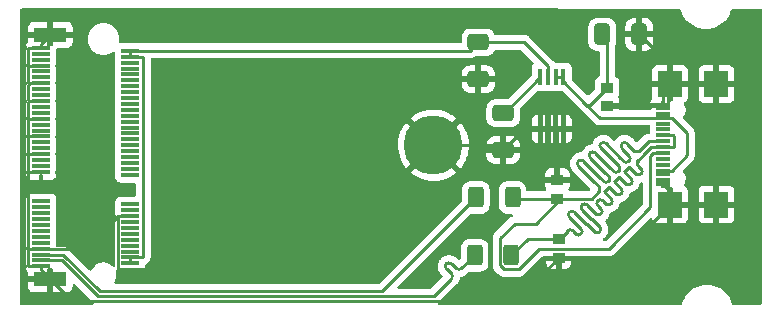
<source format=gbr>
%TF.GenerationSoftware,KiCad,Pcbnew,(6.0.1)*%
%TF.CreationDate,2022-03-02T01:05:38-06:00*%
%TF.ProjectId,m2-USBC-Adapter-Rev2,6d322d55-5342-4432-9d41-646170746572,rev?*%
%TF.SameCoordinates,Original*%
%TF.FileFunction,Copper,L1,Top*%
%TF.FilePolarity,Positive*%
%FSLAX46Y46*%
G04 Gerber Fmt 4.6, Leading zero omitted, Abs format (unit mm)*
G04 Created by KiCad (PCBNEW (6.0.1)) date 2022-03-02 01:05:38*
%MOMM*%
%LPD*%
G01*
G04 APERTURE LIST*
G04 Aperture macros list*
%AMRoundRect*
0 Rectangle with rounded corners*
0 $1 Rounding radius*
0 $2 $3 $4 $5 $6 $7 $8 $9 X,Y pos of 4 corners*
0 Add a 4 corners polygon primitive as box body*
4,1,4,$2,$3,$4,$5,$6,$7,$8,$9,$2,$3,0*
0 Add four circle primitives for the rounded corners*
1,1,$1+$1,$2,$3*
1,1,$1+$1,$4,$5*
1,1,$1+$1,$6,$7*
1,1,$1+$1,$8,$9*
0 Add four rect primitives between the rounded corners*
20,1,$1+$1,$2,$3,$4,$5,0*
20,1,$1+$1,$4,$5,$6,$7,0*
20,1,$1+$1,$6,$7,$8,$9,0*
20,1,$1+$1,$8,$9,$2,$3,0*%
G04 Aperture macros list end*
%TA.AperFunction,ComponentPad*%
%ADD10C,5.000000*%
%TD*%
%TA.AperFunction,SMDPad,CuDef*%
%ADD11RoundRect,0.250000X-0.650000X0.412500X-0.650000X-0.412500X0.650000X-0.412500X0.650000X0.412500X0*%
%TD*%
%TA.AperFunction,SMDPad,CuDef*%
%ADD12R,1.050000X0.900000*%
%TD*%
%TA.AperFunction,SMDPad,CuDef*%
%ADD13R,0.457200X1.371600*%
%TD*%
%TA.AperFunction,SMDPad,CuDef*%
%ADD14RoundRect,0.250000X-0.412500X-0.650000X0.412500X-0.650000X0.412500X0.650000X-0.412500X0.650000X0*%
%TD*%
%TA.AperFunction,SMDPad,CuDef*%
%ADD15R,1.550000X0.300000*%
%TD*%
%TA.AperFunction,SMDPad,CuDef*%
%ADD16R,2.750000X1.200000*%
%TD*%
%TA.AperFunction,SMDPad,CuDef*%
%ADD17R,1.150000X0.300000*%
%TD*%
%TA.AperFunction,SMDPad,CuDef*%
%ADD18R,2.000000X2.180000*%
%TD*%
%TA.AperFunction,SMDPad,CuDef*%
%ADD19RoundRect,0.250000X-0.400000X-0.625000X0.400000X-0.625000X0.400000X0.625000X-0.400000X0.625000X0*%
%TD*%
%TA.AperFunction,ViaPad*%
%ADD20C,0.800000*%
%TD*%
%TA.AperFunction,Conductor*%
%ADD21C,0.254000*%
%TD*%
G04 APERTURE END LIST*
D10*
%TO.P,H1,1,1*%
%TO.N,GND*%
X222972155Y-54377844D03*
%TD*%
D11*
%TO.P,C3,1*%
%TO.N,Net-(IC1-Pad4)*%
X228872155Y-51652844D03*
%TO.P,C3,2*%
%TO.N,GND*%
X228872155Y-54777844D03*
%TD*%
D12*
%TO.P,D2,1,A1*%
%TO.N,/D_minus_USB*%
X233572155Y-62277844D03*
%TO.P,D2,2,A2*%
%TO.N,GND*%
X233572155Y-63877844D03*
%TD*%
D13*
%TO.P,IC1,1,EN*%
%TO.N,/5V*%
X233967555Y-48558244D03*
%TO.P,IC1,2,VIN*%
X233332555Y-48558244D03*
%TO.P,IC1,3,VOUT*%
%TO.N,/3V3*%
X232672155Y-48558244D03*
%TO.P,IC1,4,NR*%
%TO.N,Net-(IC1-Pad4)*%
X232037155Y-48558244D03*
%TO.P,IC1,5,GND_2*%
%TO.N,GND*%
X232037155Y-52977844D03*
%TO.P,IC1,6,GND_3*%
X232672155Y-52977844D03*
%TO.P,IC1,7,GND_4*%
X233332555Y-52977844D03*
%TO.P,IC1,8,GND*%
X233967555Y-52977844D03*
%TD*%
D14*
%TO.P,C1,1*%
%TO.N,/5V*%
X237272155Y-44977844D03*
%TO.P,C1,2*%
%TO.N,GND*%
X240397155Y-44977844D03*
%TD*%
D15*
%TO.P,J2,1,1*%
%TO.N,GND*%
X189757155Y-64617844D03*
%TO.P,J2,2,2*%
%TO.N,/3V3*%
X197307155Y-64367844D03*
%TO.P,J2,3,3*%
%TO.N,/D_minus_M2*%
X189757155Y-64117844D03*
%TO.P,J2,4,4*%
%TO.N,/3V3*%
X197307155Y-63867844D03*
%TO.P,J2,5,5*%
%TO.N,/D_plus_M2*%
X189757155Y-63617844D03*
%TO.P,J2,6,6*%
%TO.N,unconnected-(J2-Pad6)*%
X197307155Y-63367844D03*
%TO.P,J2,7,7*%
%TO.N,GND*%
X189757155Y-63117844D03*
%TO.P,J2,8,8*%
%TO.N,unconnected-(J2-Pad8)*%
X197307155Y-62867844D03*
%TO.P,J2,9,9*%
%TO.N,unconnected-(J2-Pad9)*%
X189757155Y-62617844D03*
%TO.P,J2,10,10*%
%TO.N,unconnected-(J2-Pad10)*%
X197307155Y-62367844D03*
%TO.P,J2,11,11*%
%TO.N,unconnected-(J2-Pad11)*%
X189757155Y-62117844D03*
%TO.P,J2,12,12*%
%TO.N,unconnected-(J2-Pad12)*%
X197307155Y-61867844D03*
%TO.P,J2,13,13*%
%TO.N,unconnected-(J2-Pad13)*%
X189757155Y-61617844D03*
%TO.P,J2,14,14*%
%TO.N,unconnected-(J2-Pad14)*%
X197307155Y-61367844D03*
%TO.P,J2,15,15*%
%TO.N,unconnected-(J2-Pad15)*%
X189757155Y-61117844D03*
%TO.P,J2,16,16*%
%TO.N,unconnected-(J2-Pad16)*%
X197307155Y-60867844D03*
%TO.P,J2,17,17*%
%TO.N,unconnected-(J2-Pad17)*%
X189757155Y-60617844D03*
%TO.P,J2,18,18*%
%TO.N,GND*%
X197307155Y-60367844D03*
%TO.P,J2,19,19*%
%TO.N,unconnected-(J2-Pad19)*%
X189757155Y-60117844D03*
%TO.P,J2,20,20*%
%TO.N,unconnected-(J2-Pad20)*%
X197307155Y-59867844D03*
%TO.P,J2,21,21*%
%TO.N,unconnected-(J2-Pad21)*%
X189757155Y-59617844D03*
%TO.P,J2,22,22*%
%TO.N,unconnected-(J2-Pad22)*%
X197307155Y-59367844D03*
%TO.P,J2,23,23*%
%TO.N,unconnected-(J2-Pad23)*%
X189757155Y-59117844D03*
%TO.P,J2,32,32*%
%TO.N,unconnected-(J2-Pad32)*%
X197307155Y-56867844D03*
%TO.P,J2,33,33*%
%TO.N,GND*%
X189757155Y-56617844D03*
%TO.P,J2,34,34*%
%TO.N,unconnected-(J2-Pad34)*%
X197307155Y-56367844D03*
%TO.P,J2,35,35*%
%TO.N,unconnected-(J2-Pad35)*%
X189757155Y-56117844D03*
%TO.P,J2,36,36*%
%TO.N,unconnected-(J2-Pad36)*%
X197307155Y-55867844D03*
%TO.P,J2,37,37*%
%TO.N,unconnected-(J2-Pad37)*%
X189757155Y-55617844D03*
%TO.P,J2,38,38*%
%TO.N,unconnected-(J2-Pad38)*%
X197307155Y-55367844D03*
%TO.P,J2,39,39*%
%TO.N,GND*%
X189757155Y-55117844D03*
%TO.P,J2,40,40*%
%TO.N,unconnected-(J2-Pad40)*%
X197307155Y-54867844D03*
%TO.P,J2,41,41*%
%TO.N,unconnected-(J2-Pad41)*%
X189757155Y-54617844D03*
%TO.P,J2,42,42*%
%TO.N,unconnected-(J2-Pad42)*%
X197307155Y-54367844D03*
%TO.P,J2,43,43*%
%TO.N,unconnected-(J2-Pad43)*%
X189757155Y-54117844D03*
%TO.P,J2,44,44*%
%TO.N,unconnected-(J2-Pad44)*%
X197307155Y-53867844D03*
%TO.P,J2,45,45*%
%TO.N,GND*%
X189757155Y-53617844D03*
%TO.P,J2,46,46*%
%TO.N,unconnected-(J2-Pad46)*%
X197307155Y-53367844D03*
%TO.P,J2,47,47*%
%TO.N,unconnected-(J2-Pad47)*%
X189757155Y-53117844D03*
%TO.P,J2,48,48*%
%TO.N,unconnected-(J2-Pad48)*%
X197307155Y-52867844D03*
%TO.P,J2,49,49*%
%TO.N,unconnected-(J2-Pad49)*%
X189757155Y-52617844D03*
%TO.P,J2,50,50*%
%TO.N,unconnected-(J2-Pad50)*%
X197307155Y-52367844D03*
%TO.P,J2,51,51*%
%TO.N,GND*%
X189757155Y-52117844D03*
%TO.P,J2,52,52*%
%TO.N,unconnected-(J2-Pad52)*%
X197307155Y-51867844D03*
%TO.P,J2,53,53*%
%TO.N,unconnected-(J2-Pad53)*%
X189757155Y-51617844D03*
%TO.P,J2,54,54*%
%TO.N,unconnected-(J2-Pad54)*%
X197307155Y-51367844D03*
%TO.P,J2,55,55*%
%TO.N,unconnected-(J2-Pad55)*%
X189757155Y-51117844D03*
%TO.P,J2,56,56*%
%TO.N,unconnected-(J2-Pad56)*%
X197307155Y-50867844D03*
%TO.P,J2,57,57*%
%TO.N,GND*%
X189757155Y-50617844D03*
%TO.P,J2,58,58*%
%TO.N,unconnected-(J2-Pad58)*%
X197307155Y-50367844D03*
%TO.P,J2,59,59*%
%TO.N,unconnected-(J2-Pad59)*%
X189757155Y-50117844D03*
%TO.P,J2,60,60*%
%TO.N,unconnected-(J2-Pad60)*%
X197307155Y-49867844D03*
%TO.P,J2,61,61*%
%TO.N,unconnected-(J2-Pad61)*%
X189757155Y-49617844D03*
%TO.P,J2,62,62*%
%TO.N,unconnected-(J2-Pad62)*%
X197307155Y-49367844D03*
%TO.P,J2,63,63*%
%TO.N,GND*%
X189757155Y-49117844D03*
%TO.P,J2,64,64*%
%TO.N,unconnected-(J2-Pad64)*%
X197307155Y-48867844D03*
%TO.P,J2,65,65*%
%TO.N,unconnected-(J2-Pad65)*%
X189757155Y-48617844D03*
%TO.P,J2,66,66*%
%TO.N,unconnected-(J2-Pad66)*%
X197307155Y-48367844D03*
%TO.P,J2,67,67*%
%TO.N,unconnected-(J2-Pad67)*%
X189757155Y-48117844D03*
%TO.P,J2,68,68*%
%TO.N,unconnected-(J2-Pad68)*%
X197307155Y-47867844D03*
%TO.P,J2,69,69*%
%TO.N,GND*%
X189757155Y-47617844D03*
%TO.P,J2,70,70*%
%TO.N,unconnected-(J2-Pad70)*%
X197307155Y-47367844D03*
%TO.P,J2,71,71*%
%TO.N,unconnected-(J2-Pad71)*%
X189757155Y-47117844D03*
%TO.P,J2,72,72*%
%TO.N,/3V3*%
X197307155Y-46867844D03*
%TO.P,J2,73,73*%
%TO.N,unconnected-(J2-Pad73)*%
X189757155Y-46617844D03*
%TO.P,J2,74,74*%
%TO.N,/3V3*%
X197307155Y-46367844D03*
%TO.P,J2,75,75*%
%TO.N,GND*%
X189757155Y-46117844D03*
D16*
%TO.P,J2,MP1,MP1*%
X190532155Y-65717844D03*
%TO.P,J2,MP2,MP2*%
X190532155Y-45017844D03*
%TD*%
D11*
%TO.P,C2,1*%
%TO.N,/3V3*%
X226772155Y-45652844D03*
%TO.P,C2,2*%
%TO.N,GND*%
X226772155Y-48777844D03*
%TD*%
D12*
%TO.P,D1,1,A1*%
%TO.N,/5V*%
X237672155Y-49477844D03*
%TO.P,D1,2,A2*%
%TO.N,GND*%
X237672155Y-51077844D03*
%TD*%
%TO.P,D3,1,A1*%
%TO.N,/D_plus_USB*%
X233472155Y-58877844D03*
%TO.P,D3,2,A2*%
%TO.N,GND*%
X233472155Y-57277844D03*
%TD*%
D17*
%TO.P,J1,A1,A1*%
%TO.N,GND*%
X242430655Y-57627844D03*
%TO.P,J1,A4,A4*%
%TO.N,/5V*%
X242430655Y-56827844D03*
%TO.P,J1,A5,A5*%
%TO.N,unconnected-(J1-PadA5)*%
X242430655Y-55527844D03*
%TO.P,J1,A6,A6*%
%TO.N,/D_minus_USB*%
X242430655Y-54527844D03*
%TO.P,J1,A7,A7*%
%TO.N,/D_plus_USB*%
X242430655Y-54027844D03*
%TO.P,J1,A8,A8*%
%TO.N,unconnected-(J1-PadA8)*%
X242430655Y-53027844D03*
%TO.P,J1,A9,A9*%
%TO.N,/5V*%
X242430655Y-51727844D03*
%TO.P,J1,A12,A12*%
%TO.N,GND*%
X242430655Y-50927844D03*
%TO.P,J1,B1,B1*%
X242430655Y-51227844D03*
%TO.P,J1,B4,B4*%
%TO.N,/5V*%
X242430655Y-52027844D03*
%TO.P,J1,B5,B5*%
%TO.N,unconnected-(J1-PadB5)*%
X242430655Y-52527844D03*
%TO.P,J1,B6,B6*%
%TO.N,/D_minus_USB*%
X242430655Y-53527844D03*
%TO.P,J1,B7,B7*%
%TO.N,/D_plus_USB*%
X242430655Y-55027844D03*
%TO.P,J1,B8,B8*%
%TO.N,unconnected-(J1-PadB8)*%
X242430655Y-56027844D03*
%TO.P,J1,B9,B9*%
%TO.N,/5V*%
X242430655Y-56527844D03*
%TO.P,J1,B12,B12*%
%TO.N,GND*%
X242430655Y-57327844D03*
D18*
%TO.P,J1,MP1,MP1*%
X246935655Y-59387844D03*
%TO.P,J1,MP2,MP2*%
X246935655Y-49167844D03*
%TO.P,J1,MP3,MP3*%
X243005655Y-59387844D03*
%TO.P,J1,MP4,MP4*%
X243005655Y-49167844D03*
%TD*%
D19*
%TO.P,R2,1*%
%TO.N,/D_plus_M2*%
X226572155Y-58777844D03*
%TO.P,R2,2*%
%TO.N,/D_plus_USB*%
X229672155Y-58777844D03*
%TD*%
%TO.P,R1,1*%
%TO.N,/D_minus_M2*%
X226472155Y-63677844D03*
%TO.P,R1,2*%
%TO.N,/D_minus_USB*%
X229572155Y-63677844D03*
%TD*%
D20*
%TO.N,GND*%
X227150000Y-61200000D03*
X202250000Y-54400000D03*
X246935655Y-54114345D03*
X242250000Y-46900000D03*
X223150000Y-44600000D03*
X211150000Y-49200000D03*
X239350000Y-59700000D03*
X211350000Y-61600000D03*
%TD*%
D21*
%TO.N,GND*%
X196273533Y-60367844D02*
X197307155Y-60367844D01*
X188723533Y-64617844D02*
X188677844Y-64572155D01*
X188723533Y-47617844D02*
X188677844Y-47572155D01*
X188677844Y-49266466D02*
X188826466Y-49117844D01*
X189757155Y-46117844D02*
X189757155Y-45792844D01*
X188677844Y-50572155D02*
X188677844Y-49266466D01*
X196227844Y-64822155D02*
X196227844Y-60413533D01*
X196227844Y-60413533D02*
X196273533Y-60367844D01*
X233332555Y-52977844D02*
X233967555Y-52977844D01*
X188677844Y-50663533D02*
X188723533Y-50617844D01*
X188723533Y-50617844D02*
X188677844Y-50572155D01*
X228472155Y-54377844D02*
X228872155Y-54777844D01*
X193523533Y-63117844D02*
X196273533Y-60367844D01*
X238515655Y-63877844D02*
X243005655Y-59387844D01*
X229872155Y-67577844D02*
X192392155Y-67577844D01*
X188723533Y-63117844D02*
X188677844Y-63072155D01*
X233572155Y-63877844D02*
X238515655Y-63877844D01*
X189757155Y-64617844D02*
X188723533Y-64617844D01*
X192392155Y-67577844D02*
X190532155Y-65717844D01*
X232037155Y-52977844D02*
X232672155Y-52977844D01*
X237672155Y-51077844D02*
X239672156Y-51077844D01*
X188677844Y-53572155D02*
X188677844Y-52163533D01*
X188732155Y-56617844D02*
X188677844Y-56672155D01*
X188677844Y-55072155D02*
X188677844Y-53663533D01*
X230672155Y-52977844D02*
X232037155Y-52977844D01*
X189757155Y-50617844D02*
X188723533Y-50617844D01*
X239672156Y-51077844D02*
X242280655Y-51077844D01*
X243005655Y-49167844D02*
X243005655Y-47586344D01*
X188723533Y-53617844D02*
X188677844Y-53572155D01*
X188723533Y-52117844D02*
X189757155Y-52117844D01*
X188677844Y-64572155D02*
X188677844Y-63163533D01*
X226772155Y-50577844D02*
X222972155Y-54377844D01*
X189757155Y-63117844D02*
X193523533Y-63117844D01*
X188826466Y-49117844D02*
X189757155Y-49117844D01*
X232672155Y-52977844D02*
X233332555Y-52977844D01*
X243005655Y-59387844D02*
X246935655Y-59387844D01*
X189757155Y-45792844D02*
X190532155Y-45017844D01*
X233472155Y-53117444D02*
X233332555Y-52977844D01*
X233572155Y-63877844D02*
X229872155Y-67577844D01*
X243005655Y-59387844D02*
X243005655Y-58202844D01*
X188723533Y-47617844D02*
X189757155Y-47617844D01*
X246935655Y-59387844D02*
X246935655Y-54114345D01*
X189757155Y-64617844D02*
X189757155Y-64942844D01*
X188677844Y-47663533D02*
X188723533Y-47617844D01*
X222972155Y-54377844D02*
X228472155Y-54377844D01*
X226772155Y-48777844D02*
X226772155Y-50577844D01*
X188723533Y-55117844D02*
X189757155Y-55117844D01*
X246935655Y-54114345D02*
X246935655Y-49167844D01*
X222972155Y-54377844D02*
X212527844Y-64822155D01*
X212527844Y-64822155D02*
X196227844Y-64822155D01*
X188677844Y-63163533D02*
X188723533Y-63117844D01*
X228872155Y-54777844D02*
X230672155Y-52977844D01*
X188677844Y-47572155D02*
X188677844Y-46163533D01*
X189757155Y-64942844D02*
X190532155Y-65717844D01*
X188677844Y-56672155D02*
X188677844Y-55163533D01*
X242430655Y-49742844D02*
X243005655Y-49167844D01*
X188677844Y-52072155D02*
X188677844Y-50663533D01*
X188677844Y-53663533D02*
X188723533Y-53617844D01*
X242430655Y-50927844D02*
X242430655Y-49742844D01*
X188723533Y-63117844D02*
X189757155Y-63117844D01*
X246935655Y-49167844D02*
X243005655Y-49167844D01*
X188723533Y-49117844D02*
X188677844Y-49072155D01*
X242280655Y-51077844D02*
X242430655Y-50927844D01*
X188677844Y-46163533D02*
X188723533Y-46117844D01*
X233472155Y-57277844D02*
X233472155Y-53117444D01*
X188723533Y-46117844D02*
X189757155Y-46117844D01*
X188723533Y-55117844D02*
X188677844Y-55072155D01*
X188677844Y-63072155D02*
X188677844Y-56672155D01*
X188677844Y-49072155D02*
X188677844Y-47663533D01*
X188723533Y-53617844D02*
X189757155Y-53617844D01*
X188677844Y-55163533D02*
X188723533Y-55117844D01*
X188723533Y-52117844D02*
X188677844Y-52072155D01*
X188677844Y-52163533D02*
X188723533Y-52117844D01*
X243005655Y-58202844D02*
X242430655Y-57627844D01*
X189757155Y-56617844D02*
X188732155Y-56617844D01*
X189757155Y-49117844D02*
X188723533Y-49117844D01*
X243005655Y-47586344D02*
X240397155Y-44977844D01*
%TO.N,/5V*%
X233967555Y-48956866D02*
X233967555Y-48558244D01*
X236230344Y-50919655D02*
X235930344Y-50919655D01*
X235930344Y-50919655D02*
X233967555Y-48956866D01*
X244450000Y-53324291D02*
X244450000Y-55231397D01*
X237672155Y-45377844D02*
X237672155Y-49477844D01*
X244450000Y-55231397D02*
X243153553Y-56527844D01*
X243153553Y-52027844D02*
X244450000Y-53324291D01*
X237038533Y-52027844D02*
X235930344Y-50919655D01*
X242430655Y-52027844D02*
X243153553Y-52027844D01*
X237672155Y-49477844D02*
X236230344Y-50919655D01*
X243153553Y-56527844D02*
X242430655Y-56527844D01*
X237272155Y-44977844D02*
X237672155Y-45377844D01*
X233332555Y-48558244D02*
X233967555Y-48558244D01*
X242430655Y-52027844D02*
X237038533Y-52027844D01*
%TO.N,/D_minus_USB*%
X239494217Y-56243652D02*
X239176017Y-56561851D01*
X238645686Y-57092183D02*
X238327486Y-57410382D01*
X234350000Y-61600000D02*
X233672156Y-62277844D01*
X236895589Y-59478672D02*
X237178432Y-59761515D01*
X241422156Y-54527844D02*
X240840010Y-55109990D01*
X235960047Y-61034311D02*
X235905637Y-61034311D01*
X238327486Y-57516448D02*
X238875492Y-58064455D01*
X238804785Y-57145215D02*
X238804786Y-57145217D01*
X239176017Y-56667917D02*
X239724023Y-57215924D01*
X237478955Y-58364979D02*
X238026961Y-58912986D01*
X243264277Y-53527844D02*
X243309966Y-53573533D01*
X234491423Y-60468629D02*
X235481370Y-61458577D01*
X243309966Y-53573533D02*
X243309966Y-54482155D01*
X236384312Y-60610046D02*
X237050000Y-61275734D01*
X238451228Y-58488720D02*
X237956254Y-57993746D01*
X237956255Y-57993748D02*
X237903221Y-57940714D01*
X233572155Y-62277844D02*
X230972155Y-62277844D01*
X237797155Y-57940714D02*
X237478955Y-58258913D01*
X239653316Y-56296684D02*
X239653317Y-56296686D01*
X237602697Y-59337251D02*
X237319855Y-59054409D01*
X240840010Y-55109990D02*
X240289711Y-55660286D01*
X236625736Y-61700000D02*
X235960047Y-61034311D01*
X236895591Y-59054409D02*
X236895589Y-59054408D01*
X230972155Y-62277844D02*
X229572155Y-63677844D01*
X242430655Y-54527844D02*
X241422156Y-54527844D01*
X236329901Y-60610046D02*
X236384312Y-60610046D01*
X240289711Y-56084550D02*
X240572554Y-56367393D01*
X239299759Y-57640189D02*
X238804785Y-57145215D01*
X238875492Y-58064455D02*
X238875492Y-58064454D01*
X235057106Y-61882842D02*
X234774264Y-61600000D01*
X235481370Y-61458577D02*
X235481370Y-61458576D01*
X237956254Y-57993746D02*
X237956255Y-57993748D01*
X240148290Y-56791658D02*
X239653316Y-56296684D01*
X237178432Y-59761515D02*
X237178432Y-59761514D01*
X233672156Y-62277844D02*
X233572155Y-62277844D01*
X238026961Y-58912986D02*
X238026961Y-58912985D01*
X235552086Y-59832230D02*
X236329901Y-60610046D01*
X236754168Y-60185780D02*
X235976352Y-59407965D01*
X239724023Y-57215924D02*
X239724023Y-57215923D01*
X235905637Y-61034311D02*
X234915689Y-60044365D01*
X242430655Y-53527844D02*
X243264277Y-53527844D01*
X240572554Y-56367393D02*
X240572554Y-56367392D01*
X243264277Y-54527844D02*
X242430655Y-54527844D01*
X243309966Y-54482155D02*
X243264277Y-54527844D01*
X239653317Y-56296686D02*
X239600283Y-56243652D01*
X235976352Y-59407965D02*
X235976352Y-59407966D01*
X238804786Y-57145217D02*
X238751752Y-57092183D01*
X234491424Y-60468628D02*
G75*
G02*
X234491424Y-60044366I212131J212131D01*
G01*
X237602698Y-59337250D02*
G75*
G03*
X238026960Y-59337250I212131J212131D01*
G01*
X236895590Y-59478671D02*
G75*
G02*
X236895590Y-59054409I212131J212131D01*
G01*
X237178432Y-60185780D02*
G75*
G03*
X237178432Y-59761514I-212134J212133D01*
G01*
X238875492Y-58488720D02*
G75*
G03*
X238875492Y-58064454I-212134J212133D01*
G01*
X239494218Y-56243653D02*
G75*
G02*
X239600282Y-56243653I53032J-53032D01*
G01*
X234350001Y-61600001D02*
G75*
G02*
X234774263Y-61600001I212131J-212131D01*
G01*
X239724023Y-57640189D02*
G75*
G03*
X239724023Y-57215923I-212134J212133D01*
G01*
X235057107Y-61882841D02*
G75*
G03*
X235481369Y-61882841I212131J212131D01*
G01*
X238327487Y-57516447D02*
G75*
G02*
X238327487Y-57410383I53032J53032D01*
G01*
X239176018Y-56667916D02*
G75*
G02*
X239176018Y-56561852I53032J53032D01*
G01*
X235481370Y-61882842D02*
G75*
G03*
X235481370Y-61458576I-212134J212133D01*
G01*
X238026961Y-59337251D02*
G75*
G03*
X238026961Y-58912985I-212134J212133D01*
G01*
X239299760Y-57640188D02*
G75*
G03*
X239724022Y-57640188I212131J212131D01*
G01*
X234491424Y-60044366D02*
G75*
G02*
X234915688Y-60044366I212132J-212130D01*
G01*
X236625737Y-61699999D02*
G75*
G03*
X237049999Y-61699999I212131J212131D01*
G01*
X237797156Y-57940715D02*
G75*
G02*
X237903220Y-57940715I53032J-53032D01*
G01*
X238451229Y-58488719D02*
G75*
G03*
X238875491Y-58488719I212131J212131D01*
G01*
X235552087Y-59832229D02*
G75*
G02*
X235552087Y-59407967I212131J212131D01*
G01*
X240148291Y-56791657D02*
G75*
G03*
X240572553Y-56791657I212131J212131D01*
G01*
X237050000Y-61700000D02*
G75*
G03*
X237050000Y-61275734I-212134J212133D01*
G01*
X236754169Y-60185779D02*
G75*
G03*
X237178431Y-60185779I212131J212131D01*
G01*
X235552087Y-59407967D02*
G75*
G02*
X235976351Y-59407967I212132J-212130D01*
G01*
X238645687Y-57092184D02*
G75*
G02*
X238751751Y-57092184I53032J-53032D01*
G01*
X240289712Y-56084549D02*
G75*
G02*
X240289712Y-55660287I212131J212131D01*
G01*
X237478956Y-58364978D02*
G75*
G02*
X237478956Y-58258914I53032J53032D01*
G01*
X236895592Y-59054410D02*
G75*
G02*
X237319854Y-59054410I212131J-212131D01*
G01*
X240572554Y-56791658D02*
G75*
G03*
X240572554Y-56367392I-212134J212133D01*
G01*
%TO.N,/D_plus_USB*%
X236362177Y-58877844D02*
X236963212Y-58276809D01*
X239546480Y-55693538D02*
X239546481Y-55693539D01*
X236566942Y-57443634D02*
X235250000Y-56126692D01*
X239546481Y-55693539D02*
X239515119Y-55724902D01*
X237940588Y-56290588D02*
X237959482Y-56290588D01*
X237089117Y-57139117D02*
X237110953Y-57139117D01*
X242430655Y-55027844D02*
X241597033Y-55027844D01*
X239090853Y-55724902D02*
X238808011Y-55442059D01*
X238666590Y-56573431D02*
X238666589Y-56573429D01*
X231650000Y-61000000D02*
X233472155Y-59177845D01*
X233472155Y-58877844D02*
X236362177Y-58877844D01*
X237150000Y-54632576D02*
X237150000Y-54624264D01*
X238950000Y-54624264D02*
X238950000Y-54672794D01*
X238808011Y-55442059D02*
X238792059Y-55442059D01*
X239374264Y-54200000D02*
X239374264Y-54248531D01*
X241212177Y-54027844D02*
X240395010Y-54845011D01*
X241350000Y-59600000D02*
X237826467Y-63123533D01*
X228617835Y-64532450D02*
X228617835Y-62232165D01*
X237959482Y-56290588D02*
X238242324Y-56573431D01*
X235650000Y-55700000D02*
X237089117Y-57139117D01*
X230201761Y-64857164D02*
X228942549Y-64857164D01*
X241597033Y-55027844D02*
X241350000Y-55274877D01*
X231935392Y-63123533D02*
X230201761Y-64857164D01*
X228942549Y-64857164D02*
X228617835Y-64532450D01*
X237818060Y-56997694D02*
X237535218Y-56714852D01*
X237535218Y-56709482D02*
X236250000Y-55424264D01*
X236969531Y-57846223D02*
X236566942Y-57443634D01*
X238666589Y-56149165D02*
X238254002Y-55736578D01*
X233472155Y-59177845D02*
X233472155Y-58877844D01*
X238254002Y-55736578D02*
X237150000Y-54632576D01*
X239374264Y-54248531D02*
X239970744Y-54845011D01*
X229672155Y-58777844D02*
X229772155Y-58877844D01*
X236650000Y-55000000D02*
X237940588Y-56290588D01*
X237826467Y-63123533D02*
X231935392Y-63123533D01*
X229850000Y-61000000D02*
X231650000Y-61000000D01*
X237535218Y-56714852D02*
X237535218Y-56709482D01*
X237110953Y-57139117D02*
X237393795Y-57421960D01*
X238950000Y-54672794D02*
X239546480Y-55269274D01*
X242430655Y-54027844D02*
X241212177Y-54027844D01*
X235250000Y-56126692D02*
X235250000Y-56124264D01*
X238792059Y-55442059D02*
X237550000Y-54200000D01*
X228617835Y-62232165D02*
X229850000Y-61000000D01*
X237818061Y-57421960D02*
X237818060Y-57421958D01*
X236963212Y-58276809D02*
X236969531Y-58270487D01*
X229772155Y-58877844D02*
X233472155Y-58877844D01*
X241350000Y-55274877D02*
X241350000Y-59600000D01*
X237818061Y-57421960D02*
G75*
G02*
X237393795Y-57421960I-212133J212134D01*
G01*
X238950001Y-54200001D02*
G75*
G02*
X239374263Y-54200001I212131J-212131D01*
G01*
X237150001Y-54200001D02*
G75*
G03*
X237150001Y-54624263I212131J-212131D01*
G01*
X239090853Y-55724902D02*
G75*
G03*
X239515119Y-55724902I212133J212134D01*
G01*
X236969530Y-57846224D02*
G75*
G02*
X236969530Y-58270486I-212131J-212131D01*
G01*
X236250001Y-55000001D02*
G75*
G03*
X236250001Y-55424263I212131J-212131D01*
G01*
X237574263Y-54200001D02*
G75*
G03*
X237150001Y-54200001I-212131J-212131D01*
G01*
X238666590Y-56573431D02*
G75*
G02*
X238242324Y-56573431I-212133J212134D01*
G01*
X239970744Y-54845011D02*
G75*
G03*
X240395010Y-54845011I212133J212134D01*
G01*
X236674263Y-55000001D02*
G75*
G03*
X236250001Y-55000001I-212131J-212131D01*
G01*
X237818059Y-56997695D02*
G75*
G02*
X237818059Y-57421957I-212131J-212131D01*
G01*
X235674263Y-55700001D02*
G75*
G03*
X235250001Y-55700001I-212131J-212131D01*
G01*
X235250001Y-55700001D02*
G75*
G03*
X235250001Y-56124263I212131J-212131D01*
G01*
X239546479Y-55693537D02*
G75*
G03*
X239546479Y-55269275I-212131J212131D01*
G01*
X238666588Y-56149166D02*
G75*
G02*
X238666588Y-56573428I-212131J-212131D01*
G01*
X238950001Y-54624263D02*
G75*
G02*
X238950001Y-54200001I212131J212131D01*
G01*
%TO.N,/D_plus_M2*%
X194723115Y-66715204D02*
X191625755Y-63617844D01*
X226572155Y-58777844D02*
X218634795Y-66715204D01*
X218634795Y-66715204D02*
X194723115Y-66715204D01*
X191625755Y-63617844D02*
X189757155Y-63617844D01*
%TO.N,/D_minus_M2*%
X224395405Y-65754594D02*
X223003475Y-67146524D01*
X223003475Y-67146524D02*
X194544457Y-67146524D01*
X191515777Y-64117844D02*
X189757155Y-64117844D01*
X226472155Y-63677844D02*
X225349999Y-64800000D01*
X224525734Y-64400000D02*
X224474264Y-64400000D01*
X194544457Y-67146524D02*
X191515777Y-64117844D01*
X224101470Y-64824264D02*
X224501469Y-65224263D01*
X224925733Y-64800000D02*
X224525734Y-64400000D01*
X224501469Y-65648527D02*
X224501470Y-65648528D01*
X224501470Y-65648528D02*
X224395405Y-65754594D01*
X224050000Y-64824264D02*
X224101470Y-64824264D01*
X224050001Y-64824263D02*
G75*
G02*
X224050001Y-64400001I212131J212131D01*
G01*
X224501468Y-65648526D02*
G75*
G03*
X224501468Y-65224264I-212131J212131D01*
G01*
X224925733Y-64800000D02*
G75*
G03*
X225349999Y-64800000I212133J212134D01*
G01*
X224050001Y-64400001D02*
G75*
G02*
X224474263Y-64400001I212131J-212131D01*
G01*
%TO.N,/3V3*%
X198340777Y-46867844D02*
X197307155Y-46867844D01*
X198340777Y-63867844D02*
X198386466Y-63822155D01*
X198386466Y-46913533D02*
X198340777Y-46867844D01*
X226057155Y-46367844D02*
X197307155Y-46367844D01*
X230654777Y-45652844D02*
X232672155Y-47670222D01*
X226772155Y-45652844D02*
X226057155Y-46367844D01*
X198386466Y-63822155D02*
X198386466Y-46913533D01*
X232672155Y-47670222D02*
X232672155Y-48558244D01*
X226772155Y-45652844D02*
X230654777Y-45652844D01*
X197307155Y-46367844D02*
X197307155Y-46867844D01*
X197307155Y-64367844D02*
X197307155Y-63867844D01*
X197307155Y-63867844D02*
X198340777Y-63867844D01*
%TO.N,Net-(IC1-Pad4)*%
X228997155Y-51652844D02*
X232037155Y-48612844D01*
X232037155Y-48612844D02*
X232037155Y-48558244D01*
X228872155Y-51652844D02*
X228997155Y-51652844D01*
%TD*%
%TA.AperFunction,Conductor*%
%TO.N,GND*%
G36*
X243800342Y-42807419D02*
G01*
X243868442Y-42827493D01*
X243914878Y-42881198D01*
X243919522Y-42892917D01*
X244005697Y-43146778D01*
X244007518Y-43150471D01*
X244007519Y-43150473D01*
X244038416Y-43213125D01*
X244133713Y-43406369D01*
X244294517Y-43647030D01*
X244297231Y-43650124D01*
X244297235Y-43650130D01*
X244481964Y-43860772D01*
X244485358Y-43864642D01*
X244488447Y-43867351D01*
X244699870Y-44052765D01*
X244699876Y-44052769D01*
X244702970Y-44055483D01*
X244943631Y-44216287D01*
X244947330Y-44218111D01*
X244947335Y-44218114D01*
X245199527Y-44342481D01*
X245203222Y-44344303D01*
X245207120Y-44345626D01*
X245207122Y-44345627D01*
X245473391Y-44436014D01*
X245473395Y-44436015D01*
X245477301Y-44437341D01*
X245481345Y-44438145D01*
X245481351Y-44438147D01*
X245757137Y-44493004D01*
X245757140Y-44493004D01*
X245761180Y-44493808D01*
X245765291Y-44494077D01*
X245765295Y-44494078D01*
X246019593Y-44510745D01*
X246037566Y-44511923D01*
X246045881Y-44512468D01*
X246050000Y-44512738D01*
X246054119Y-44512468D01*
X246062435Y-44511923D01*
X246080407Y-44510745D01*
X246334705Y-44494078D01*
X246334709Y-44494077D01*
X246338820Y-44493808D01*
X246342860Y-44493004D01*
X246342863Y-44493004D01*
X246618649Y-44438147D01*
X246618655Y-44438145D01*
X246622699Y-44437341D01*
X246626605Y-44436015D01*
X246626609Y-44436014D01*
X246892878Y-44345627D01*
X246892880Y-44345626D01*
X246896778Y-44344303D01*
X246900473Y-44342481D01*
X247152665Y-44218114D01*
X247152670Y-44218111D01*
X247156369Y-44216287D01*
X247397030Y-44055483D01*
X247400124Y-44052769D01*
X247400130Y-44052765D01*
X247611553Y-43867351D01*
X247614642Y-43864642D01*
X247618036Y-43860772D01*
X247802765Y-43650130D01*
X247802769Y-43650124D01*
X247805483Y-43647030D01*
X247966287Y-43406369D01*
X248061585Y-43213125D01*
X248092481Y-43150473D01*
X248092482Y-43150471D01*
X248094303Y-43146778D01*
X248095627Y-43142878D01*
X248095629Y-43142874D01*
X248181452Y-42890047D01*
X248222289Y-42831970D01*
X248288042Y-42805192D01*
X248299972Y-42804550D01*
X250637362Y-42789847D01*
X250705608Y-42809421D01*
X250752437Y-42862783D01*
X250764155Y-42915845D01*
X250764155Y-67747935D01*
X250744153Y-67816056D01*
X250690497Y-67862549D01*
X250638971Y-67873932D01*
X248399200Y-67888433D01*
X248330951Y-67868873D01*
X248284112Y-67815519D01*
X248279071Y-67802938D01*
X248195627Y-67557122D01*
X248195626Y-67557120D01*
X248194303Y-67553222D01*
X248187783Y-67540001D01*
X248068114Y-67297335D01*
X248068111Y-67297330D01*
X248066287Y-67293631D01*
X247905483Y-67052970D01*
X247902769Y-67049876D01*
X247902765Y-67049870D01*
X247717351Y-66838447D01*
X247714642Y-66835358D01*
X247697106Y-66819979D01*
X247500130Y-66647235D01*
X247500124Y-66647231D01*
X247497030Y-66644517D01*
X247256369Y-66483713D01*
X247252670Y-66481889D01*
X247252665Y-66481886D01*
X247000473Y-66357519D01*
X247000471Y-66357518D01*
X246996778Y-66355697D01*
X246992878Y-66354373D01*
X246726609Y-66263986D01*
X246726605Y-66263985D01*
X246722699Y-66262659D01*
X246718655Y-66261855D01*
X246718649Y-66261853D01*
X246442863Y-66206996D01*
X246442860Y-66206996D01*
X246438820Y-66206192D01*
X246434709Y-66205923D01*
X246434705Y-66205922D01*
X246154119Y-66187532D01*
X246150000Y-66187262D01*
X246145881Y-66187532D01*
X245865295Y-66205922D01*
X245865291Y-66205923D01*
X245861180Y-66206192D01*
X245857140Y-66206996D01*
X245857137Y-66206996D01*
X245581351Y-66261853D01*
X245581345Y-66261855D01*
X245577301Y-66262659D01*
X245573395Y-66263985D01*
X245573391Y-66263986D01*
X245307122Y-66354373D01*
X245303222Y-66355697D01*
X245299529Y-66357518D01*
X245299527Y-66357519D01*
X245047335Y-66481886D01*
X245047330Y-66481889D01*
X245043631Y-66483713D01*
X244802970Y-66644517D01*
X244799876Y-66647231D01*
X244799870Y-66647235D01*
X244602894Y-66819979D01*
X244585358Y-66835358D01*
X244582649Y-66838447D01*
X244397235Y-67049870D01*
X244397231Y-67049876D01*
X244394517Y-67052970D01*
X244233713Y-67293631D01*
X244231889Y-67297330D01*
X244231886Y-67297335D01*
X244112217Y-67540001D01*
X244105697Y-67553222D01*
X244104374Y-67557120D01*
X244104373Y-67557122D01*
X244019792Y-67806287D01*
X243978955Y-67864363D01*
X243913202Y-67891141D01*
X243900430Y-67891785D01*
X225921373Y-67884782D01*
X223464400Y-67883825D01*
X223396287Y-67863796D01*
X223349815Y-67810123D01*
X223339738Y-67739845D01*
X223369257Y-67675275D01*
X223387221Y-67658267D01*
X223389250Y-67656693D01*
X223396073Y-67652658D01*
X223410457Y-67638274D01*
X223425491Y-67625433D01*
X223435548Y-67618126D01*
X223441962Y-67613466D01*
X223470253Y-67579268D01*
X223478242Y-67570489D01*
X224788000Y-66260731D01*
X224788007Y-66260725D01*
X224899940Y-66148791D01*
X224918211Y-66133676D01*
X224925073Y-66129012D01*
X224930314Y-66123068D01*
X224935266Y-66118702D01*
X224939193Y-66114826D01*
X224941264Y-66113047D01*
X224944557Y-66110575D01*
X224949709Y-66105530D01*
X224951183Y-66104086D01*
X224954136Y-66101194D01*
X224973170Y-66076920D01*
X224975787Y-66073693D01*
X225013144Y-66029173D01*
X225015152Y-66026838D01*
X225026925Y-66013485D01*
X225026927Y-66013482D01*
X225031257Y-66008571D01*
X225032528Y-66006075D01*
X225032558Y-66006036D01*
X225058580Y-65975025D01*
X225140425Y-65833264D01*
X225196411Y-65679445D01*
X225208747Y-65609486D01*
X225240275Y-65545873D01*
X225301189Y-65509404D01*
X225310952Y-65507280D01*
X225335839Y-65502891D01*
X225380916Y-65494943D01*
X225470952Y-65462173D01*
X225529568Y-65440839D01*
X225529572Y-65440837D01*
X225534735Y-65438958D01*
X225676496Y-65357112D01*
X225716549Y-65323504D01*
X225733394Y-65311577D01*
X225742597Y-65306134D01*
X225761075Y-65287656D01*
X225774517Y-65275991D01*
X225777198Y-65273978D01*
X225793086Y-65262049D01*
X225802665Y-65252668D01*
X225814174Y-65237991D01*
X225821958Y-65228063D01*
X225832016Y-65216715D01*
X225950482Y-65098249D01*
X226012794Y-65064223D01*
X226039577Y-65061344D01*
X226922555Y-65061344D01*
X226925801Y-65061007D01*
X226925805Y-65061007D01*
X227021463Y-65051082D01*
X227021467Y-65051081D01*
X227028321Y-65050370D01*
X227034857Y-65048189D01*
X227034859Y-65048189D01*
X227189153Y-64996712D01*
X227196101Y-64994394D01*
X227346503Y-64901322D01*
X227471460Y-64776147D01*
X227475301Y-64769916D01*
X227560430Y-64631812D01*
X227560431Y-64631810D01*
X227564270Y-64625582D01*
X227595878Y-64530286D01*
X227617787Y-64464233D01*
X227617787Y-64464231D01*
X227619952Y-64457705D01*
X227622877Y-64429163D01*
X227625938Y-64399277D01*
X227630655Y-64353244D01*
X227630655Y-63002444D01*
X227629868Y-62994856D01*
X227620393Y-62903536D01*
X227620392Y-62903532D01*
X227619681Y-62896678D01*
X227563705Y-62728898D01*
X227470633Y-62578496D01*
X227345458Y-62453539D01*
X227339227Y-62449698D01*
X227201123Y-62364569D01*
X227201121Y-62364568D01*
X227194893Y-62360729D01*
X227070220Y-62319377D01*
X227033544Y-62307212D01*
X227033542Y-62307212D01*
X227027016Y-62305047D01*
X227020180Y-62304347D01*
X227020177Y-62304346D01*
X226977124Y-62299935D01*
X226922555Y-62294344D01*
X226021755Y-62294344D01*
X226018509Y-62294681D01*
X226018505Y-62294681D01*
X225922847Y-62304606D01*
X225922843Y-62304607D01*
X225915989Y-62305318D01*
X225909453Y-62307499D01*
X225909451Y-62307499D01*
X225797378Y-62344890D01*
X225748209Y-62361294D01*
X225597807Y-62454366D01*
X225472850Y-62579541D01*
X225469010Y-62585771D01*
X225469009Y-62585772D01*
X225449240Y-62617844D01*
X225380040Y-62730106D01*
X225324358Y-62897983D01*
X225313655Y-63002444D01*
X225313655Y-63885421D01*
X225293653Y-63953542D01*
X225276750Y-63974516D01*
X225226961Y-64024305D01*
X225164649Y-64058331D01*
X225093834Y-64053266D01*
X225048771Y-64024305D01*
X225030984Y-64006518D01*
X225023412Y-63998197D01*
X225019287Y-63991697D01*
X224969467Y-63944913D01*
X224966626Y-63942159D01*
X224946829Y-63922362D01*
X224943698Y-63919933D01*
X224943693Y-63919929D01*
X224943607Y-63919862D01*
X224934582Y-63912154D01*
X224908018Y-63887209D01*
X224902240Y-63881783D01*
X224884398Y-63871974D01*
X224867886Y-63861128D01*
X224851801Y-63848651D01*
X224811083Y-63831030D01*
X224800422Y-63825808D01*
X224768479Y-63808247D01*
X224768477Y-63808246D01*
X224761537Y-63804431D01*
X224741818Y-63799368D01*
X224723119Y-63792965D01*
X224704441Y-63784882D01*
X224704554Y-63784620D01*
X224686490Y-63776915D01*
X224663761Y-63763792D01*
X224663759Y-63763791D01*
X224659001Y-63761044D01*
X224622485Y-63747753D01*
X224510353Y-63706940D01*
X224510352Y-63706940D01*
X224505182Y-63705058D01*
X224343978Y-63676633D01*
X224180286Y-63676633D01*
X224019082Y-63705058D01*
X224013912Y-63706940D01*
X224013911Y-63706940D01*
X223901779Y-63747753D01*
X223865263Y-63761044D01*
X223860503Y-63763792D01*
X223860499Y-63763794D01*
X223804824Y-63795938D01*
X223723502Y-63842889D01*
X223667419Y-63889949D01*
X223640885Y-63912214D01*
X223635545Y-63916454D01*
X223631006Y-63919862D01*
X223606912Y-63937952D01*
X223597333Y-63947333D01*
X223594784Y-63950583D01*
X223594782Y-63950586D01*
X223578312Y-63971591D01*
X223575680Y-63974835D01*
X223496432Y-64069278D01*
X223496425Y-64069288D01*
X223492889Y-64073502D01*
X223476411Y-64102043D01*
X223417293Y-64204440D01*
X223411044Y-64215263D01*
X223409163Y-64220431D01*
X223361994Y-64350027D01*
X223355058Y-64369082D01*
X223326633Y-64530286D01*
X223326633Y-64693978D01*
X223355058Y-64855182D01*
X223356940Y-64860352D01*
X223356940Y-64860353D01*
X223399029Y-64975990D01*
X223411044Y-65009001D01*
X223413792Y-65013761D01*
X223413794Y-65013765D01*
X223421057Y-65026344D01*
X223492889Y-65150762D01*
X223535289Y-65201292D01*
X223545145Y-65214759D01*
X223552199Y-65225874D01*
X223556447Y-65232567D01*
X223566763Y-65242255D01*
X223581267Y-65258449D01*
X223587952Y-65267352D01*
X223597333Y-65276931D01*
X223600583Y-65279480D01*
X223600586Y-65279482D01*
X223631438Y-65303673D01*
X223639943Y-65310975D01*
X223667716Y-65337056D01*
X223667720Y-65337059D01*
X223673494Y-65342481D01*
X223680438Y-65346299D01*
X223686853Y-65350959D01*
X223685684Y-65352568D01*
X223728317Y-65395443D01*
X223743213Y-65464859D01*
X223718215Y-65531309D01*
X223706655Y-65544611D01*
X222777147Y-66474119D01*
X222714835Y-66508145D01*
X222688052Y-66511024D01*
X220041897Y-66511024D01*
X219973776Y-66491022D01*
X219927283Y-66437366D01*
X219917179Y-66367092D01*
X219946673Y-66302512D01*
X219952802Y-66295929D01*
X226050482Y-60198249D01*
X226112794Y-60164223D01*
X226139577Y-60161344D01*
X227022555Y-60161344D01*
X227025801Y-60161007D01*
X227025805Y-60161007D01*
X227121463Y-60151082D01*
X227121467Y-60151081D01*
X227128321Y-60150370D01*
X227134857Y-60148189D01*
X227134859Y-60148189D01*
X227282358Y-60098979D01*
X227296101Y-60094394D01*
X227446503Y-60001322D01*
X227571460Y-59876147D01*
X227640567Y-59764036D01*
X227660430Y-59731812D01*
X227660431Y-59731810D01*
X227664270Y-59725582D01*
X227691490Y-59643515D01*
X227717787Y-59564233D01*
X227717787Y-59564231D01*
X227719952Y-59557705D01*
X227730655Y-59453244D01*
X227730655Y-58102444D01*
X227729660Y-58092856D01*
X227720393Y-58003536D01*
X227720392Y-58003532D01*
X227719681Y-57996678D01*
X227716353Y-57986701D01*
X227666023Y-57835846D01*
X227663705Y-57828898D01*
X227570633Y-57678496D01*
X227445458Y-57553539D01*
X227433789Y-57546346D01*
X227301123Y-57464569D01*
X227301121Y-57464568D01*
X227294893Y-57460729D01*
X227134409Y-57407499D01*
X227133544Y-57407212D01*
X227133542Y-57407212D01*
X227127016Y-57405047D01*
X227120180Y-57404347D01*
X227120177Y-57404346D01*
X227074312Y-57399647D01*
X227022555Y-57394344D01*
X226121755Y-57394344D01*
X226118509Y-57394681D01*
X226118505Y-57394681D01*
X226022847Y-57404606D01*
X226022843Y-57404607D01*
X226015989Y-57405318D01*
X226009453Y-57407499D01*
X226009451Y-57407499D01*
X225893484Y-57446189D01*
X225848209Y-57461294D01*
X225697807Y-57554366D01*
X225572850Y-57679541D01*
X225569010Y-57685771D01*
X225569009Y-57685772D01*
X225486419Y-57819758D01*
X225480040Y-57830106D01*
X225475259Y-57844520D01*
X225433885Y-57969261D01*
X225424358Y-57997983D01*
X225423658Y-58004819D01*
X225423657Y-58004822D01*
X225422670Y-58014458D01*
X225413655Y-58102444D01*
X225413655Y-58985421D01*
X225393653Y-59053542D01*
X225376750Y-59074516D01*
X218408467Y-66042799D01*
X218346155Y-66076825D01*
X218319372Y-66079704D01*
X196090550Y-66079704D01*
X196022429Y-66059702D01*
X195975936Y-66006046D01*
X195965832Y-65935772D01*
X195981486Y-65890609D01*
X196018787Y-65826132D01*
X196021793Y-65820936D01*
X196089616Y-65625625D01*
X196101363Y-65544611D01*
X196118423Y-65426953D01*
X196118423Y-65426950D01*
X196119284Y-65421013D01*
X196109724Y-65214483D01*
X196080623Y-65093732D01*
X196084108Y-65022822D01*
X196125377Y-64965052D01*
X196191328Y-64938765D01*
X196261021Y-64952306D01*
X196277629Y-64962726D01*
X196278263Y-64963073D01*
X196285450Y-64968459D01*
X196421839Y-65019589D01*
X196484021Y-65026344D01*
X198130289Y-65026344D01*
X198192471Y-65019589D01*
X198328860Y-64968459D01*
X198445416Y-64881105D01*
X198532770Y-64764549D01*
X198583900Y-64628160D01*
X198590655Y-64565978D01*
X198590655Y-64534821D01*
X198610657Y-64466700D01*
X198649970Y-64429996D01*
X198649365Y-64429163D01*
X198685265Y-64403080D01*
X198695187Y-64396563D01*
X198726547Y-64378017D01*
X198726552Y-64378013D01*
X198733375Y-64373978D01*
X198742885Y-64364468D01*
X198747765Y-64359589D01*
X198762793Y-64346754D01*
X198772851Y-64339446D01*
X198772853Y-64339444D01*
X198779264Y-64334786D01*
X198794580Y-64316272D01*
X198799810Y-64310340D01*
X198810945Y-64298483D01*
X198841555Y-64265886D01*
X198844309Y-64263045D01*
X198864105Y-64243249D01*
X198866529Y-64240124D01*
X198866537Y-64240115D01*
X198866603Y-64240029D01*
X198874311Y-64231004D01*
X198899256Y-64204440D01*
X198904683Y-64198661D01*
X198914489Y-64180824D01*
X198925339Y-64164308D01*
X198937816Y-64148222D01*
X198955442Y-64107489D01*
X198960659Y-64096841D01*
X198970868Y-64078271D01*
X198982035Y-64057958D01*
X198984006Y-64050283D01*
X198984008Y-64050277D01*
X198987097Y-64038244D01*
X198993500Y-64019542D01*
X199001583Y-64000863D01*
X199008526Y-63957028D01*
X199010933Y-63945406D01*
X199021966Y-63902437D01*
X199021966Y-63882090D01*
X199023517Y-63862379D01*
X199025461Y-63850105D01*
X199026701Y-63842276D01*
X199022525Y-63798099D01*
X199021966Y-63786241D01*
X199021966Y-56679525D01*
X221036015Y-56679525D01*
X221036033Y-56679777D01*
X221041948Y-56688521D01*
X221073266Y-56717018D01*
X221078903Y-56721582D01*
X221354699Y-56919762D01*
X221360837Y-56923657D01*
X221657590Y-57088828D01*
X221664110Y-57091980D01*
X221977893Y-57221953D01*
X221984744Y-57224339D01*
X222311367Y-57317380D01*
X222318456Y-57318964D01*
X222653620Y-57373850D01*
X222660826Y-57374607D01*
X223000081Y-57390606D01*
X223007331Y-57390530D01*
X223346165Y-57367431D01*
X223353374Y-57366520D01*
X223687315Y-57304628D01*
X223694345Y-57302901D01*
X224018974Y-57203031D01*
X224025752Y-57200511D01*
X224336758Y-57063989D01*
X224343198Y-57060708D01*
X224437283Y-57005729D01*
X232439155Y-57005729D01*
X232443630Y-57020968D01*
X232445020Y-57022173D01*
X232452703Y-57023844D01*
X233200040Y-57023844D01*
X233215279Y-57019369D01*
X233216484Y-57017979D01*
X233218155Y-57010296D01*
X233218155Y-57005729D01*
X233726155Y-57005729D01*
X233730630Y-57020968D01*
X233732020Y-57022173D01*
X233739703Y-57023844D01*
X234487039Y-57023844D01*
X234502278Y-57019369D01*
X234503483Y-57017979D01*
X234505154Y-57010296D01*
X234505154Y-56783175D01*
X234504784Y-56776351D01*
X234499260Y-56725492D01*
X234495634Y-56710240D01*
X234450479Y-56589790D01*
X234441941Y-56574195D01*
X234365440Y-56472120D01*
X234352879Y-56459559D01*
X234250804Y-56383058D01*
X234235209Y-56374520D01*
X234114761Y-56329366D01*
X234099506Y-56325739D01*
X234048641Y-56320213D01*
X234041827Y-56319844D01*
X233744270Y-56319844D01*
X233729031Y-56324319D01*
X233727826Y-56325709D01*
X233726155Y-56333392D01*
X233726155Y-57005729D01*
X233218155Y-57005729D01*
X233218155Y-56337960D01*
X233213680Y-56322721D01*
X233212290Y-56321516D01*
X233204607Y-56319845D01*
X232902486Y-56319845D01*
X232895665Y-56320215D01*
X232844803Y-56325739D01*
X232829551Y-56329365D01*
X232709101Y-56374520D01*
X232693506Y-56383058D01*
X232591431Y-56459559D01*
X232578870Y-56472120D01*
X232502369Y-56574195D01*
X232493831Y-56589790D01*
X232448677Y-56710238D01*
X232445050Y-56725493D01*
X232439524Y-56776358D01*
X232439155Y-56783172D01*
X232439155Y-57005729D01*
X224437283Y-57005729D01*
X224636448Y-56889346D01*
X224642481Y-56885337D01*
X224900983Y-56691249D01*
X224909437Y-56679922D01*
X224902692Y-56667592D01*
X222984965Y-54749864D01*
X222971024Y-54742252D01*
X222969189Y-54742383D01*
X222962575Y-54746634D01*
X221043629Y-56665581D01*
X221036015Y-56679525D01*
X199021966Y-56679525D01*
X199021966Y-54286831D01*
X219960639Y-54286831D01*
X219969529Y-54626349D01*
X219970135Y-54633565D01*
X220017990Y-54969807D01*
X220019424Y-54976918D01*
X220105610Y-55305439D01*
X220107847Y-55312322D01*
X220231219Y-55628758D01*
X220234236Y-55635347D01*
X220393157Y-55935496D01*
X220396916Y-55941704D01*
X220589284Y-56221601D01*
X220593729Y-56227330D01*
X220660898Y-56304328D01*
X220674072Y-56312732D01*
X220683924Y-56306864D01*
X222600135Y-54390654D01*
X222606512Y-54378975D01*
X223336563Y-54378975D01*
X223336694Y-54380810D01*
X223340945Y-54387424D01*
X225258423Y-56304901D01*
X225271777Y-56312193D01*
X225281749Y-56305139D01*
X225388796Y-56177111D01*
X225393112Y-56171300D01*
X225579587Y-55887419D01*
X225583201Y-55881157D01*
X225735813Y-55577726D01*
X225738685Y-55571088D01*
X225855404Y-55252137D01*
X225857500Y-55245195D01*
X225859362Y-55237439D01*
X227464156Y-55237439D01*
X227464493Y-55243958D01*
X227474412Y-55339550D01*
X227477304Y-55352944D01*
X227528743Y-55507128D01*
X227534916Y-55520306D01*
X227620218Y-55658151D01*
X227629254Y-55669552D01*
X227743984Y-55784083D01*
X227755395Y-55793095D01*
X227893398Y-55878160D01*
X227906579Y-55884307D01*
X228060865Y-55935482D01*
X228074241Y-55938349D01*
X228168593Y-55948016D01*
X228175009Y-55948344D01*
X228600040Y-55948344D01*
X228615279Y-55943869D01*
X228616484Y-55942479D01*
X228618155Y-55934796D01*
X228618155Y-55930228D01*
X229126155Y-55930228D01*
X229130630Y-55945467D01*
X229132020Y-55946672D01*
X229139703Y-55948343D01*
X229569250Y-55948343D01*
X229575769Y-55948006D01*
X229671361Y-55938087D01*
X229684755Y-55935195D01*
X229838939Y-55883756D01*
X229852117Y-55877583D01*
X229989962Y-55792281D01*
X230001363Y-55783245D01*
X230115894Y-55668515D01*
X230124906Y-55657104D01*
X230209971Y-55519101D01*
X230216118Y-55505920D01*
X230267293Y-55351634D01*
X230270160Y-55338258D01*
X230279827Y-55243906D01*
X230280155Y-55237490D01*
X230280155Y-55049959D01*
X230275680Y-55034720D01*
X230274290Y-55033515D01*
X230266607Y-55031844D01*
X229144270Y-55031844D01*
X229129031Y-55036319D01*
X229127826Y-55037709D01*
X229126155Y-55045392D01*
X229126155Y-55930228D01*
X228618155Y-55930228D01*
X228618155Y-55049959D01*
X228613680Y-55034720D01*
X228612290Y-55033515D01*
X228604607Y-55031844D01*
X227482271Y-55031844D01*
X227467032Y-55036319D01*
X227465827Y-55037709D01*
X227464156Y-55045392D01*
X227464156Y-55237439D01*
X225859362Y-55237439D01*
X225936786Y-54914947D01*
X225938070Y-54907808D01*
X225978971Y-54569817D01*
X225979395Y-54564247D01*
X225981234Y-54505729D01*
X227464155Y-54505729D01*
X227468630Y-54520968D01*
X227470020Y-54522173D01*
X227477703Y-54523844D01*
X228600040Y-54523844D01*
X228615279Y-54519369D01*
X228616484Y-54517979D01*
X228618155Y-54510296D01*
X228618155Y-54505729D01*
X229126155Y-54505729D01*
X229130630Y-54520968D01*
X229132020Y-54522173D01*
X229139703Y-54523844D01*
X230262039Y-54523844D01*
X230277278Y-54519369D01*
X230278483Y-54517979D01*
X230280154Y-54510296D01*
X230280154Y-54318249D01*
X230279817Y-54311730D01*
X230269898Y-54216138D01*
X230267006Y-54202744D01*
X230215567Y-54048560D01*
X230209394Y-54035382D01*
X230124092Y-53897537D01*
X230115056Y-53886136D01*
X230000326Y-53771605D01*
X229988915Y-53762593D01*
X229900855Y-53708313D01*
X231300556Y-53708313D01*
X231300926Y-53715134D01*
X231306450Y-53765996D01*
X231310076Y-53781248D01*
X231355231Y-53901698D01*
X231363769Y-53917293D01*
X231440270Y-54019368D01*
X231452831Y-54031929D01*
X231554906Y-54108430D01*
X231570501Y-54116968D01*
X231690949Y-54162122D01*
X231706204Y-54165749D01*
X231757069Y-54171275D01*
X231763883Y-54171644D01*
X231790440Y-54171644D01*
X231805679Y-54167169D01*
X231806884Y-54165779D01*
X231808555Y-54158096D01*
X231808555Y-54153528D01*
X232265755Y-54153528D01*
X232270230Y-54168767D01*
X232271620Y-54169972D01*
X232279303Y-54171643D01*
X232310425Y-54171643D01*
X232317239Y-54171274D01*
X232341043Y-54168688D01*
X232368261Y-54168688D01*
X232392073Y-54171275D01*
X232398882Y-54171644D01*
X232425440Y-54171644D01*
X232440679Y-54167169D01*
X232441884Y-54165779D01*
X232443555Y-54158096D01*
X232443555Y-54153528D01*
X232900755Y-54153528D01*
X232905230Y-54168767D01*
X232906620Y-54169972D01*
X232914303Y-54171643D01*
X232945424Y-54171643D01*
X232952246Y-54171273D01*
X232988747Y-54167309D01*
X233015959Y-54167309D01*
X233052467Y-54171275D01*
X233059284Y-54171644D01*
X233085840Y-54171644D01*
X233101079Y-54167169D01*
X233102284Y-54165779D01*
X233103955Y-54158096D01*
X233103955Y-54153528D01*
X233561155Y-54153528D01*
X233565630Y-54168767D01*
X233567020Y-54169972D01*
X233574703Y-54171643D01*
X233605825Y-54171643D01*
X233612639Y-54171274D01*
X233636443Y-54168688D01*
X233663661Y-54168688D01*
X233687473Y-54171275D01*
X233694282Y-54171644D01*
X233720840Y-54171644D01*
X233736079Y-54167169D01*
X233737284Y-54165779D01*
X233738955Y-54158096D01*
X233738955Y-54153528D01*
X234196155Y-54153528D01*
X234200630Y-54168767D01*
X234202020Y-54169972D01*
X234209703Y-54171643D01*
X234240824Y-54171643D01*
X234247645Y-54171273D01*
X234298507Y-54165749D01*
X234313759Y-54162123D01*
X234434209Y-54116968D01*
X234449804Y-54108430D01*
X234551879Y-54031929D01*
X234564440Y-54019368D01*
X234640941Y-53917293D01*
X234649479Y-53901698D01*
X234694633Y-53781250D01*
X234698260Y-53765995D01*
X234703786Y-53715130D01*
X234704155Y-53708316D01*
X234704155Y-53224559D01*
X234699680Y-53209320D01*
X234698290Y-53208115D01*
X234690607Y-53206444D01*
X234214270Y-53206444D01*
X234199031Y-53210919D01*
X234197826Y-53212309D01*
X234196155Y-53219992D01*
X234196155Y-54153528D01*
X233738955Y-54153528D01*
X233738955Y-53224559D01*
X233734480Y-53209320D01*
X233733090Y-53208115D01*
X233725407Y-53206444D01*
X233579270Y-53206444D01*
X233564031Y-53210919D01*
X233562826Y-53212309D01*
X233561155Y-53219992D01*
X233561155Y-54153528D01*
X233103955Y-54153528D01*
X233103955Y-53224559D01*
X233099480Y-53209320D01*
X233098090Y-53208115D01*
X233090407Y-53206444D01*
X232918870Y-53206444D01*
X232903631Y-53210919D01*
X232902426Y-53212309D01*
X232900755Y-53219992D01*
X232900755Y-54153528D01*
X232443555Y-54153528D01*
X232443555Y-53224559D01*
X232439080Y-53209320D01*
X232437690Y-53208115D01*
X232430007Y-53206444D01*
X232283870Y-53206444D01*
X232268631Y-53210919D01*
X232267426Y-53212309D01*
X232265755Y-53219992D01*
X232265755Y-54153528D01*
X231808555Y-54153528D01*
X231808555Y-53224559D01*
X231804080Y-53209320D01*
X231802690Y-53208115D01*
X231795007Y-53206444D01*
X231318671Y-53206444D01*
X231303432Y-53210919D01*
X231302227Y-53212309D01*
X231300556Y-53219992D01*
X231300556Y-53708313D01*
X229900855Y-53708313D01*
X229850912Y-53677528D01*
X229837731Y-53671381D01*
X229683445Y-53620206D01*
X229670069Y-53617339D01*
X229575717Y-53607672D01*
X229569300Y-53607344D01*
X229144270Y-53607344D01*
X229129031Y-53611819D01*
X229127826Y-53613209D01*
X229126155Y-53620892D01*
X229126155Y-54505729D01*
X228618155Y-54505729D01*
X228618155Y-53625460D01*
X228613680Y-53610221D01*
X228612290Y-53609016D01*
X228604607Y-53607345D01*
X228175060Y-53607345D01*
X228168541Y-53607682D01*
X228072949Y-53617601D01*
X228059555Y-53620493D01*
X227905371Y-53671932D01*
X227892193Y-53678105D01*
X227754348Y-53763407D01*
X227742947Y-53772443D01*
X227628416Y-53887173D01*
X227619404Y-53898584D01*
X227534339Y-54036587D01*
X227528192Y-54049768D01*
X227477017Y-54204054D01*
X227474150Y-54217430D01*
X227464483Y-54311782D01*
X227464155Y-54318199D01*
X227464155Y-54505729D01*
X225981234Y-54505729D01*
X225985165Y-54380641D01*
X225985092Y-54375048D01*
X225965493Y-54035147D01*
X225964661Y-54027957D01*
X225906268Y-53693373D01*
X225904613Y-53686318D01*
X225808153Y-53360678D01*
X225805695Y-53353850D01*
X225672445Y-53041452D01*
X225669228Y-53034969D01*
X225500943Y-52739933D01*
X225497011Y-52733878D01*
X225295929Y-52460139D01*
X225291321Y-52454570D01*
X225285985Y-52448828D01*
X225272333Y-52440710D01*
X225271725Y-52440731D01*
X225263247Y-52445963D01*
X223344175Y-54365034D01*
X223336563Y-54378975D01*
X222606512Y-54378975D01*
X222607747Y-54376713D01*
X222607616Y-54374878D01*
X222603365Y-54368264D01*
X220684529Y-52449429D01*
X220671736Y-52442443D01*
X220660982Y-52450308D01*
X220500192Y-52655371D01*
X220496057Y-52661320D01*
X220318595Y-52950912D01*
X220315174Y-52957291D01*
X220172171Y-53265366D01*
X220169511Y-53272085D01*
X220062866Y-53594551D01*
X220060989Y-53601555D01*
X219992116Y-53934132D01*
X219991059Y-53941293D01*
X219960867Y-54279579D01*
X219960639Y-54286831D01*
X199021966Y-54286831D01*
X199021966Y-52078892D01*
X221037287Y-52078892D01*
X221043682Y-52090160D01*
X222959345Y-54005824D01*
X222973286Y-54013436D01*
X222975121Y-54013305D01*
X222981735Y-54009054D01*
X224899229Y-52091560D01*
X224906621Y-52078023D01*
X224899834Y-52068323D01*
X224796631Y-51980179D01*
X224790859Y-51975797D01*
X224508951Y-51786363D01*
X224502730Y-51782683D01*
X224200912Y-51626904D01*
X224194301Y-51623960D01*
X223876594Y-51503909D01*
X223869668Y-51501738D01*
X223540267Y-51418999D01*
X223533160Y-51417643D01*
X223196433Y-51373312D01*
X223189191Y-51372781D01*
X222849622Y-51367446D01*
X222842360Y-51367750D01*
X222504411Y-51401482D01*
X222497263Y-51402614D01*
X222165418Y-51474968D01*
X222158440Y-51476916D01*
X221837115Y-51586930D01*
X221830408Y-51589667D01*
X221523862Y-51735883D01*
X221517504Y-51739378D01*
X221229809Y-51919849D01*
X221223886Y-51924058D01*
X221045756Y-52066767D01*
X221037287Y-52078892D01*
X199021966Y-52078892D01*
X199021966Y-49237439D01*
X225364156Y-49237439D01*
X225364493Y-49243958D01*
X225374412Y-49339550D01*
X225377304Y-49352944D01*
X225428743Y-49507128D01*
X225434916Y-49520306D01*
X225520218Y-49658151D01*
X225529254Y-49669552D01*
X225643984Y-49784083D01*
X225655395Y-49793095D01*
X225793398Y-49878160D01*
X225806579Y-49884307D01*
X225960865Y-49935482D01*
X225974241Y-49938349D01*
X226068593Y-49948016D01*
X226075009Y-49948344D01*
X226500040Y-49948344D01*
X226515279Y-49943869D01*
X226516484Y-49942479D01*
X226518155Y-49934796D01*
X226518155Y-49930228D01*
X227026155Y-49930228D01*
X227030630Y-49945467D01*
X227032020Y-49946672D01*
X227039703Y-49948343D01*
X227469250Y-49948343D01*
X227475769Y-49948006D01*
X227571361Y-49938087D01*
X227584755Y-49935195D01*
X227738939Y-49883756D01*
X227752117Y-49877583D01*
X227889962Y-49792281D01*
X227901363Y-49783245D01*
X228015894Y-49668515D01*
X228024906Y-49657104D01*
X228109971Y-49519101D01*
X228116118Y-49505920D01*
X228167293Y-49351634D01*
X228170160Y-49338258D01*
X228179827Y-49243906D01*
X228180155Y-49237490D01*
X228180155Y-49049959D01*
X228175680Y-49034720D01*
X228174290Y-49033515D01*
X228166607Y-49031844D01*
X227044270Y-49031844D01*
X227029031Y-49036319D01*
X227027826Y-49037709D01*
X227026155Y-49045392D01*
X227026155Y-49930228D01*
X226518155Y-49930228D01*
X226518155Y-49049959D01*
X226513680Y-49034720D01*
X226512290Y-49033515D01*
X226504607Y-49031844D01*
X225382271Y-49031844D01*
X225367032Y-49036319D01*
X225365827Y-49037709D01*
X225364156Y-49045392D01*
X225364156Y-49237439D01*
X199021966Y-49237439D01*
X199021966Y-48505729D01*
X225364155Y-48505729D01*
X225368630Y-48520968D01*
X225370020Y-48522173D01*
X225377703Y-48523844D01*
X226500040Y-48523844D01*
X226515279Y-48519369D01*
X226516484Y-48517979D01*
X226518155Y-48510296D01*
X226518155Y-48505729D01*
X227026155Y-48505729D01*
X227030630Y-48520968D01*
X227032020Y-48522173D01*
X227039703Y-48523844D01*
X228162039Y-48523844D01*
X228177278Y-48519369D01*
X228178483Y-48517979D01*
X228180154Y-48510296D01*
X228180154Y-48318249D01*
X228179817Y-48311730D01*
X228169898Y-48216138D01*
X228167006Y-48202744D01*
X228115567Y-48048560D01*
X228109394Y-48035382D01*
X228024092Y-47897537D01*
X228015056Y-47886136D01*
X227900326Y-47771605D01*
X227888915Y-47762593D01*
X227750912Y-47677528D01*
X227737731Y-47671381D01*
X227583445Y-47620206D01*
X227570069Y-47617339D01*
X227475717Y-47607672D01*
X227469300Y-47607344D01*
X227044270Y-47607344D01*
X227029031Y-47611819D01*
X227027826Y-47613209D01*
X227026155Y-47620892D01*
X227026155Y-48505729D01*
X226518155Y-48505729D01*
X226518155Y-47625460D01*
X226513680Y-47610221D01*
X226512290Y-47609016D01*
X226504607Y-47607345D01*
X226075060Y-47607345D01*
X226068541Y-47607682D01*
X225972949Y-47617601D01*
X225959555Y-47620493D01*
X225805371Y-47671932D01*
X225792193Y-47678105D01*
X225654348Y-47763407D01*
X225642947Y-47772443D01*
X225528416Y-47887173D01*
X225519404Y-47898584D01*
X225434339Y-48036587D01*
X225428192Y-48049768D01*
X225377017Y-48204054D01*
X225374150Y-48217430D01*
X225364483Y-48311782D01*
X225364155Y-48318199D01*
X225364155Y-48505729D01*
X199021966Y-48505729D01*
X199021966Y-47129344D01*
X199041968Y-47061223D01*
X199095624Y-47014730D01*
X199147966Y-47003344D01*
X225978135Y-47003344D01*
X225989369Y-47003874D01*
X225996874Y-47005552D01*
X226065167Y-47003406D01*
X226069124Y-47003344D01*
X226097138Y-47003344D01*
X226101063Y-47002848D01*
X226101064Y-47002848D01*
X226101159Y-47002836D01*
X226113004Y-47001903D01*
X226142825Y-47000966D01*
X226149437Y-47000758D01*
X226149438Y-47000758D01*
X226157360Y-47000509D01*
X226176904Y-46994831D01*
X226196267Y-46990821D01*
X226208595Y-46989264D01*
X226208597Y-46989264D01*
X226216454Y-46988271D01*
X226223818Y-46985355D01*
X226223823Y-46985354D01*
X226257711Y-46971937D01*
X226268940Y-46968092D01*
X226285620Y-46963246D01*
X226311548Y-46955713D01*
X226318375Y-46951675D01*
X226318378Y-46951674D01*
X226329061Y-46945356D01*
X226346819Y-46936656D01*
X226358370Y-46932083D01*
X226358376Y-46932079D01*
X226365743Y-46929163D01*
X226374050Y-46923128D01*
X226401643Y-46903080D01*
X226411565Y-46896563D01*
X226442923Y-46878018D01*
X226442927Y-46878015D01*
X226449753Y-46873978D01*
X226462982Y-46860749D01*
X226525294Y-46826723D01*
X226552077Y-46823844D01*
X227472555Y-46823844D01*
X227475801Y-46823507D01*
X227475805Y-46823507D01*
X227571463Y-46813582D01*
X227571467Y-46813581D01*
X227578321Y-46812870D01*
X227584857Y-46810689D01*
X227584859Y-46810689D01*
X227739153Y-46759212D01*
X227746101Y-46756894D01*
X227896503Y-46663822D01*
X228021460Y-46538647D01*
X228030524Y-46523943D01*
X228110430Y-46394312D01*
X228110431Y-46394310D01*
X228114270Y-46388082D01*
X228118716Y-46374678D01*
X228159145Y-46316318D01*
X228224709Y-46289080D01*
X228238309Y-46288344D01*
X230339355Y-46288344D01*
X230407476Y-46308346D01*
X230428450Y-46325249D01*
X231440643Y-47337442D01*
X231474669Y-47399754D01*
X231469604Y-47470569D01*
X231444954Y-47508928D01*
X231445294Y-47509183D01*
X231357940Y-47625739D01*
X231306810Y-47762128D01*
X231300055Y-47824310D01*
X231300055Y-48399021D01*
X231280053Y-48467142D01*
X231263150Y-48488116D01*
X229306327Y-50444939D01*
X229244015Y-50478965D01*
X229217232Y-50481844D01*
X228171755Y-50481844D01*
X228168509Y-50482181D01*
X228168505Y-50482181D01*
X228072847Y-50492106D01*
X228072843Y-50492107D01*
X228065989Y-50492818D01*
X228059453Y-50494999D01*
X228059451Y-50494999D01*
X227979320Y-50521733D01*
X227898209Y-50548794D01*
X227747807Y-50641866D01*
X227622850Y-50767041D01*
X227619010Y-50773271D01*
X227619009Y-50773272D01*
X227534754Y-50909959D01*
X227530040Y-50917606D01*
X227527736Y-50924553D01*
X227477471Y-51076099D01*
X227474358Y-51085483D01*
X227463655Y-51189944D01*
X227463655Y-52115744D01*
X227463992Y-52118990D01*
X227463992Y-52118994D01*
X227471328Y-52189693D01*
X227474629Y-52221510D01*
X227476810Y-52228046D01*
X227476810Y-52228048D01*
X227489800Y-52266983D01*
X227530605Y-52389290D01*
X227623677Y-52539692D01*
X227748852Y-52664649D01*
X227755082Y-52668489D01*
X227755083Y-52668490D01*
X227892245Y-52753038D01*
X227899417Y-52757459D01*
X227960876Y-52777844D01*
X228060766Y-52810976D01*
X228060768Y-52810976D01*
X228067294Y-52813141D01*
X228074130Y-52813841D01*
X228074133Y-52813842D01*
X228117186Y-52818253D01*
X228171755Y-52823844D01*
X229572555Y-52823844D01*
X229575801Y-52823507D01*
X229575805Y-52823507D01*
X229671463Y-52813582D01*
X229671467Y-52813581D01*
X229678321Y-52812870D01*
X229684857Y-52810689D01*
X229684859Y-52810689D01*
X229816961Y-52766616D01*
X229846101Y-52756894D01*
X229887737Y-52731129D01*
X231300555Y-52731129D01*
X231305030Y-52746368D01*
X231306420Y-52747573D01*
X231314103Y-52749244D01*
X231790440Y-52749244D01*
X231805679Y-52744769D01*
X231806884Y-52743379D01*
X231808555Y-52735696D01*
X231808555Y-52731129D01*
X232265755Y-52731129D01*
X232270230Y-52746368D01*
X232271620Y-52747573D01*
X232279303Y-52749244D01*
X232425440Y-52749244D01*
X232440679Y-52744769D01*
X232441884Y-52743379D01*
X232443555Y-52735696D01*
X232443555Y-52731129D01*
X232900755Y-52731129D01*
X232905230Y-52746368D01*
X232906620Y-52747573D01*
X232914303Y-52749244D01*
X233085840Y-52749244D01*
X233101079Y-52744769D01*
X233102284Y-52743379D01*
X233103955Y-52735696D01*
X233103955Y-52731129D01*
X233561155Y-52731129D01*
X233565630Y-52746368D01*
X233567020Y-52747573D01*
X233574703Y-52749244D01*
X233720840Y-52749244D01*
X233736079Y-52744769D01*
X233737284Y-52743379D01*
X233738955Y-52735696D01*
X233738955Y-52731129D01*
X234196155Y-52731129D01*
X234200630Y-52746368D01*
X234202020Y-52747573D01*
X234209703Y-52749244D01*
X234686039Y-52749244D01*
X234701278Y-52744769D01*
X234702483Y-52743379D01*
X234704154Y-52735696D01*
X234704154Y-52247375D01*
X234703784Y-52240554D01*
X234698260Y-52189692D01*
X234694634Y-52174440D01*
X234649479Y-52053990D01*
X234640941Y-52038395D01*
X234564440Y-51936320D01*
X234551879Y-51923759D01*
X234449804Y-51847258D01*
X234434209Y-51838720D01*
X234313761Y-51793566D01*
X234298506Y-51789939D01*
X234247641Y-51784413D01*
X234240827Y-51784044D01*
X234214270Y-51784044D01*
X234199031Y-51788519D01*
X234197826Y-51789909D01*
X234196155Y-51797592D01*
X234196155Y-52731129D01*
X233738955Y-52731129D01*
X233738955Y-51802160D01*
X233734480Y-51786921D01*
X233733090Y-51785716D01*
X233725407Y-51784045D01*
X233694285Y-51784045D01*
X233687471Y-51784414D01*
X233663667Y-51787000D01*
X233636449Y-51787000D01*
X233612637Y-51784413D01*
X233605828Y-51784044D01*
X233579270Y-51784044D01*
X233564031Y-51788519D01*
X233562826Y-51789909D01*
X233561155Y-51797592D01*
X233561155Y-52731129D01*
X233103955Y-52731129D01*
X233103955Y-51802160D01*
X233099480Y-51786921D01*
X233098090Y-51785716D01*
X233090407Y-51784045D01*
X233059286Y-51784045D01*
X233052464Y-51784415D01*
X233015963Y-51788379D01*
X232988751Y-51788379D01*
X232952243Y-51784413D01*
X232945426Y-51784044D01*
X232918870Y-51784044D01*
X232903631Y-51788519D01*
X232902426Y-51789909D01*
X232900755Y-51797592D01*
X232900755Y-52731129D01*
X232443555Y-52731129D01*
X232443555Y-51802160D01*
X232439080Y-51786921D01*
X232437690Y-51785716D01*
X232430007Y-51784045D01*
X232398885Y-51784045D01*
X232392071Y-51784414D01*
X232368267Y-51787000D01*
X232341049Y-51787000D01*
X232317237Y-51784413D01*
X232310428Y-51784044D01*
X232283870Y-51784044D01*
X232268631Y-51788519D01*
X232267426Y-51789909D01*
X232265755Y-51797592D01*
X232265755Y-52731129D01*
X231808555Y-52731129D01*
X231808555Y-51802160D01*
X231804080Y-51786921D01*
X231802690Y-51785716D01*
X231795007Y-51784045D01*
X231763886Y-51784045D01*
X231757065Y-51784415D01*
X231706203Y-51789939D01*
X231690951Y-51793565D01*
X231570501Y-51838720D01*
X231554906Y-51847258D01*
X231452831Y-51923759D01*
X231440270Y-51936320D01*
X231363769Y-52038395D01*
X231355231Y-52053990D01*
X231310077Y-52174438D01*
X231306450Y-52189693D01*
X231300924Y-52240558D01*
X231300555Y-52247372D01*
X231300555Y-52731129D01*
X229887737Y-52731129D01*
X229996503Y-52663822D01*
X230121460Y-52538647D01*
X230176455Y-52449429D01*
X230210430Y-52394312D01*
X230210431Y-52394310D01*
X230214270Y-52388082D01*
X230240719Y-52308339D01*
X230267787Y-52226733D01*
X230267787Y-52226731D01*
X230269952Y-52220205D01*
X230280655Y-52115744D01*
X230280655Y-51320266D01*
X230300657Y-51252145D01*
X230317560Y-51231171D01*
X231759282Y-49789449D01*
X231821594Y-49755423D01*
X231848377Y-49752544D01*
X232313889Y-49752544D01*
X232317282Y-49752175D01*
X232317289Y-49752175D01*
X232341048Y-49749594D01*
X232368262Y-49749594D01*
X232392021Y-49752175D01*
X232392028Y-49752175D01*
X232395421Y-49752544D01*
X232948889Y-49752544D01*
X232988749Y-49748214D01*
X233015961Y-49748214D01*
X233055821Y-49752544D01*
X233609289Y-49752544D01*
X233612682Y-49752175D01*
X233612689Y-49752175D01*
X233636448Y-49749594D01*
X233663662Y-49749594D01*
X233687421Y-49752175D01*
X233687428Y-49752175D01*
X233690821Y-49752544D01*
X233812311Y-49752544D01*
X233880432Y-49772546D01*
X233901406Y-49789449D01*
X234664606Y-50552650D01*
X235425094Y-51313138D01*
X235432670Y-51321464D01*
X235436791Y-51327958D01*
X235442566Y-51333381D01*
X235486609Y-51374740D01*
X235489451Y-51377495D01*
X235509250Y-51397294D01*
X235509253Y-51397296D01*
X235509258Y-51397301D01*
X236533283Y-52421327D01*
X236540859Y-52429653D01*
X236544980Y-52436147D01*
X236550755Y-52441570D01*
X236594798Y-52482929D01*
X236597640Y-52485684D01*
X236617439Y-52505483D01*
X236620564Y-52507907D01*
X236620573Y-52507915D01*
X236620659Y-52507981D01*
X236629684Y-52515689D01*
X236662027Y-52546061D01*
X236668971Y-52549879D01*
X236668973Y-52549880D01*
X236679862Y-52555866D01*
X236696380Y-52566717D01*
X236712466Y-52579194D01*
X236753199Y-52596820D01*
X236763847Y-52602037D01*
X236802730Y-52623413D01*
X236810405Y-52625384D01*
X236810411Y-52625386D01*
X236822444Y-52628475D01*
X236841146Y-52634878D01*
X236859825Y-52642961D01*
X236893661Y-52648320D01*
X236903660Y-52649904D01*
X236915273Y-52652309D01*
X236958251Y-52663344D01*
X236978598Y-52663344D01*
X236998309Y-52664895D01*
X237010583Y-52666839D01*
X237018412Y-52668079D01*
X237026304Y-52667333D01*
X237062589Y-52663903D01*
X237074447Y-52663344D01*
X241224799Y-52663344D01*
X241292920Y-52683346D01*
X241339413Y-52737002D01*
X241350062Y-52802951D01*
X241347155Y-52829710D01*
X241347155Y-53225978D01*
X241347524Y-53229373D01*
X241347524Y-53229377D01*
X241349978Y-53251966D01*
X241337450Y-53321848D01*
X241289129Y-53373864D01*
X241228674Y-53391511D01*
X241210725Y-53392075D01*
X241204145Y-53392282D01*
X241200189Y-53392344D01*
X241172194Y-53392344D01*
X241168260Y-53392841D01*
X241168258Y-53392841D01*
X241168171Y-53392852D01*
X241156337Y-53393784D01*
X241111972Y-53395179D01*
X241104359Y-53397391D01*
X241104358Y-53397391D01*
X241092429Y-53400857D01*
X241073065Y-53404867D01*
X241060737Y-53406424D01*
X241060735Y-53406424D01*
X241052878Y-53407417D01*
X241045514Y-53410333D01*
X241045509Y-53410334D01*
X241011621Y-53423751D01*
X241000392Y-53427596D01*
X240986418Y-53431656D01*
X240957784Y-53439975D01*
X240950958Y-53444012D01*
X240940268Y-53450334D01*
X240922518Y-53459031D01*
X240903589Y-53466525D01*
X240897175Y-53471185D01*
X240867691Y-53492606D01*
X240857771Y-53499122D01*
X240826406Y-53517671D01*
X240826403Y-53517673D01*
X240819579Y-53521709D01*
X240805191Y-53536097D01*
X240790157Y-53548938D01*
X240773690Y-53560902D01*
X240768637Y-53567010D01*
X240745405Y-53595093D01*
X240737415Y-53603873D01*
X240271972Y-54069316D01*
X240209660Y-54103342D01*
X240138845Y-54098277D01*
X240093782Y-54069316D01*
X239966950Y-53942484D01*
X239942674Y-53905530D01*
X239942318Y-53905726D01*
X239939832Y-53901204D01*
X239938896Y-53899779D01*
X239935583Y-53891412D01*
X239930924Y-53884999D01*
X239930524Y-53884271D01*
X239928666Y-53879916D01*
X239920679Y-53869278D01*
X239884887Y-53821608D01*
X239883711Y-53820016D01*
X239845866Y-53767927D01*
X239841206Y-53761513D01*
X239837407Y-53758370D01*
X239836312Y-53756912D01*
X239826931Y-53747333D01*
X239802673Y-53728312D01*
X239799429Y-53725680D01*
X239704986Y-53646432D01*
X239704976Y-53646425D01*
X239700762Y-53642889D01*
X239617976Y-53595093D01*
X239563765Y-53563794D01*
X239563761Y-53563792D01*
X239559001Y-53561044D01*
X239450930Y-53521709D01*
X239410353Y-53506940D01*
X239410352Y-53506940D01*
X239405182Y-53505058D01*
X239243978Y-53476633D01*
X239080286Y-53476633D01*
X238919082Y-53505058D01*
X238913912Y-53506940D01*
X238913911Y-53506940D01*
X238873334Y-53521709D01*
X238765263Y-53561044D01*
X238760503Y-53563792D01*
X238760499Y-53563794D01*
X238706288Y-53595093D01*
X238623502Y-53642889D01*
X238591539Y-53669710D01*
X238540885Y-53712214D01*
X238535545Y-53716454D01*
X238506912Y-53737952D01*
X238497333Y-53747333D01*
X238494784Y-53750583D01*
X238494782Y-53750586D01*
X238478312Y-53771591D01*
X238475680Y-53774835D01*
X238396432Y-53869278D01*
X238396425Y-53869288D01*
X238392889Y-53873502D01*
X238390139Y-53878266D01*
X238390135Y-53878271D01*
X238386424Y-53884700D01*
X238376611Y-53901698D01*
X238375927Y-53902882D01*
X238324546Y-53951876D01*
X238254832Y-53965314D01*
X238188921Y-53938928D01*
X238177712Y-53928979D01*
X238135028Y-53886295D01*
X238123363Y-53872853D01*
X238083173Y-53819325D01*
X238036312Y-53756912D01*
X238026931Y-53747333D01*
X238002673Y-53728312D01*
X237999429Y-53725680D01*
X237904986Y-53646432D01*
X237904976Y-53646425D01*
X237900762Y-53642889D01*
X237817976Y-53595093D01*
X237763765Y-53563794D01*
X237763761Y-53563792D01*
X237759001Y-53561044D01*
X237650930Y-53521709D01*
X237610353Y-53506940D01*
X237610352Y-53506940D01*
X237605182Y-53505058D01*
X237443978Y-53476633D01*
X237280286Y-53476633D01*
X237119082Y-53505058D01*
X237113912Y-53506940D01*
X237113911Y-53506940D01*
X237073334Y-53521709D01*
X236965263Y-53561044D01*
X236960503Y-53563792D01*
X236960499Y-53563794D01*
X236906288Y-53595093D01*
X236823502Y-53642889D01*
X236791539Y-53669710D01*
X236740885Y-53712214D01*
X236735545Y-53716454D01*
X236706912Y-53737952D01*
X236697333Y-53747333D01*
X236694784Y-53750583D01*
X236694782Y-53750586D01*
X236678312Y-53771591D01*
X236675680Y-53774835D01*
X236596432Y-53869278D01*
X236596425Y-53869288D01*
X236592889Y-53873502D01*
X236566211Y-53919710D01*
X236514629Y-54009054D01*
X236511044Y-54015263D01*
X236455058Y-54169082D01*
X236454104Y-54174493D01*
X236454102Y-54174500D01*
X236453205Y-54179590D01*
X236421678Y-54243203D01*
X236360764Y-54279672D01*
X236350999Y-54281797D01*
X236322451Y-54286831D01*
X236219082Y-54305058D01*
X236213912Y-54306940D01*
X236213911Y-54306940D01*
X236182840Y-54318249D01*
X236065263Y-54361044D01*
X236060503Y-54363792D01*
X236060499Y-54363794D01*
X235985357Y-54407177D01*
X235923502Y-54442889D01*
X235867419Y-54489949D01*
X235840885Y-54512214D01*
X235835545Y-54516454D01*
X235806912Y-54537952D01*
X235797333Y-54547333D01*
X235794784Y-54550583D01*
X235794782Y-54550586D01*
X235778312Y-54571591D01*
X235775680Y-54574835D01*
X235696432Y-54669278D01*
X235696425Y-54669288D01*
X235692889Y-54673502D01*
X235690136Y-54678271D01*
X235653197Y-54742252D01*
X235611044Y-54815263D01*
X235609163Y-54820431D01*
X235582485Y-54893728D01*
X235540391Y-54950899D01*
X235474069Y-54976237D01*
X235464084Y-54976633D01*
X235380286Y-54976633D01*
X235219082Y-55005058D01*
X235213912Y-55006940D01*
X235213911Y-55006940D01*
X235137587Y-55034720D01*
X235065263Y-55061044D01*
X235060503Y-55063792D01*
X235060499Y-55063794D01*
X235016559Y-55089163D01*
X234923502Y-55142889D01*
X234891539Y-55169710D01*
X234840885Y-55212214D01*
X234835545Y-55216454D01*
X234806912Y-55237952D01*
X234797333Y-55247333D01*
X234794784Y-55250583D01*
X234794782Y-55250586D01*
X234778312Y-55271591D01*
X234775680Y-55274835D01*
X234696432Y-55369278D01*
X234696425Y-55369288D01*
X234692889Y-55373502D01*
X234668172Y-55416313D01*
X234615741Y-55507128D01*
X234611044Y-55515263D01*
X234609163Y-55520431D01*
X234559037Y-55658151D01*
X234555058Y-55669082D01*
X234526633Y-55830286D01*
X234526633Y-55993978D01*
X234555058Y-56155182D01*
X234556940Y-56160352D01*
X234556940Y-56160353D01*
X234579233Y-56221601D01*
X234611044Y-56309001D01*
X234613792Y-56313761D01*
X234613794Y-56313765D01*
X234625126Y-56333392D01*
X234692889Y-56450762D01*
X234706087Y-56466491D01*
X234721628Y-56485012D01*
X234733558Y-56501861D01*
X234743866Y-56519290D01*
X234758250Y-56533674D01*
X234771091Y-56548708D01*
X234783058Y-56565179D01*
X234789166Y-56570232D01*
X234817255Y-56593469D01*
X234826035Y-56601459D01*
X236060808Y-57836232D01*
X236193836Y-57969261D01*
X236227862Y-58031573D01*
X236222797Y-58102388D01*
X236193836Y-58147451D01*
X236135848Y-58205439D01*
X236073536Y-58239465D01*
X236046753Y-58242344D01*
X234554493Y-58242344D01*
X234486372Y-58222342D01*
X234447886Y-58181052D01*
X234447770Y-58181139D01*
X234446965Y-58180064D01*
X234446962Y-58180060D01*
X234426675Y-58152992D01*
X234401827Y-58086486D01*
X234416880Y-58017103D01*
X234426675Y-58001862D01*
X234441941Y-57981493D01*
X234450479Y-57965898D01*
X234495633Y-57845450D01*
X234499260Y-57830195D01*
X234504786Y-57779330D01*
X234505155Y-57772516D01*
X234505155Y-57549959D01*
X234500680Y-57534720D01*
X234499290Y-57533515D01*
X234491607Y-57531844D01*
X232457271Y-57531844D01*
X232442032Y-57536319D01*
X232440827Y-57537709D01*
X232439156Y-57545392D01*
X232439156Y-57772513D01*
X232439526Y-57779334D01*
X232445050Y-57830196D01*
X232448676Y-57845448D01*
X232493831Y-57965898D01*
X232502369Y-57981493D01*
X232517635Y-58001862D01*
X232542483Y-58068369D01*
X232527430Y-58137751D01*
X232517635Y-58152992D01*
X232496540Y-58181139D01*
X232496256Y-58180926D01*
X232450075Y-58227001D01*
X232389817Y-58242344D01*
X230956655Y-58242344D01*
X230888534Y-58222342D01*
X230842041Y-58168686D01*
X230830655Y-58116344D01*
X230830655Y-58102444D01*
X230829660Y-58092856D01*
X230820393Y-58003536D01*
X230820392Y-58003532D01*
X230819681Y-57996678D01*
X230816353Y-57986701D01*
X230766023Y-57835846D01*
X230763705Y-57828898D01*
X230670633Y-57678496D01*
X230545458Y-57553539D01*
X230533789Y-57546346D01*
X230401123Y-57464569D01*
X230401121Y-57464568D01*
X230394893Y-57460729D01*
X230234409Y-57407499D01*
X230233544Y-57407212D01*
X230233542Y-57407212D01*
X230227016Y-57405047D01*
X230220180Y-57404347D01*
X230220177Y-57404346D01*
X230174312Y-57399647D01*
X230122555Y-57394344D01*
X229221755Y-57394344D01*
X229218509Y-57394681D01*
X229218505Y-57394681D01*
X229122847Y-57404606D01*
X229122843Y-57404607D01*
X229115989Y-57405318D01*
X229109453Y-57407499D01*
X229109451Y-57407499D01*
X228993484Y-57446189D01*
X228948209Y-57461294D01*
X228797807Y-57554366D01*
X228672850Y-57679541D01*
X228669010Y-57685771D01*
X228669009Y-57685772D01*
X228586419Y-57819758D01*
X228580040Y-57830106D01*
X228575259Y-57844520D01*
X228533885Y-57969261D01*
X228524358Y-57997983D01*
X228523658Y-58004819D01*
X228523657Y-58004822D01*
X228522670Y-58014458D01*
X228513655Y-58102444D01*
X228513655Y-59453244D01*
X228513992Y-59456490D01*
X228513992Y-59456494D01*
X228521282Y-59526748D01*
X228524629Y-59559010D01*
X228526810Y-59565546D01*
X228526810Y-59565548D01*
X228562702Y-59673128D01*
X228580605Y-59726790D01*
X228673677Y-59877192D01*
X228798852Y-60002149D01*
X228805082Y-60005989D01*
X228805083Y-60005990D01*
X228942245Y-60090538D01*
X228949417Y-60094959D01*
X228984390Y-60106559D01*
X229110766Y-60148476D01*
X229110768Y-60148476D01*
X229117294Y-60150641D01*
X229124130Y-60151341D01*
X229124133Y-60151342D01*
X229167186Y-60155753D01*
X229221755Y-60161344D01*
X229573504Y-60161344D01*
X229641625Y-60181346D01*
X229688118Y-60235002D01*
X229698222Y-60305276D01*
X229668728Y-60369856D01*
X229608656Y-60408341D01*
X229603223Y-60409919D01*
X229603220Y-60409920D01*
X229595607Y-60412132D01*
X229588541Y-60416311D01*
X229578094Y-60422489D01*
X229560343Y-60431185D01*
X229548785Y-60435761D01*
X229548780Y-60435764D01*
X229541412Y-60438681D01*
X229534997Y-60443342D01*
X229505507Y-60464767D01*
X229495585Y-60471284D01*
X229464228Y-60489828D01*
X229464225Y-60489830D01*
X229457401Y-60493866D01*
X229443014Y-60508253D01*
X229427980Y-60521094D01*
X229411513Y-60533058D01*
X229406460Y-60539166D01*
X229383228Y-60567249D01*
X229375238Y-60576029D01*
X228224352Y-61726915D01*
X228216026Y-61734491D01*
X228209532Y-61738612D01*
X228204109Y-61744387D01*
X228162750Y-61788430D01*
X228159995Y-61791272D01*
X228140196Y-61811071D01*
X228137772Y-61814196D01*
X228137764Y-61814205D01*
X228137698Y-61814291D01*
X228129990Y-61823316D01*
X228099618Y-61855659D01*
X228095800Y-61862603D01*
X228095799Y-61862605D01*
X228089813Y-61873494D01*
X228078962Y-61890012D01*
X228066485Y-61906098D01*
X228048859Y-61946831D01*
X228043642Y-61957479D01*
X228022266Y-61996362D01*
X228020295Y-62004037D01*
X228020293Y-62004043D01*
X228017204Y-62016076D01*
X228010801Y-62034778D01*
X228002718Y-62053457D01*
X227998633Y-62079249D01*
X227995775Y-62097292D01*
X227993370Y-62108905D01*
X227982335Y-62151883D01*
X227982335Y-62172230D01*
X227980784Y-62191941D01*
X227977600Y-62212044D01*
X227978346Y-62219936D01*
X227981776Y-62256221D01*
X227982335Y-62268079D01*
X227982335Y-64453430D01*
X227981805Y-64464664D01*
X227980127Y-64472169D01*
X227981693Y-64522005D01*
X227982273Y-64540462D01*
X227982335Y-64544419D01*
X227982335Y-64572433D01*
X227982831Y-64576358D01*
X227982831Y-64576359D01*
X227982843Y-64576454D01*
X227983776Y-64588299D01*
X227985170Y-64632655D01*
X227987382Y-64640267D01*
X227990848Y-64652198D01*
X227994858Y-64671562D01*
X227996375Y-64683568D01*
X227997408Y-64691749D01*
X228000324Y-64699113D01*
X228000325Y-64699118D01*
X228013742Y-64733006D01*
X228017587Y-64744235D01*
X228029966Y-64786843D01*
X228034004Y-64793670D01*
X228034005Y-64793673D01*
X228040323Y-64804356D01*
X228049023Y-64822114D01*
X228053596Y-64833665D01*
X228053600Y-64833671D01*
X228056516Y-64841038D01*
X228061174Y-64847449D01*
X228061175Y-64847451D01*
X228066792Y-64855182D01*
X228077701Y-64870196D01*
X228082599Y-64876938D01*
X228089116Y-64886860D01*
X228107661Y-64918218D01*
X228107664Y-64918222D01*
X228111701Y-64925048D01*
X228126085Y-64939432D01*
X228138926Y-64954466D01*
X228150893Y-64970937D01*
X228157001Y-64975990D01*
X228185084Y-64999222D01*
X228193865Y-65007212D01*
X228437299Y-65250647D01*
X228444872Y-65258969D01*
X228448996Y-65265467D01*
X228492302Y-65306134D01*
X228498815Y-65312250D01*
X228501657Y-65315005D01*
X228521455Y-65334803D01*
X228524580Y-65337227D01*
X228524589Y-65337235D01*
X228524675Y-65337301D01*
X228533700Y-65345009D01*
X228566043Y-65375381D01*
X228572987Y-65379199D01*
X228572989Y-65379200D01*
X228583878Y-65385186D01*
X228600396Y-65396037D01*
X228616482Y-65408514D01*
X228657215Y-65426140D01*
X228667863Y-65431357D01*
X228676689Y-65436209D01*
X228706746Y-65452733D01*
X228714421Y-65454704D01*
X228714427Y-65454706D01*
X228726460Y-65457795D01*
X228745162Y-65464198D01*
X228763841Y-65472281D01*
X228797367Y-65477591D01*
X228807676Y-65479224D01*
X228819289Y-65481629D01*
X228862267Y-65492664D01*
X228882614Y-65492664D01*
X228902325Y-65494215D01*
X228912951Y-65495898D01*
X228922428Y-65497399D01*
X228930320Y-65496653D01*
X228966605Y-65493223D01*
X228978463Y-65492664D01*
X230122741Y-65492664D01*
X230133975Y-65493194D01*
X230141480Y-65494872D01*
X230209773Y-65492726D01*
X230213730Y-65492664D01*
X230241744Y-65492664D01*
X230245669Y-65492168D01*
X230245670Y-65492168D01*
X230245765Y-65492156D01*
X230257610Y-65491223D01*
X230287431Y-65490286D01*
X230294043Y-65490078D01*
X230294044Y-65490078D01*
X230301966Y-65489829D01*
X230321510Y-65484151D01*
X230340873Y-65480141D01*
X230353201Y-65478584D01*
X230353203Y-65478584D01*
X230361060Y-65477591D01*
X230368424Y-65474675D01*
X230368429Y-65474674D01*
X230402317Y-65461257D01*
X230413546Y-65457412D01*
X230430226Y-65452566D01*
X230456154Y-65445033D01*
X230462981Y-65440995D01*
X230462984Y-65440994D01*
X230473667Y-65434676D01*
X230491425Y-65425976D01*
X230502976Y-65421403D01*
X230502982Y-65421399D01*
X230510349Y-65418483D01*
X230519738Y-65411662D01*
X230546249Y-65392400D01*
X230556171Y-65385883D01*
X230587529Y-65367338D01*
X230587533Y-65367335D01*
X230594359Y-65363298D01*
X230608743Y-65348914D01*
X230623777Y-65336073D01*
X230633834Y-65328766D01*
X230640248Y-65324106D01*
X230668539Y-65289908D01*
X230676528Y-65281129D01*
X231585144Y-64372513D01*
X232539156Y-64372513D01*
X232539526Y-64379334D01*
X232545050Y-64430196D01*
X232548676Y-64445448D01*
X232593831Y-64565898D01*
X232602369Y-64581493D01*
X232678870Y-64683568D01*
X232691431Y-64696129D01*
X232793506Y-64772630D01*
X232809101Y-64781168D01*
X232929549Y-64826322D01*
X232944804Y-64829949D01*
X232995669Y-64835475D01*
X233002483Y-64835844D01*
X233300040Y-64835844D01*
X233315279Y-64831369D01*
X233316484Y-64829979D01*
X233318155Y-64822296D01*
X233318155Y-64817728D01*
X233826155Y-64817728D01*
X233830630Y-64832967D01*
X233832020Y-64834172D01*
X233839703Y-64835843D01*
X234141824Y-64835843D01*
X234148645Y-64835473D01*
X234199507Y-64829949D01*
X234214759Y-64826323D01*
X234335209Y-64781168D01*
X234350804Y-64772630D01*
X234452879Y-64696129D01*
X234465440Y-64683568D01*
X234541941Y-64581493D01*
X234550479Y-64565898D01*
X234595633Y-64445450D01*
X234599260Y-64430195D01*
X234604786Y-64379330D01*
X234605155Y-64372516D01*
X234605155Y-64149959D01*
X234600680Y-64134720D01*
X234599290Y-64133515D01*
X234591607Y-64131844D01*
X233844270Y-64131844D01*
X233829031Y-64136319D01*
X233827826Y-64137709D01*
X233826155Y-64145392D01*
X233826155Y-64817728D01*
X233318155Y-64817728D01*
X233318155Y-64149959D01*
X233313680Y-64134720D01*
X233312290Y-64133515D01*
X233304607Y-64131844D01*
X232557271Y-64131844D01*
X232542032Y-64136319D01*
X232540827Y-64137709D01*
X232539156Y-64145392D01*
X232539156Y-64372513D01*
X231585144Y-64372513D01*
X232161719Y-63795938D01*
X232224031Y-63761912D01*
X232250814Y-63759033D01*
X237747447Y-63759033D01*
X237758681Y-63759563D01*
X237766186Y-63761241D01*
X237834479Y-63759095D01*
X237838436Y-63759033D01*
X237866450Y-63759033D01*
X237870375Y-63758537D01*
X237870376Y-63758537D01*
X237870471Y-63758525D01*
X237882316Y-63757592D01*
X237912137Y-63756655D01*
X237918749Y-63756447D01*
X237918750Y-63756447D01*
X237926672Y-63756198D01*
X237946216Y-63750520D01*
X237965579Y-63746510D01*
X237977907Y-63744953D01*
X237977909Y-63744953D01*
X237985766Y-63743960D01*
X237993130Y-63741044D01*
X237993135Y-63741043D01*
X238027023Y-63727626D01*
X238038252Y-63723781D01*
X238054932Y-63718935D01*
X238080860Y-63711402D01*
X238087687Y-63707364D01*
X238087690Y-63707363D01*
X238098373Y-63701045D01*
X238116131Y-63692345D01*
X238127682Y-63687772D01*
X238127688Y-63687768D01*
X238135055Y-63684852D01*
X238170958Y-63658767D01*
X238180877Y-63652252D01*
X238212235Y-63633707D01*
X238212239Y-63633704D01*
X238219065Y-63629667D01*
X238233449Y-63615283D01*
X238248483Y-63602442D01*
X238258540Y-63595135D01*
X238264954Y-63590475D01*
X238293245Y-63556277D01*
X238301234Y-63547498D01*
X241299567Y-60549165D01*
X241361879Y-60515139D01*
X241432694Y-60520204D01*
X241489530Y-60562751D01*
X241506644Y-60594030D01*
X241552331Y-60715898D01*
X241560869Y-60731493D01*
X241637370Y-60833568D01*
X241649931Y-60846129D01*
X241752006Y-60922630D01*
X241767601Y-60931168D01*
X241888049Y-60976322D01*
X241903304Y-60979949D01*
X241954169Y-60985475D01*
X241960983Y-60985844D01*
X242733540Y-60985844D01*
X242748779Y-60981369D01*
X242749984Y-60979979D01*
X242751655Y-60972296D01*
X242751655Y-60967728D01*
X243259655Y-60967728D01*
X243264130Y-60982967D01*
X243265520Y-60984172D01*
X243273203Y-60985843D01*
X244050324Y-60985843D01*
X244057145Y-60985473D01*
X244108007Y-60979949D01*
X244123259Y-60976323D01*
X244243709Y-60931168D01*
X244259304Y-60922630D01*
X244361379Y-60846129D01*
X244373940Y-60833568D01*
X244450441Y-60731493D01*
X244458979Y-60715898D01*
X244504133Y-60595450D01*
X244507760Y-60580195D01*
X244513286Y-60529330D01*
X244513655Y-60522516D01*
X244513655Y-60522513D01*
X245427656Y-60522513D01*
X245428026Y-60529334D01*
X245433550Y-60580196D01*
X245437176Y-60595448D01*
X245482331Y-60715898D01*
X245490869Y-60731493D01*
X245567370Y-60833568D01*
X245579931Y-60846129D01*
X245682006Y-60922630D01*
X245697601Y-60931168D01*
X245818049Y-60976322D01*
X245833304Y-60979949D01*
X245884169Y-60985475D01*
X245890983Y-60985844D01*
X246663540Y-60985844D01*
X246678779Y-60981369D01*
X246679984Y-60979979D01*
X246681655Y-60972296D01*
X246681655Y-60967728D01*
X247189655Y-60967728D01*
X247194130Y-60982967D01*
X247195520Y-60984172D01*
X247203203Y-60985843D01*
X247980324Y-60985843D01*
X247987145Y-60985473D01*
X248038007Y-60979949D01*
X248053259Y-60976323D01*
X248173709Y-60931168D01*
X248189304Y-60922630D01*
X248291379Y-60846129D01*
X248303940Y-60833568D01*
X248380441Y-60731493D01*
X248388979Y-60715898D01*
X248434133Y-60595450D01*
X248437760Y-60580195D01*
X248443286Y-60529330D01*
X248443655Y-60522516D01*
X248443655Y-59659959D01*
X248439180Y-59644720D01*
X248437790Y-59643515D01*
X248430107Y-59641844D01*
X247207770Y-59641844D01*
X247192531Y-59646319D01*
X247191326Y-59647709D01*
X247189655Y-59655392D01*
X247189655Y-60967728D01*
X246681655Y-60967728D01*
X246681655Y-59659959D01*
X246677180Y-59644720D01*
X246675790Y-59643515D01*
X246668107Y-59641844D01*
X245445771Y-59641844D01*
X245430532Y-59646319D01*
X245429327Y-59647709D01*
X245427656Y-59655392D01*
X245427656Y-60522513D01*
X244513655Y-60522513D01*
X244513655Y-59659959D01*
X244509180Y-59644720D01*
X244507790Y-59643515D01*
X244500107Y-59641844D01*
X243277770Y-59641844D01*
X243262531Y-59646319D01*
X243261326Y-59647709D01*
X243259655Y-59655392D01*
X243259655Y-60967728D01*
X242751655Y-60967728D01*
X242751655Y-57895523D01*
X242771657Y-57827402D01*
X242825313Y-57780909D01*
X242895587Y-57770805D01*
X242954184Y-57795427D01*
X243065912Y-57880850D01*
X243065916Y-57880853D01*
X243071333Y-57884994D01*
X243166903Y-57929559D01*
X243186905Y-57938886D01*
X243240190Y-57985803D01*
X243259655Y-58053081D01*
X243259655Y-59115729D01*
X243264130Y-59130968D01*
X243265520Y-59132173D01*
X243273203Y-59133844D01*
X244495539Y-59133844D01*
X244510778Y-59129369D01*
X244511983Y-59127979D01*
X244513654Y-59120296D01*
X244513654Y-59115729D01*
X245427655Y-59115729D01*
X245432130Y-59130968D01*
X245433520Y-59132173D01*
X245441203Y-59133844D01*
X246663540Y-59133844D01*
X246678779Y-59129369D01*
X246679984Y-59127979D01*
X246681655Y-59120296D01*
X246681655Y-59115729D01*
X247189655Y-59115729D01*
X247194130Y-59130968D01*
X247195520Y-59132173D01*
X247203203Y-59133844D01*
X248425539Y-59133844D01*
X248440778Y-59129369D01*
X248441983Y-59127979D01*
X248443654Y-59120296D01*
X248443654Y-58253175D01*
X248443284Y-58246354D01*
X248437760Y-58195492D01*
X248434134Y-58180240D01*
X248388979Y-58059790D01*
X248380441Y-58044195D01*
X248303940Y-57942120D01*
X248291379Y-57929559D01*
X248189304Y-57853058D01*
X248173709Y-57844520D01*
X248053261Y-57799366D01*
X248038006Y-57795739D01*
X247987141Y-57790213D01*
X247980327Y-57789844D01*
X247207770Y-57789844D01*
X247192531Y-57794319D01*
X247191326Y-57795709D01*
X247189655Y-57803392D01*
X247189655Y-59115729D01*
X246681655Y-59115729D01*
X246681655Y-57807960D01*
X246677180Y-57792721D01*
X246675790Y-57791516D01*
X246668107Y-57789845D01*
X245890986Y-57789845D01*
X245884165Y-57790215D01*
X245833303Y-57795739D01*
X245818051Y-57799365D01*
X245697601Y-57844520D01*
X245682006Y-57853058D01*
X245579931Y-57929559D01*
X245567370Y-57942120D01*
X245490869Y-58044195D01*
X245482331Y-58059790D01*
X245437177Y-58180238D01*
X245433550Y-58195493D01*
X245428024Y-58246358D01*
X245427655Y-58253172D01*
X245427655Y-59115729D01*
X244513654Y-59115729D01*
X244513654Y-58253175D01*
X244513284Y-58246354D01*
X244507760Y-58195492D01*
X244504134Y-58180240D01*
X244458979Y-58059790D01*
X244450441Y-58044195D01*
X244373940Y-57942120D01*
X244361379Y-57929559D01*
X244259304Y-57853058D01*
X244243706Y-57844519D01*
X244242230Y-57843965D01*
X244240979Y-57843025D01*
X244235837Y-57840210D01*
X244236243Y-57839468D01*
X244185466Y-57801322D01*
X244160768Y-57734760D01*
X244175977Y-57665411D01*
X244182250Y-57655161D01*
X244242097Y-57567099D01*
X244245932Y-57561456D01*
X244313185Y-57393310D01*
X244314299Y-57386582D01*
X244314300Y-57386578D01*
X244341648Y-57221383D01*
X244341648Y-57221380D01*
X244342763Y-57214646D01*
X244342155Y-57203031D01*
X244333642Y-57040610D01*
X244333285Y-57033797D01*
X244330544Y-57023844D01*
X244287007Y-56865785D01*
X244285194Y-56859203D01*
X244200733Y-56699008D01*
X244196328Y-56693795D01*
X244196325Y-56693791D01*
X244129131Y-56614279D01*
X244100439Y-56549338D01*
X244111412Y-56479195D01*
X244136274Y-56443856D01*
X244843483Y-55736647D01*
X244851809Y-55729071D01*
X244858303Y-55724950D01*
X244905086Y-55675131D01*
X244907840Y-55672290D01*
X244927639Y-55652491D01*
X244930063Y-55649366D01*
X244930071Y-55649357D01*
X244930137Y-55649271D01*
X244937845Y-55640246D01*
X244962790Y-55613682D01*
X244968217Y-55607903D01*
X244978023Y-55590066D01*
X244988873Y-55573550D01*
X245001350Y-55557464D01*
X245018976Y-55516731D01*
X245024193Y-55506083D01*
X245041749Y-55474148D01*
X245045569Y-55467200D01*
X245047540Y-55459525D01*
X245047542Y-55459519D01*
X245050631Y-55447486D01*
X245057034Y-55428784D01*
X245065117Y-55410105D01*
X245070914Y-55373502D01*
X245072060Y-55366270D01*
X245074467Y-55354648D01*
X245075170Y-55351911D01*
X245085500Y-55311679D01*
X245085500Y-55291332D01*
X245087051Y-55271621D01*
X245088995Y-55259347D01*
X245090235Y-55251518D01*
X245086059Y-55207341D01*
X245085500Y-55195483D01*
X245085500Y-53403323D01*
X245086030Y-53392084D01*
X245087709Y-53384572D01*
X245087373Y-53373864D01*
X245085562Y-53316261D01*
X245085500Y-53312303D01*
X245085500Y-53284308D01*
X245084992Y-53280285D01*
X245084059Y-53268443D01*
X245083963Y-53265366D01*
X245082665Y-53224086D01*
X245076987Y-53204542D01*
X245072977Y-53185179D01*
X245071420Y-53172851D01*
X245071420Y-53172849D01*
X245070427Y-53164992D01*
X245067511Y-53157628D01*
X245067510Y-53157623D01*
X245054093Y-53123735D01*
X245050248Y-53112506D01*
X245040081Y-53077513D01*
X245037869Y-53069898D01*
X245033830Y-53063068D01*
X245027512Y-53052385D01*
X245018812Y-53034627D01*
X245014239Y-53023076D01*
X245014235Y-53023070D01*
X245011319Y-53015703D01*
X244985234Y-52979800D01*
X244978719Y-52969881D01*
X244960174Y-52938523D01*
X244960171Y-52938519D01*
X244956134Y-52931693D01*
X244941750Y-52917309D01*
X244928909Y-52902275D01*
X244921602Y-52892218D01*
X244916942Y-52885804D01*
X244882750Y-52857518D01*
X244873969Y-52849528D01*
X244138896Y-52114454D01*
X244104871Y-52052142D01*
X244109936Y-51981326D01*
X244135919Y-51942111D01*
X244134759Y-51941123D01*
X244139183Y-51935924D01*
X244144140Y-51931237D01*
X244245932Y-51781456D01*
X244313185Y-51613310D01*
X244314299Y-51606582D01*
X244314300Y-51606578D01*
X244341648Y-51441383D01*
X244341648Y-51441380D01*
X244342763Y-51434646D01*
X244342160Y-51423128D01*
X244333642Y-51260610D01*
X244333285Y-51253797D01*
X244324462Y-51221763D01*
X244287007Y-51085785D01*
X244285194Y-51079203D01*
X244200733Y-50919008D01*
X244196328Y-50913795D01*
X244196325Y-50913791D01*
X244193086Y-50909959D01*
X244164394Y-50845018D01*
X244175367Y-50774874D01*
X244222520Y-50721798D01*
X244240632Y-50712853D01*
X244259304Y-50702630D01*
X244361379Y-50626129D01*
X244373940Y-50613568D01*
X244450441Y-50511493D01*
X244458979Y-50495898D01*
X244504133Y-50375450D01*
X244507760Y-50360195D01*
X244513286Y-50309330D01*
X244513655Y-50302516D01*
X244513655Y-50302513D01*
X245427656Y-50302513D01*
X245428026Y-50309334D01*
X245433550Y-50360196D01*
X245437176Y-50375448D01*
X245482331Y-50495898D01*
X245490869Y-50511493D01*
X245567370Y-50613568D01*
X245579931Y-50626129D01*
X245682006Y-50702630D01*
X245697601Y-50711168D01*
X245818049Y-50756322D01*
X245833304Y-50759949D01*
X245884169Y-50765475D01*
X245890983Y-50765844D01*
X246663540Y-50765844D01*
X246678779Y-50761369D01*
X246679984Y-50759979D01*
X246681655Y-50752296D01*
X246681655Y-50747728D01*
X247189655Y-50747728D01*
X247194130Y-50762967D01*
X247195520Y-50764172D01*
X247203203Y-50765843D01*
X247980324Y-50765843D01*
X247987145Y-50765473D01*
X248038007Y-50759949D01*
X248053259Y-50756323D01*
X248173709Y-50711168D01*
X248189304Y-50702630D01*
X248291379Y-50626129D01*
X248303940Y-50613568D01*
X248380441Y-50511493D01*
X248388979Y-50495898D01*
X248434133Y-50375450D01*
X248437760Y-50360195D01*
X248443286Y-50309330D01*
X248443655Y-50302516D01*
X248443655Y-49439959D01*
X248439180Y-49424720D01*
X248437790Y-49423515D01*
X248430107Y-49421844D01*
X247207770Y-49421844D01*
X247192531Y-49426319D01*
X247191326Y-49427709D01*
X247189655Y-49435392D01*
X247189655Y-50747728D01*
X246681655Y-50747728D01*
X246681655Y-49439959D01*
X246677180Y-49424720D01*
X246675790Y-49423515D01*
X246668107Y-49421844D01*
X245445771Y-49421844D01*
X245430532Y-49426319D01*
X245429327Y-49427709D01*
X245427656Y-49435392D01*
X245427656Y-50302513D01*
X244513655Y-50302513D01*
X244513655Y-49439959D01*
X244509180Y-49424720D01*
X244507790Y-49423515D01*
X244500107Y-49421844D01*
X243277770Y-49421844D01*
X243262531Y-49426319D01*
X243261326Y-49427709D01*
X243259655Y-49435392D01*
X243259655Y-50500646D01*
X243239653Y-50568767D01*
X243185997Y-50615260D01*
X243173844Y-50620065D01*
X243160451Y-50624572D01*
X243160449Y-50624573D01*
X243153980Y-50626750D01*
X242998750Y-50720021D01*
X242993793Y-50724709D01*
X242993790Y-50724711D01*
X242964228Y-50752667D01*
X242900990Y-50784939D01*
X242830344Y-50777899D01*
X242774718Y-50733782D01*
X242751655Y-50661119D01*
X242751655Y-49439959D01*
X242747180Y-49424720D01*
X242745790Y-49423515D01*
X242738107Y-49421844D01*
X241515771Y-49421844D01*
X241500532Y-49426319D01*
X241499327Y-49427709D01*
X241497656Y-49435392D01*
X241497656Y-50302513D01*
X241498026Y-50309337D01*
X241502010Y-50346023D01*
X241489480Y-50415905D01*
X241477573Y-50435192D01*
X241410869Y-50524195D01*
X241402331Y-50539790D01*
X241357177Y-50660238D01*
X241353550Y-50675493D01*
X241348024Y-50726358D01*
X241347655Y-50733172D01*
X241347655Y-50759729D01*
X241352130Y-50774968D01*
X241353520Y-50776173D01*
X241361203Y-50777844D01*
X242262540Y-50777844D01*
X242277779Y-50773369D01*
X242278984Y-50771979D01*
X242280655Y-50764296D01*
X242280655Y-50655844D01*
X242300657Y-50587723D01*
X242354313Y-50541230D01*
X242406655Y-50529844D01*
X242454655Y-50529844D01*
X242522776Y-50549846D01*
X242569269Y-50603502D01*
X242580655Y-50655844D01*
X242580655Y-50943344D01*
X242560653Y-51011465D01*
X242506997Y-51057958D01*
X242454655Y-51069344D01*
X241807521Y-51069344D01*
X241804124Y-51069713D01*
X241753190Y-51075246D01*
X241753189Y-51075246D01*
X241745339Y-51076099D01*
X241737950Y-51078869D01*
X241737946Y-51078870D01*
X241633984Y-51117844D01*
X241608950Y-51127229D01*
X241492394Y-51214583D01*
X241405040Y-51331139D01*
X241404751Y-51330923D01*
X241358590Y-51376983D01*
X241332639Y-51387567D01*
X241332586Y-51387582D01*
X241298273Y-51392344D01*
X238811923Y-51392344D01*
X238743802Y-51372342D01*
X238730419Y-51356897D01*
X238728641Y-51358948D01*
X238699290Y-51333515D01*
X238691607Y-51331844D01*
X237544155Y-51331844D01*
X237476034Y-51311842D01*
X237429541Y-51258186D01*
X237418155Y-51205844D01*
X237418155Y-50949844D01*
X237438157Y-50881723D01*
X237491813Y-50835230D01*
X237544155Y-50823844D01*
X238687039Y-50823844D01*
X238702278Y-50819369D01*
X238703483Y-50817979D01*
X238705154Y-50810296D01*
X238705154Y-50583175D01*
X238704784Y-50576354D01*
X238699260Y-50525492D01*
X238695634Y-50510240D01*
X238650479Y-50389790D01*
X238641941Y-50374195D01*
X238626675Y-50353826D01*
X238601827Y-50287319D01*
X238616880Y-50217937D01*
X238626675Y-50202696D01*
X238642384Y-50181735D01*
X238647770Y-50174549D01*
X238698900Y-50038160D01*
X238705655Y-49975978D01*
X238705655Y-48979710D01*
X238698900Y-48917528D01*
X238690728Y-48895729D01*
X241497655Y-48895729D01*
X241502130Y-48910968D01*
X241503520Y-48912173D01*
X241511203Y-48913844D01*
X242733540Y-48913844D01*
X242748779Y-48909369D01*
X242749984Y-48907979D01*
X242751655Y-48900296D01*
X242751655Y-48895729D01*
X243259655Y-48895729D01*
X243264130Y-48910968D01*
X243265520Y-48912173D01*
X243273203Y-48913844D01*
X244495539Y-48913844D01*
X244510778Y-48909369D01*
X244511983Y-48907979D01*
X244513654Y-48900296D01*
X244513654Y-48895729D01*
X245427655Y-48895729D01*
X245432130Y-48910968D01*
X245433520Y-48912173D01*
X245441203Y-48913844D01*
X246663540Y-48913844D01*
X246678779Y-48909369D01*
X246679984Y-48907979D01*
X246681655Y-48900296D01*
X246681655Y-48895729D01*
X247189655Y-48895729D01*
X247194130Y-48910968D01*
X247195520Y-48912173D01*
X247203203Y-48913844D01*
X248425539Y-48913844D01*
X248440778Y-48909369D01*
X248441983Y-48907979D01*
X248443654Y-48900296D01*
X248443654Y-48033175D01*
X248443284Y-48026354D01*
X248437760Y-47975492D01*
X248434134Y-47960240D01*
X248388979Y-47839790D01*
X248380441Y-47824195D01*
X248303940Y-47722120D01*
X248291379Y-47709559D01*
X248189304Y-47633058D01*
X248173709Y-47624520D01*
X248053261Y-47579366D01*
X248038006Y-47575739D01*
X247987141Y-47570213D01*
X247980327Y-47569844D01*
X247207770Y-47569844D01*
X247192531Y-47574319D01*
X247191326Y-47575709D01*
X247189655Y-47583392D01*
X247189655Y-48895729D01*
X246681655Y-48895729D01*
X246681655Y-47587960D01*
X246677180Y-47572721D01*
X246675790Y-47571516D01*
X246668107Y-47569845D01*
X245890986Y-47569845D01*
X245884165Y-47570215D01*
X245833303Y-47575739D01*
X245818051Y-47579365D01*
X245697601Y-47624520D01*
X245682006Y-47633058D01*
X245579931Y-47709559D01*
X245567370Y-47722120D01*
X245490869Y-47824195D01*
X245482331Y-47839790D01*
X245437177Y-47960238D01*
X245433550Y-47975493D01*
X245428024Y-48026358D01*
X245427655Y-48033172D01*
X245427655Y-48895729D01*
X244513654Y-48895729D01*
X244513654Y-48033175D01*
X244513284Y-48026354D01*
X244507760Y-47975492D01*
X244504134Y-47960240D01*
X244458979Y-47839790D01*
X244450441Y-47824195D01*
X244373940Y-47722120D01*
X244361379Y-47709559D01*
X244259304Y-47633058D01*
X244243709Y-47624520D01*
X244123261Y-47579366D01*
X244108006Y-47575739D01*
X244057141Y-47570213D01*
X244050327Y-47569844D01*
X243277770Y-47569844D01*
X243262531Y-47574319D01*
X243261326Y-47575709D01*
X243259655Y-47583392D01*
X243259655Y-48895729D01*
X242751655Y-48895729D01*
X242751655Y-47587960D01*
X242747180Y-47572721D01*
X242745790Y-47571516D01*
X242738107Y-47569845D01*
X241960986Y-47569845D01*
X241954165Y-47570215D01*
X241903303Y-47575739D01*
X241888051Y-47579365D01*
X241767601Y-47624520D01*
X241752006Y-47633058D01*
X241649931Y-47709559D01*
X241637370Y-47722120D01*
X241560869Y-47824195D01*
X241552331Y-47839790D01*
X241507177Y-47960238D01*
X241503550Y-47975493D01*
X241498024Y-48026358D01*
X241497655Y-48033172D01*
X241497655Y-48895729D01*
X238690728Y-48895729D01*
X238647770Y-48781139D01*
X238560416Y-48664583D01*
X238516208Y-48631451D01*
X238451042Y-48582611D01*
X238451039Y-48582609D01*
X238443860Y-48577229D01*
X238389425Y-48556822D01*
X238332661Y-48514182D01*
X238307961Y-48447621D01*
X238307655Y-48438841D01*
X238307655Y-46098421D01*
X238326395Y-46032305D01*
X238372930Y-45956812D01*
X238372931Y-45956810D01*
X238376770Y-45950582D01*
X238418201Y-45825670D01*
X238430287Y-45789233D01*
X238430287Y-45789231D01*
X238432452Y-45782705D01*
X238434902Y-45758798D01*
X238438433Y-45724326D01*
X238443155Y-45678244D01*
X238443155Y-45674939D01*
X239226656Y-45674939D01*
X239226993Y-45681458D01*
X239236912Y-45777050D01*
X239239804Y-45790444D01*
X239291243Y-45944628D01*
X239297416Y-45957806D01*
X239382718Y-46095651D01*
X239391754Y-46107052D01*
X239506484Y-46221583D01*
X239517895Y-46230595D01*
X239655898Y-46315660D01*
X239669079Y-46321807D01*
X239823365Y-46372982D01*
X239836741Y-46375849D01*
X239931093Y-46385516D01*
X239937509Y-46385844D01*
X240125040Y-46385844D01*
X240140279Y-46381369D01*
X240141484Y-46379979D01*
X240143155Y-46372296D01*
X240143155Y-46367728D01*
X240651155Y-46367728D01*
X240655630Y-46382967D01*
X240657020Y-46384172D01*
X240664703Y-46385843D01*
X240856750Y-46385843D01*
X240863269Y-46385506D01*
X240958861Y-46375587D01*
X240972255Y-46372695D01*
X241126439Y-46321256D01*
X241139617Y-46315083D01*
X241277462Y-46229781D01*
X241288863Y-46220745D01*
X241403394Y-46106015D01*
X241412406Y-46094604D01*
X241497471Y-45956601D01*
X241503618Y-45943420D01*
X241554793Y-45789134D01*
X241557660Y-45775758D01*
X241567327Y-45681406D01*
X241567655Y-45674990D01*
X241567655Y-45249959D01*
X241563180Y-45234720D01*
X241561790Y-45233515D01*
X241554107Y-45231844D01*
X240669270Y-45231844D01*
X240654031Y-45236319D01*
X240652826Y-45237709D01*
X240651155Y-45245392D01*
X240651155Y-46367728D01*
X240143155Y-46367728D01*
X240143155Y-45249959D01*
X240138680Y-45234720D01*
X240137290Y-45233515D01*
X240129607Y-45231844D01*
X239244771Y-45231844D01*
X239229532Y-45236319D01*
X239228327Y-45237709D01*
X239226656Y-45245392D01*
X239226656Y-45674939D01*
X238443155Y-45674939D01*
X238443155Y-44705729D01*
X239226655Y-44705729D01*
X239231130Y-44720968D01*
X239232520Y-44722173D01*
X239240203Y-44723844D01*
X240125040Y-44723844D01*
X240140279Y-44719369D01*
X240141484Y-44717979D01*
X240143155Y-44710296D01*
X240143155Y-44705729D01*
X240651155Y-44705729D01*
X240655630Y-44720968D01*
X240657020Y-44722173D01*
X240664703Y-44723844D01*
X241549539Y-44723844D01*
X241564778Y-44719369D01*
X241565983Y-44717979D01*
X241567654Y-44710296D01*
X241567654Y-44280749D01*
X241567317Y-44274230D01*
X241557398Y-44178638D01*
X241554506Y-44165244D01*
X241503067Y-44011060D01*
X241496894Y-43997882D01*
X241411592Y-43860037D01*
X241402556Y-43848636D01*
X241287826Y-43734105D01*
X241276415Y-43725093D01*
X241138412Y-43640028D01*
X241125231Y-43633881D01*
X240970945Y-43582706D01*
X240957569Y-43579839D01*
X240863217Y-43570172D01*
X240856800Y-43569844D01*
X240669270Y-43569844D01*
X240654031Y-43574319D01*
X240652826Y-43575709D01*
X240651155Y-43583392D01*
X240651155Y-44705729D01*
X240143155Y-44705729D01*
X240143155Y-43587960D01*
X240138680Y-43572721D01*
X240137290Y-43571516D01*
X240129607Y-43569845D01*
X239937560Y-43569845D01*
X239931041Y-43570182D01*
X239835449Y-43580101D01*
X239822055Y-43582993D01*
X239667871Y-43634432D01*
X239654693Y-43640605D01*
X239516848Y-43725907D01*
X239505447Y-43734943D01*
X239390916Y-43849673D01*
X239381904Y-43861084D01*
X239296839Y-43999087D01*
X239290692Y-44012268D01*
X239239517Y-44166554D01*
X239236650Y-44179930D01*
X239226983Y-44274282D01*
X239226655Y-44280699D01*
X239226655Y-44705729D01*
X238443155Y-44705729D01*
X238443155Y-44277444D01*
X238436810Y-44216287D01*
X238432893Y-44178536D01*
X238432892Y-44178532D01*
X238432181Y-44171678D01*
X238429685Y-44164195D01*
X238378523Y-44010846D01*
X238376205Y-44003898D01*
X238283133Y-43853496D01*
X238157958Y-43728539D01*
X238025727Y-43647030D01*
X238013623Y-43639569D01*
X238013621Y-43639568D01*
X238007393Y-43635729D01*
X237927650Y-43609280D01*
X237846044Y-43582212D01*
X237846042Y-43582212D01*
X237839516Y-43580047D01*
X237832680Y-43579347D01*
X237832677Y-43579346D01*
X237789624Y-43574935D01*
X237735055Y-43569344D01*
X236809255Y-43569344D01*
X236806009Y-43569681D01*
X236806005Y-43569681D01*
X236710347Y-43579606D01*
X236710343Y-43579607D01*
X236703489Y-43580318D01*
X236696953Y-43582499D01*
X236696951Y-43582499D01*
X236680583Y-43587960D01*
X236535709Y-43636294D01*
X236385307Y-43729366D01*
X236260350Y-43854541D01*
X236256510Y-43860771D01*
X236256509Y-43860772D01*
X236192558Y-43964520D01*
X236167540Y-44005106D01*
X236151732Y-44052765D01*
X236131986Y-44112300D01*
X236111858Y-44172983D01*
X236101155Y-44277444D01*
X236101155Y-45678244D01*
X236101492Y-45681490D01*
X236101492Y-45681494D01*
X236111407Y-45777050D01*
X236112129Y-45784010D01*
X236168105Y-45951790D01*
X236261177Y-46102192D01*
X236386352Y-46227149D01*
X236392582Y-46230989D01*
X236392583Y-46230990D01*
X236529943Y-46315660D01*
X236536917Y-46319959D01*
X236552866Y-46325249D01*
X236698266Y-46373476D01*
X236698268Y-46373476D01*
X236704794Y-46375641D01*
X236711630Y-46376341D01*
X236711633Y-46376342D01*
X236754686Y-46380753D01*
X236809255Y-46386344D01*
X236910655Y-46386344D01*
X236978776Y-46406346D01*
X237025269Y-46460002D01*
X237036655Y-46512344D01*
X237036655Y-48438841D01*
X237016653Y-48506962D01*
X236962997Y-48553455D01*
X236954894Y-48556819D01*
X236900450Y-48577229D01*
X236893271Y-48582609D01*
X236893268Y-48582611D01*
X236828102Y-48631451D01*
X236783894Y-48664583D01*
X236696540Y-48781139D01*
X236645410Y-48917528D01*
X236638655Y-48979710D01*
X236638655Y-49560421D01*
X236618653Y-49628542D01*
X236601750Y-49649516D01*
X236169439Y-50081827D01*
X236107127Y-50115853D01*
X236036312Y-50110788D01*
X235991249Y-50081827D01*
X234741560Y-48832138D01*
X234707534Y-48769826D01*
X234704655Y-48743043D01*
X234704655Y-47824310D01*
X234697900Y-47762128D01*
X234646770Y-47625739D01*
X234559416Y-47509183D01*
X234442860Y-47421829D01*
X234306471Y-47370699D01*
X234244289Y-47363944D01*
X233690821Y-47363944D01*
X233687428Y-47364313D01*
X233687421Y-47364313D01*
X233663662Y-47366894D01*
X233636448Y-47366894D01*
X233612689Y-47364313D01*
X233612682Y-47364313D01*
X233609289Y-47363944D01*
X233301209Y-47363944D01*
X233233088Y-47343942D01*
X233192756Y-47302085D01*
X233182322Y-47284443D01*
X233178289Y-47277623D01*
X233163902Y-47263236D01*
X233151061Y-47248202D01*
X233143757Y-47238149D01*
X233139097Y-47231735D01*
X233104905Y-47203449D01*
X233096126Y-47195460D01*
X231160027Y-45259361D01*
X231152451Y-45251035D01*
X231148330Y-45244541D01*
X231098511Y-45197758D01*
X231095670Y-45195004D01*
X231075871Y-45175205D01*
X231072746Y-45172781D01*
X231072737Y-45172773D01*
X231072651Y-45172707D01*
X231063626Y-45164999D01*
X231037062Y-45140054D01*
X231031283Y-45134627D01*
X231023022Y-45130085D01*
X231013448Y-45124822D01*
X230996930Y-45113971D01*
X230980844Y-45101494D01*
X230940111Y-45083868D01*
X230929463Y-45078651D01*
X230917835Y-45072259D01*
X230890580Y-45057275D01*
X230882905Y-45055304D01*
X230882899Y-45055302D01*
X230870866Y-45052213D01*
X230852164Y-45045810D01*
X230833485Y-45037727D01*
X230799649Y-45032368D01*
X230789650Y-45030784D01*
X230778037Y-45028379D01*
X230735059Y-45017344D01*
X230714712Y-45017344D01*
X230695001Y-45015793D01*
X230682727Y-45013849D01*
X230674898Y-45012609D01*
X230667006Y-45013355D01*
X230630721Y-45016785D01*
X230618863Y-45017344D01*
X228238174Y-45017344D01*
X228170053Y-44997342D01*
X228123560Y-44943686D01*
X228118650Y-44931220D01*
X228116023Y-44923346D01*
X228113705Y-44916398D01*
X228020633Y-44765996D01*
X227895458Y-44641039D01*
X227889227Y-44637198D01*
X227751123Y-44552069D01*
X227751121Y-44552068D01*
X227744893Y-44548229D01*
X227665150Y-44521780D01*
X227583544Y-44494712D01*
X227583542Y-44494712D01*
X227577016Y-44492547D01*
X227570180Y-44491847D01*
X227570177Y-44491846D01*
X227527124Y-44487435D01*
X227472555Y-44481844D01*
X226071755Y-44481844D01*
X226068509Y-44482181D01*
X226068505Y-44482181D01*
X225972847Y-44492106D01*
X225972843Y-44492107D01*
X225965989Y-44492818D01*
X225959453Y-44494999D01*
X225959451Y-44494999D01*
X225827349Y-44539072D01*
X225798209Y-44548794D01*
X225647807Y-44641866D01*
X225522850Y-44767041D01*
X225430040Y-44917606D01*
X225421390Y-44943686D01*
X225384369Y-45055302D01*
X225374358Y-45085483D01*
X225373658Y-45092319D01*
X225373657Y-45092322D01*
X225370327Y-45124822D01*
X225363655Y-45189944D01*
X225363655Y-45606344D01*
X225343653Y-45674465D01*
X225289997Y-45720958D01*
X225237655Y-45732344D01*
X198258646Y-45732344D01*
X198214416Y-45724326D01*
X198192471Y-45716099D01*
X198130289Y-45709344D01*
X196484021Y-45709344D01*
X196484021Y-45709198D01*
X196416059Y-45693176D01*
X196366733Y-45642112D01*
X196352829Y-45572669D01*
X196370270Y-45373319D01*
X196370749Y-45367844D01*
X196350413Y-45135400D01*
X196341328Y-45101494D01*
X196291445Y-44915328D01*
X196291444Y-44915326D01*
X196290022Y-44910018D01*
X196226256Y-44773272D01*
X196193737Y-44703534D01*
X196193734Y-44703529D01*
X196191411Y-44698547D01*
X196155351Y-44647048D01*
X196060736Y-44511923D01*
X196060734Y-44511920D01*
X196057577Y-44507412D01*
X195892587Y-44342422D01*
X195888079Y-44339265D01*
X195888076Y-44339263D01*
X195705961Y-44211745D01*
X195705959Y-44211744D01*
X195701452Y-44208588D01*
X195696470Y-44206265D01*
X195696465Y-44206262D01*
X195494963Y-44112300D01*
X195494961Y-44112299D01*
X195489981Y-44109977D01*
X195484673Y-44108555D01*
X195484671Y-44108554D01*
X195414102Y-44089645D01*
X195264599Y-44049586D01*
X195173301Y-44041599D01*
X195093105Y-44034582D01*
X195093096Y-44034582D01*
X195090380Y-44034344D01*
X194973930Y-44034344D01*
X194971214Y-44034582D01*
X194971205Y-44034582D01*
X194891009Y-44041599D01*
X194799711Y-44049586D01*
X194650208Y-44089645D01*
X194579639Y-44108554D01*
X194579637Y-44108555D01*
X194574329Y-44109977D01*
X194569349Y-44112299D01*
X194569347Y-44112300D01*
X194367845Y-44206262D01*
X194367840Y-44206265D01*
X194362858Y-44208588D01*
X194358351Y-44211744D01*
X194358349Y-44211745D01*
X194176234Y-44339263D01*
X194176231Y-44339265D01*
X194171723Y-44342422D01*
X194006733Y-44507412D01*
X194003576Y-44511920D01*
X194003574Y-44511923D01*
X193908959Y-44647048D01*
X193872899Y-44698547D01*
X193870576Y-44703529D01*
X193870573Y-44703534D01*
X193838054Y-44773272D01*
X193774288Y-44910018D01*
X193772866Y-44915326D01*
X193772865Y-44915328D01*
X193722982Y-45101494D01*
X193713897Y-45135400D01*
X193693561Y-45367844D01*
X193713897Y-45600288D01*
X193715321Y-45605601D01*
X193715321Y-45605603D01*
X193762776Y-45782705D01*
X193774288Y-45825670D01*
X193776610Y-45830650D01*
X193776611Y-45830652D01*
X193870573Y-46032154D01*
X193870576Y-46032159D01*
X193872899Y-46037141D01*
X193876055Y-46041648D01*
X193876056Y-46041650D01*
X194002047Y-46221583D01*
X194006733Y-46228276D01*
X194171723Y-46393266D01*
X194176231Y-46396423D01*
X194176234Y-46396425D01*
X194238926Y-46440322D01*
X194362858Y-46527100D01*
X194367840Y-46529423D01*
X194367845Y-46529426D01*
X194528278Y-46604237D01*
X194574329Y-46625711D01*
X194579637Y-46627133D01*
X194579639Y-46627134D01*
X194650208Y-46646043D01*
X194799711Y-46686102D01*
X194891009Y-46694089D01*
X194971205Y-46701106D01*
X194971214Y-46701106D01*
X194973930Y-46701344D01*
X195090380Y-46701344D01*
X195093096Y-46701106D01*
X195093105Y-46701106D01*
X195173301Y-46694089D01*
X195264599Y-46686102D01*
X195414102Y-46646043D01*
X195484671Y-46627134D01*
X195484673Y-46627133D01*
X195489981Y-46625711D01*
X195536032Y-46604237D01*
X195696465Y-46529426D01*
X195696470Y-46529423D01*
X195701452Y-46527100D01*
X195825384Y-46440322D01*
X195892658Y-46417634D01*
X195961519Y-46434919D01*
X196010103Y-46486689D01*
X196023655Y-46543535D01*
X196023655Y-46565978D01*
X196024024Y-46569373D01*
X196024024Y-46569377D01*
X196027811Y-46604237D01*
X196027811Y-46631451D01*
X196024295Y-46663822D01*
X196023655Y-46669710D01*
X196023655Y-47065978D01*
X196024024Y-47069373D01*
X196024024Y-47069377D01*
X196027811Y-47104237D01*
X196027811Y-47131450D01*
X196023655Y-47169710D01*
X196023655Y-47565978D01*
X196024024Y-47569373D01*
X196024024Y-47569377D01*
X196027811Y-47604237D01*
X196027811Y-47631450D01*
X196023655Y-47669710D01*
X196023655Y-48065978D01*
X196024024Y-48069373D01*
X196024024Y-48069377D01*
X196027811Y-48104237D01*
X196027811Y-48131450D01*
X196023655Y-48169710D01*
X196023655Y-48565978D01*
X196024024Y-48569373D01*
X196024024Y-48569377D01*
X196027811Y-48604237D01*
X196027811Y-48631450D01*
X196023655Y-48669710D01*
X196023655Y-49065978D01*
X196024024Y-49069373D01*
X196024024Y-49069377D01*
X196027811Y-49104237D01*
X196027811Y-49131450D01*
X196023655Y-49169710D01*
X196023655Y-49565978D01*
X196024024Y-49569373D01*
X196024024Y-49569377D01*
X196027811Y-49604237D01*
X196027811Y-49631451D01*
X196024911Y-49658151D01*
X196023655Y-49669710D01*
X196023655Y-50065978D01*
X196024024Y-50069373D01*
X196024024Y-50069377D01*
X196027811Y-50104237D01*
X196027811Y-50131451D01*
X196024043Y-50166141D01*
X196023655Y-50169710D01*
X196023655Y-50565978D01*
X196024024Y-50569373D01*
X196024024Y-50569377D01*
X196027811Y-50604237D01*
X196027811Y-50631450D01*
X196023655Y-50669710D01*
X196023655Y-51065978D01*
X196024024Y-51069373D01*
X196024024Y-51069377D01*
X196027811Y-51104237D01*
X196027811Y-51131450D01*
X196023655Y-51169710D01*
X196023655Y-51565978D01*
X196024024Y-51569373D01*
X196024024Y-51569377D01*
X196027811Y-51604237D01*
X196027811Y-51631450D01*
X196023655Y-51669710D01*
X196023655Y-52065978D01*
X196024024Y-52069373D01*
X196024024Y-52069377D01*
X196027811Y-52104237D01*
X196027811Y-52131450D01*
X196023655Y-52169710D01*
X196023655Y-52565978D01*
X196024024Y-52569373D01*
X196024024Y-52569377D01*
X196027811Y-52604237D01*
X196027811Y-52631451D01*
X196024295Y-52663822D01*
X196023655Y-52669710D01*
X196023655Y-53065978D01*
X196024024Y-53069373D01*
X196024024Y-53069377D01*
X196027811Y-53104237D01*
X196027811Y-53131450D01*
X196023655Y-53169710D01*
X196023655Y-53565978D01*
X196024024Y-53569373D01*
X196024024Y-53569377D01*
X196027811Y-53604237D01*
X196027811Y-53631450D01*
X196023655Y-53669710D01*
X196023655Y-54065978D01*
X196024024Y-54069373D01*
X196024024Y-54069377D01*
X196027811Y-54104237D01*
X196027811Y-54131451D01*
X196024917Y-54158096D01*
X196023655Y-54169710D01*
X196023655Y-54565978D01*
X196024024Y-54569373D01*
X196024024Y-54569377D01*
X196027811Y-54604237D01*
X196027811Y-54631450D01*
X196023655Y-54669710D01*
X196023655Y-55065978D01*
X196024024Y-55069373D01*
X196024024Y-55069377D01*
X196027811Y-55104237D01*
X196027811Y-55131450D01*
X196023655Y-55169710D01*
X196023655Y-55565978D01*
X196024024Y-55569373D01*
X196024024Y-55569377D01*
X196027811Y-55604237D01*
X196027811Y-55631451D01*
X196024911Y-55658151D01*
X196023655Y-55669710D01*
X196023655Y-56065978D01*
X196024024Y-56069373D01*
X196024024Y-56069377D01*
X196027811Y-56104237D01*
X196027811Y-56131451D01*
X196025822Y-56149765D01*
X196023655Y-56169710D01*
X196023655Y-56565978D01*
X196024024Y-56569373D01*
X196024024Y-56569377D01*
X196027811Y-56604237D01*
X196027811Y-56631451D01*
X196024104Y-56665581D01*
X196023655Y-56669710D01*
X196023655Y-57065978D01*
X196030410Y-57128160D01*
X196081540Y-57264549D01*
X196168894Y-57381105D01*
X196285450Y-57468459D01*
X196421839Y-57519589D01*
X196484021Y-57526344D01*
X197624966Y-57526344D01*
X197693087Y-57546346D01*
X197739580Y-57600002D01*
X197750966Y-57652344D01*
X197750966Y-58583344D01*
X197730964Y-58651465D01*
X197677308Y-58697958D01*
X197624966Y-58709344D01*
X196484021Y-58709344D01*
X196421839Y-58716099D01*
X196285450Y-58767229D01*
X196168894Y-58854583D01*
X196081540Y-58971139D01*
X196030410Y-59107528D01*
X196023655Y-59169710D01*
X196023655Y-59565978D01*
X196024024Y-59569373D01*
X196024024Y-59569377D01*
X196027811Y-59604237D01*
X196027811Y-59631451D01*
X196024303Y-59663748D01*
X196023655Y-59669710D01*
X196023655Y-60065978D01*
X196028064Y-60106564D01*
X196028064Y-60133777D01*
X196024524Y-60166361D01*
X196024155Y-60173172D01*
X196024155Y-60199729D01*
X196028630Y-60214968D01*
X196054325Y-60237233D01*
X196053867Y-60237762D01*
X196066255Y-60244526D01*
X196081363Y-60264684D01*
X196081541Y-60264550D01*
X196102323Y-60292280D01*
X196127170Y-60358787D01*
X196112116Y-60428169D01*
X196102323Y-60443408D01*
X196081541Y-60471138D01*
X196081252Y-60470922D01*
X196035090Y-60516983D01*
X196029737Y-60519197D01*
X196025827Y-60523709D01*
X196024156Y-60531392D01*
X196024156Y-60562514D01*
X196024525Y-60569332D01*
X196028064Y-60601911D01*
X196028064Y-60629124D01*
X196023655Y-60669710D01*
X196023655Y-61065978D01*
X196024024Y-61069373D01*
X196024024Y-61069377D01*
X196027811Y-61104237D01*
X196027811Y-61131450D01*
X196023655Y-61169710D01*
X196023655Y-61565978D01*
X196024024Y-61569373D01*
X196024024Y-61569377D01*
X196027811Y-61604237D01*
X196027811Y-61631450D01*
X196023655Y-61669710D01*
X196023655Y-62065978D01*
X196024024Y-62069373D01*
X196024024Y-62069377D01*
X196027811Y-62104237D01*
X196027811Y-62131450D01*
X196023655Y-62169710D01*
X196023655Y-62565978D01*
X196024024Y-62569373D01*
X196024024Y-62569377D01*
X196027811Y-62604237D01*
X196027811Y-62631450D01*
X196023655Y-62669710D01*
X196023655Y-63065978D01*
X196024024Y-63069373D01*
X196024024Y-63069377D01*
X196027811Y-63104237D01*
X196027811Y-63131450D01*
X196023655Y-63169710D01*
X196023655Y-63565978D01*
X196024024Y-63569373D01*
X196024024Y-63569377D01*
X196027811Y-63604237D01*
X196027811Y-63631450D01*
X196023655Y-63669710D01*
X196023655Y-64065978D01*
X196024024Y-64069373D01*
X196024024Y-64069377D01*
X196027811Y-64104237D01*
X196027811Y-64131451D01*
X196024243Y-64164300D01*
X196023655Y-64169710D01*
X196023655Y-64522005D01*
X196003653Y-64590126D01*
X195949997Y-64636619D01*
X195879723Y-64646723D01*
X195810524Y-64613023D01*
X195777588Y-64581493D01*
X195706740Y-64513671D01*
X195701701Y-64510417D01*
X195701698Y-64510415D01*
X195538090Y-64404776D01*
X195538091Y-64404776D01*
X195533049Y-64401521D01*
X195527486Y-64399279D01*
X195527482Y-64399277D01*
X195346854Y-64326482D01*
X195346851Y-64326481D01*
X195341285Y-64324238D01*
X195220969Y-64300742D01*
X195142813Y-64285479D01*
X195142810Y-64285479D01*
X195138367Y-64284611D01*
X195132908Y-64284344D01*
X194980504Y-64284344D01*
X194826338Y-64299053D01*
X194627948Y-64357254D01*
X194622621Y-64359998D01*
X194622620Y-64359998D01*
X194449473Y-64449174D01*
X194449470Y-64449176D01*
X194444142Y-64451920D01*
X194281554Y-64579635D01*
X194277623Y-64584165D01*
X194277622Y-64584166D01*
X194233026Y-64635559D01*
X194146049Y-64735791D01*
X194061612Y-64881746D01*
X194043630Y-64912828D01*
X193992204Y-64961776D01*
X193922479Y-64975151D01*
X193856591Y-64948706D01*
X193845471Y-64938827D01*
X192131005Y-63224361D01*
X192123429Y-63216035D01*
X192119308Y-63209541D01*
X192069489Y-63162758D01*
X192066648Y-63160004D01*
X192046849Y-63140205D01*
X192043724Y-63137781D01*
X192043715Y-63137773D01*
X192043629Y-63137707D01*
X192034604Y-63129999D01*
X192008040Y-63105054D01*
X192002261Y-63099627D01*
X191984424Y-63089821D01*
X191967908Y-63078971D01*
X191951822Y-63066494D01*
X191911089Y-63048868D01*
X191900441Y-63043651D01*
X191888813Y-63037259D01*
X191861558Y-63022275D01*
X191853883Y-63020304D01*
X191853877Y-63020302D01*
X191841844Y-63017213D01*
X191823142Y-63010810D01*
X191804463Y-63002727D01*
X191770627Y-62997368D01*
X191760628Y-62995784D01*
X191749015Y-62993379D01*
X191706037Y-62982344D01*
X191685690Y-62982344D01*
X191665979Y-62980793D01*
X191653705Y-62978849D01*
X191645876Y-62977609D01*
X191637984Y-62978355D01*
X191601699Y-62981785D01*
X191589841Y-62982344D01*
X191163011Y-62982344D01*
X191094890Y-62962342D01*
X191048397Y-62908686D01*
X191037748Y-62842735D01*
X191040286Y-62819372D01*
X191040655Y-62815978D01*
X191040655Y-62419710D01*
X191040076Y-62414375D01*
X191036499Y-62381451D01*
X191036499Y-62354237D01*
X191040286Y-62319377D01*
X191040286Y-62319373D01*
X191040655Y-62315978D01*
X191040655Y-61919710D01*
X191039177Y-61906098D01*
X191036499Y-61881451D01*
X191036499Y-61854237D01*
X191040286Y-61819377D01*
X191040286Y-61819373D01*
X191040655Y-61815978D01*
X191040655Y-61419710D01*
X191036499Y-61381450D01*
X191036499Y-61354237D01*
X191040286Y-61319377D01*
X191040286Y-61319373D01*
X191040655Y-61315978D01*
X191040655Y-60919710D01*
X191036499Y-60881450D01*
X191036499Y-60854237D01*
X191040286Y-60819377D01*
X191040286Y-60819373D01*
X191040655Y-60815978D01*
X191040655Y-60419710D01*
X191039592Y-60409919D01*
X191036499Y-60381451D01*
X191036499Y-60354237D01*
X191040286Y-60319377D01*
X191040286Y-60319373D01*
X191040655Y-60315978D01*
X191040655Y-59919710D01*
X191036499Y-59881450D01*
X191036499Y-59854237D01*
X191040286Y-59819377D01*
X191040286Y-59819373D01*
X191040655Y-59815978D01*
X191040655Y-59419710D01*
X191036499Y-59381450D01*
X191036499Y-59354237D01*
X191040286Y-59319377D01*
X191040286Y-59319373D01*
X191040655Y-59315978D01*
X191040655Y-58919710D01*
X191033900Y-58857528D01*
X190982770Y-58721139D01*
X190895416Y-58604583D01*
X190778860Y-58517229D01*
X190642471Y-58466099D01*
X190580289Y-58459344D01*
X188934021Y-58459344D01*
X188871839Y-58466099D01*
X188735450Y-58517229D01*
X188618894Y-58604583D01*
X188531540Y-58721139D01*
X188480410Y-58857528D01*
X188473655Y-58919710D01*
X188473655Y-59315978D01*
X188474024Y-59319373D01*
X188474024Y-59319377D01*
X188477811Y-59354237D01*
X188477811Y-59381450D01*
X188473655Y-59419710D01*
X188473655Y-59815978D01*
X188474024Y-59819373D01*
X188474024Y-59819377D01*
X188477811Y-59854237D01*
X188477811Y-59881450D01*
X188473655Y-59919710D01*
X188473655Y-60315978D01*
X188474024Y-60319373D01*
X188474024Y-60319377D01*
X188477811Y-60354237D01*
X188477811Y-60381451D01*
X188474719Y-60409919D01*
X188473655Y-60419710D01*
X188473655Y-60815978D01*
X188474024Y-60819373D01*
X188474024Y-60819377D01*
X188477811Y-60854237D01*
X188477811Y-60881450D01*
X188473655Y-60919710D01*
X188473655Y-61315978D01*
X188474024Y-61319373D01*
X188474024Y-61319377D01*
X188477811Y-61354237D01*
X188477811Y-61381450D01*
X188473655Y-61419710D01*
X188473655Y-61815978D01*
X188474024Y-61819373D01*
X188474024Y-61819377D01*
X188477811Y-61854237D01*
X188477811Y-61881451D01*
X188475134Y-61906098D01*
X188473655Y-61919710D01*
X188473655Y-62315978D01*
X188474024Y-62319373D01*
X188474024Y-62319377D01*
X188477811Y-62354237D01*
X188477811Y-62381451D01*
X188474235Y-62414375D01*
X188473655Y-62419710D01*
X188473655Y-62815978D01*
X188478064Y-62856564D01*
X188478064Y-62883777D01*
X188474524Y-62916361D01*
X188474155Y-62923172D01*
X188474155Y-62949729D01*
X188478630Y-62964968D01*
X188504325Y-62987233D01*
X188503867Y-62987762D01*
X188516255Y-62994526D01*
X188531363Y-63014684D01*
X188531541Y-63014550D01*
X188552323Y-63042280D01*
X188577170Y-63108787D01*
X188562116Y-63178169D01*
X188552323Y-63193408D01*
X188531541Y-63221138D01*
X188531252Y-63220922D01*
X188485090Y-63266983D01*
X188479737Y-63269197D01*
X188475827Y-63273709D01*
X188474156Y-63281392D01*
X188474156Y-63312514D01*
X188474525Y-63319332D01*
X188478064Y-63351911D01*
X188478064Y-63379124D01*
X188473655Y-63419710D01*
X188473655Y-63815978D01*
X188474024Y-63819373D01*
X188474024Y-63819377D01*
X188477811Y-63854237D01*
X188477811Y-63881451D01*
X188474034Y-63916225D01*
X188473655Y-63919710D01*
X188473655Y-64315978D01*
X188478064Y-64356564D01*
X188478064Y-64383777D01*
X188474524Y-64416361D01*
X188474155Y-64423172D01*
X188474155Y-64449729D01*
X188478630Y-64464968D01*
X188504325Y-64487233D01*
X188503867Y-64487762D01*
X188516255Y-64494526D01*
X188531362Y-64514683D01*
X188531540Y-64514549D01*
X188571152Y-64567403D01*
X188596000Y-64633909D01*
X188580947Y-64703292D01*
X188530773Y-64753522D01*
X188505825Y-64763864D01*
X188477032Y-64772319D01*
X188475827Y-64773709D01*
X188474156Y-64781392D01*
X188474156Y-64812513D01*
X188474526Y-64819334D01*
X188480050Y-64870196D01*
X188483676Y-64885448D01*
X188528831Y-65005898D01*
X188537369Y-65021493D01*
X188619251Y-65130748D01*
X188617693Y-65131916D01*
X188646276Y-65184260D01*
X188649155Y-65211043D01*
X188649155Y-65445729D01*
X188653630Y-65460968D01*
X188655020Y-65462173D01*
X188662703Y-65463844D01*
X190260040Y-65463844D01*
X190275279Y-65459369D01*
X190276484Y-65457979D01*
X190278155Y-65450296D01*
X190278155Y-64902344D01*
X190298157Y-64834223D01*
X190351813Y-64787730D01*
X190404155Y-64776344D01*
X190580289Y-64776344D01*
X190617341Y-64772319D01*
X190642471Y-64769589D01*
X190642723Y-64771911D01*
X190701913Y-64775004D01*
X190759555Y-64816451D01*
X190785638Y-64882483D01*
X190786155Y-64893883D01*
X190786155Y-66807728D01*
X190790630Y-66822967D01*
X190792020Y-66824172D01*
X190799703Y-66825843D01*
X191951824Y-66825843D01*
X191958645Y-66825473D01*
X192009507Y-66819949D01*
X192024759Y-66816323D01*
X192145209Y-66771168D01*
X192160804Y-66762630D01*
X192262879Y-66686129D01*
X192275440Y-66673568D01*
X192351941Y-66571493D01*
X192360479Y-66555898D01*
X192405633Y-66435450D01*
X192409260Y-66420195D01*
X192414786Y-66369330D01*
X192415155Y-66362516D01*
X192415155Y-66220144D01*
X192435157Y-66152023D01*
X192488813Y-66105530D01*
X192559087Y-66095426D01*
X192623667Y-66124920D01*
X192630250Y-66131049D01*
X194039202Y-67540001D01*
X194046779Y-67548327D01*
X194050904Y-67554827D01*
X194056682Y-67560253D01*
X194056683Y-67560254D01*
X194100738Y-67601624D01*
X194103580Y-67604379D01*
X194123363Y-67624162D01*
X194126571Y-67626650D01*
X194135598Y-67634359D01*
X194157073Y-67654526D01*
X194193038Y-67715736D01*
X194190201Y-67786676D01*
X194149461Y-67844821D01*
X194083754Y-67871709D01*
X194070771Y-67872375D01*
X188106106Y-67870052D01*
X188037993Y-67850023D01*
X187991521Y-67796350D01*
X187980155Y-67744052D01*
X187980155Y-66362513D01*
X188649156Y-66362513D01*
X188649526Y-66369334D01*
X188655050Y-66420196D01*
X188658676Y-66435448D01*
X188703831Y-66555898D01*
X188712369Y-66571493D01*
X188788870Y-66673568D01*
X188801431Y-66686129D01*
X188903506Y-66762630D01*
X188919101Y-66771168D01*
X189039549Y-66816322D01*
X189054804Y-66819949D01*
X189105669Y-66825475D01*
X189112483Y-66825844D01*
X190260040Y-66825844D01*
X190275279Y-66821369D01*
X190276484Y-66819979D01*
X190278155Y-66812296D01*
X190278155Y-65989959D01*
X190273680Y-65974720D01*
X190272290Y-65973515D01*
X190264607Y-65971844D01*
X188667271Y-65971844D01*
X188652032Y-65976319D01*
X188650827Y-65977709D01*
X188649156Y-65985392D01*
X188649156Y-66362513D01*
X187980155Y-66362513D01*
X187980155Y-56315978D01*
X188473655Y-56315978D01*
X188478064Y-56356564D01*
X188478064Y-56383777D01*
X188474524Y-56416361D01*
X188474155Y-56423172D01*
X188474155Y-56449729D01*
X188478630Y-56464968D01*
X188504325Y-56487233D01*
X188503867Y-56487762D01*
X188516255Y-56494526D01*
X188531362Y-56514683D01*
X188531540Y-56514549D01*
X188571152Y-56567403D01*
X188596000Y-56633909D01*
X188580947Y-56703292D01*
X188530773Y-56753522D01*
X188505825Y-56763864D01*
X188477032Y-56772319D01*
X188475827Y-56773709D01*
X188474156Y-56781392D01*
X188474156Y-56812513D01*
X188474526Y-56819334D01*
X188480050Y-56870196D01*
X188483676Y-56885448D01*
X188528831Y-57005898D01*
X188537369Y-57021493D01*
X188613870Y-57123568D01*
X188626431Y-57136129D01*
X188728506Y-57212630D01*
X188744101Y-57221168D01*
X188864549Y-57266322D01*
X188879804Y-57269949D01*
X188930669Y-57275475D01*
X188937483Y-57275844D01*
X189589040Y-57275844D01*
X189604279Y-57271369D01*
X189605484Y-57269979D01*
X189607155Y-57262296D01*
X189607155Y-56902344D01*
X189627157Y-56834223D01*
X189680813Y-56787730D01*
X189733155Y-56776344D01*
X189781155Y-56776344D01*
X189849276Y-56796346D01*
X189895769Y-56850002D01*
X189907155Y-56902344D01*
X189907155Y-57257728D01*
X189911630Y-57272967D01*
X189913020Y-57274172D01*
X189920703Y-57275843D01*
X190576824Y-57275843D01*
X190583645Y-57275473D01*
X190634507Y-57269949D01*
X190649759Y-57266323D01*
X190770209Y-57221168D01*
X190785804Y-57212630D01*
X190887879Y-57136129D01*
X190900440Y-57123568D01*
X190976941Y-57021493D01*
X190985479Y-57005898D01*
X191030633Y-56885450D01*
X191034260Y-56870195D01*
X191039786Y-56819330D01*
X191040155Y-56812516D01*
X191040155Y-56785959D01*
X191035680Y-56770720D01*
X191034290Y-56769515D01*
X191017390Y-56765839D01*
X190955077Y-56731814D01*
X190921052Y-56669502D01*
X190926116Y-56598687D01*
X190943345Y-56567154D01*
X190977386Y-56521733D01*
X190977386Y-56521732D01*
X190982769Y-56514550D01*
X190983058Y-56514766D01*
X191029220Y-56468705D01*
X191034573Y-56466491D01*
X191038483Y-56461979D01*
X191040154Y-56454296D01*
X191040154Y-56423174D01*
X191039785Y-56416353D01*
X191036246Y-56383773D01*
X191036246Y-56356564D01*
X191040655Y-56315978D01*
X191040655Y-55919710D01*
X191036499Y-55881450D01*
X191036499Y-55854237D01*
X191040286Y-55819377D01*
X191040286Y-55819373D01*
X191040655Y-55815978D01*
X191040655Y-55419710D01*
X191036246Y-55379124D01*
X191036246Y-55351909D01*
X191039786Y-55319325D01*
X191040155Y-55312516D01*
X191040155Y-55285959D01*
X191035680Y-55270720D01*
X191009985Y-55248455D01*
X191010443Y-55247926D01*
X190998055Y-55241162D01*
X190982947Y-55221004D01*
X190982769Y-55221138D01*
X190961987Y-55193408D01*
X190937140Y-55126901D01*
X190952194Y-55057519D01*
X190961987Y-55042280D01*
X190977386Y-55021733D01*
X190982769Y-55014550D01*
X190983058Y-55014766D01*
X191029220Y-54968705D01*
X191034573Y-54966491D01*
X191038483Y-54961979D01*
X191040154Y-54954296D01*
X191040154Y-54923174D01*
X191039785Y-54916353D01*
X191036246Y-54883773D01*
X191036246Y-54856564D01*
X191040655Y-54815978D01*
X191040655Y-54419710D01*
X191036499Y-54381450D01*
X191036499Y-54354237D01*
X191040286Y-54319377D01*
X191040286Y-54319373D01*
X191040655Y-54315978D01*
X191040655Y-53919710D01*
X191036246Y-53879124D01*
X191036246Y-53851909D01*
X191039786Y-53819325D01*
X191040155Y-53812516D01*
X191040155Y-53785959D01*
X191035680Y-53770720D01*
X191009985Y-53748455D01*
X191010443Y-53747926D01*
X190998055Y-53741162D01*
X190982947Y-53721004D01*
X190982769Y-53721138D01*
X190978270Y-53715134D01*
X190961987Y-53693408D01*
X190937140Y-53626901D01*
X190952194Y-53557519D01*
X190961987Y-53542280D01*
X190977386Y-53521733D01*
X190982769Y-53514550D01*
X190983058Y-53514766D01*
X191029220Y-53468705D01*
X191034573Y-53466491D01*
X191038483Y-53461979D01*
X191040154Y-53454296D01*
X191040154Y-53423174D01*
X191039785Y-53416353D01*
X191036246Y-53383773D01*
X191036246Y-53356564D01*
X191040655Y-53315978D01*
X191040655Y-52919710D01*
X191036499Y-52881450D01*
X191036499Y-52854237D01*
X191040286Y-52819377D01*
X191040286Y-52819373D01*
X191040655Y-52815978D01*
X191040655Y-52419710D01*
X191036246Y-52379124D01*
X191036246Y-52351909D01*
X191039786Y-52319325D01*
X191040155Y-52312516D01*
X191040155Y-52285959D01*
X191035680Y-52270720D01*
X191009985Y-52248455D01*
X191010443Y-52247926D01*
X190998055Y-52241162D01*
X190982947Y-52221004D01*
X190982769Y-52221138D01*
X190961987Y-52193408D01*
X190937140Y-52126901D01*
X190952194Y-52057519D01*
X190961987Y-52042280D01*
X190977386Y-52021733D01*
X190982769Y-52014550D01*
X190983058Y-52014766D01*
X191029220Y-51968705D01*
X191034573Y-51966491D01*
X191038483Y-51961979D01*
X191040154Y-51954296D01*
X191040154Y-51923174D01*
X191039785Y-51916353D01*
X191036246Y-51883773D01*
X191036246Y-51856564D01*
X191040655Y-51815978D01*
X191040655Y-51419710D01*
X191036499Y-51381450D01*
X191036499Y-51354237D01*
X191040286Y-51319377D01*
X191040286Y-51319373D01*
X191040655Y-51315978D01*
X191040655Y-50919710D01*
X191036246Y-50879124D01*
X191036246Y-50851909D01*
X191039786Y-50819325D01*
X191040155Y-50812516D01*
X191040155Y-50785959D01*
X191035680Y-50770720D01*
X191009985Y-50748455D01*
X191010443Y-50747926D01*
X190998055Y-50741162D01*
X190982947Y-50721004D01*
X190982769Y-50721138D01*
X190961987Y-50693408D01*
X190937140Y-50626901D01*
X190952194Y-50557519D01*
X190961987Y-50542280D01*
X190977386Y-50521733D01*
X190982769Y-50514550D01*
X190983058Y-50514766D01*
X191029220Y-50468705D01*
X191034573Y-50466491D01*
X191038483Y-50461979D01*
X191040154Y-50454296D01*
X191040154Y-50423174D01*
X191039785Y-50416353D01*
X191036246Y-50383773D01*
X191036246Y-50356564D01*
X191040655Y-50315978D01*
X191040655Y-49919710D01*
X191036499Y-49881450D01*
X191036499Y-49854237D01*
X191040286Y-49819377D01*
X191040286Y-49819373D01*
X191040655Y-49815978D01*
X191040655Y-49419710D01*
X191036246Y-49379124D01*
X191036246Y-49351909D01*
X191039786Y-49319325D01*
X191040155Y-49312516D01*
X191040155Y-49285959D01*
X191035680Y-49270720D01*
X191009985Y-49248455D01*
X191010443Y-49247926D01*
X190998055Y-49241162D01*
X190982947Y-49221004D01*
X190982769Y-49221138D01*
X190961987Y-49193408D01*
X190937140Y-49126901D01*
X190952194Y-49057519D01*
X190961987Y-49042280D01*
X190977386Y-49021733D01*
X190982769Y-49014550D01*
X190983058Y-49014766D01*
X191029220Y-48968705D01*
X191034573Y-48966491D01*
X191038483Y-48961979D01*
X191040154Y-48954296D01*
X191040154Y-48923174D01*
X191039785Y-48916353D01*
X191036246Y-48883773D01*
X191036246Y-48856564D01*
X191040655Y-48815978D01*
X191040655Y-48419710D01*
X191036499Y-48381450D01*
X191036499Y-48354237D01*
X191040286Y-48319377D01*
X191040286Y-48319373D01*
X191040655Y-48315978D01*
X191040655Y-47919710D01*
X191036246Y-47879124D01*
X191036246Y-47851909D01*
X191039786Y-47819325D01*
X191040155Y-47812516D01*
X191040155Y-47785959D01*
X191035680Y-47770720D01*
X191009985Y-47748455D01*
X191010443Y-47747926D01*
X190998055Y-47741162D01*
X190982947Y-47721004D01*
X190982769Y-47721138D01*
X190961987Y-47693408D01*
X190937140Y-47626901D01*
X190952194Y-47557519D01*
X190961987Y-47542280D01*
X190977386Y-47521733D01*
X190982769Y-47514550D01*
X190983058Y-47514766D01*
X191029220Y-47468705D01*
X191034573Y-47466491D01*
X191038483Y-47461979D01*
X191040154Y-47454296D01*
X191040154Y-47423174D01*
X191039785Y-47416353D01*
X191036246Y-47383773D01*
X191036246Y-47356564D01*
X191040655Y-47315978D01*
X191040655Y-46919710D01*
X191036499Y-46881450D01*
X191036499Y-46854237D01*
X191040286Y-46819377D01*
X191040286Y-46819373D01*
X191040655Y-46815978D01*
X191040655Y-46419710D01*
X191036246Y-46379124D01*
X191036246Y-46351909D01*
X191039786Y-46319325D01*
X191040155Y-46312516D01*
X191040155Y-46251843D01*
X191060157Y-46183722D01*
X191113813Y-46137229D01*
X191166155Y-46125843D01*
X191951824Y-46125843D01*
X191958645Y-46125473D01*
X192009507Y-46119949D01*
X192024759Y-46116323D01*
X192145209Y-46071168D01*
X192160804Y-46062630D01*
X192262879Y-45986129D01*
X192275440Y-45973568D01*
X192351941Y-45871493D01*
X192360479Y-45855898D01*
X192405633Y-45735450D01*
X192409260Y-45720195D01*
X192414786Y-45669330D01*
X192415155Y-45662516D01*
X192415155Y-45289959D01*
X192410680Y-45274720D01*
X192409290Y-45273515D01*
X192401607Y-45271844D01*
X190804270Y-45271844D01*
X190789031Y-45276319D01*
X190787826Y-45277709D01*
X190786155Y-45285392D01*
X190786155Y-45841805D01*
X190766153Y-45909926D01*
X190712497Y-45956419D01*
X190643220Y-45966380D01*
X190642471Y-45966099D01*
X190580289Y-45959344D01*
X190404155Y-45959344D01*
X190336034Y-45939342D01*
X190289541Y-45885686D01*
X190278155Y-45833344D01*
X190278155Y-45289959D01*
X190273680Y-45274720D01*
X190272290Y-45273515D01*
X190264607Y-45271844D01*
X188667271Y-45271844D01*
X188652032Y-45276319D01*
X188650827Y-45277709D01*
X188649156Y-45285392D01*
X188649156Y-45524644D01*
X188629154Y-45592765D01*
X188618041Y-45606555D01*
X188537369Y-45714195D01*
X188528831Y-45729790D01*
X188483677Y-45850238D01*
X188480050Y-45865493D01*
X188474524Y-45916358D01*
X188474155Y-45923172D01*
X188474155Y-45949729D01*
X188478630Y-45964968D01*
X188480020Y-45966173D01*
X188496920Y-45969849D01*
X188559233Y-46003874D01*
X188593258Y-46066186D01*
X188588194Y-46137001D01*
X188570965Y-46168534D01*
X188536924Y-46213955D01*
X188531541Y-46221138D01*
X188531252Y-46220922D01*
X188485090Y-46266983D01*
X188479737Y-46269197D01*
X188475827Y-46273709D01*
X188474156Y-46281392D01*
X188474156Y-46312514D01*
X188474525Y-46319332D01*
X188478064Y-46351911D01*
X188478064Y-46379124D01*
X188473655Y-46419710D01*
X188473655Y-46815978D01*
X188474024Y-46819373D01*
X188474024Y-46819377D01*
X188477811Y-46854237D01*
X188477811Y-46881450D01*
X188473655Y-46919710D01*
X188473655Y-47315978D01*
X188478064Y-47356564D01*
X188478064Y-47383777D01*
X188474524Y-47416361D01*
X188474155Y-47423172D01*
X188474155Y-47449729D01*
X188478630Y-47464968D01*
X188504325Y-47487233D01*
X188503867Y-47487762D01*
X188516255Y-47494526D01*
X188531363Y-47514684D01*
X188531541Y-47514550D01*
X188552323Y-47542280D01*
X188577170Y-47608787D01*
X188562116Y-47678169D01*
X188552323Y-47693408D01*
X188531541Y-47721138D01*
X188531252Y-47720922D01*
X188485090Y-47766983D01*
X188479737Y-47769197D01*
X188475827Y-47773709D01*
X188474156Y-47781392D01*
X188474156Y-47812514D01*
X188474525Y-47819332D01*
X188478064Y-47851911D01*
X188478064Y-47879124D01*
X188473655Y-47919710D01*
X188473655Y-48315978D01*
X188474024Y-48319373D01*
X188474024Y-48319377D01*
X188477811Y-48354237D01*
X188477811Y-48381450D01*
X188473655Y-48419710D01*
X188473655Y-48815978D01*
X188478064Y-48856564D01*
X188478064Y-48883777D01*
X188474524Y-48916361D01*
X188474155Y-48923172D01*
X188474155Y-48949729D01*
X188478630Y-48964968D01*
X188504325Y-48987233D01*
X188503867Y-48987762D01*
X188516255Y-48994526D01*
X188531363Y-49014684D01*
X188531541Y-49014550D01*
X188552323Y-49042280D01*
X188577170Y-49108787D01*
X188562116Y-49178169D01*
X188552323Y-49193408D01*
X188531541Y-49221138D01*
X188531252Y-49220922D01*
X188485090Y-49266983D01*
X188479737Y-49269197D01*
X188475827Y-49273709D01*
X188474156Y-49281392D01*
X188474156Y-49312514D01*
X188474525Y-49319332D01*
X188478064Y-49351911D01*
X188478064Y-49379124D01*
X188473655Y-49419710D01*
X188473655Y-49815978D01*
X188474024Y-49819373D01*
X188474024Y-49819377D01*
X188477811Y-49854237D01*
X188477811Y-49881450D01*
X188473655Y-49919710D01*
X188473655Y-50315978D01*
X188478064Y-50356564D01*
X188478064Y-50383777D01*
X188474524Y-50416361D01*
X188474155Y-50423172D01*
X188474155Y-50449729D01*
X188478630Y-50464968D01*
X188504325Y-50487233D01*
X188503867Y-50487762D01*
X188516255Y-50494526D01*
X188531363Y-50514684D01*
X188531541Y-50514550D01*
X188552323Y-50542280D01*
X188577170Y-50608787D01*
X188562116Y-50678169D01*
X188552323Y-50693408D01*
X188531541Y-50721138D01*
X188531252Y-50720922D01*
X188485090Y-50766983D01*
X188479737Y-50769197D01*
X188475827Y-50773709D01*
X188474156Y-50781392D01*
X188474156Y-50812514D01*
X188474525Y-50819332D01*
X188478064Y-50851911D01*
X188478064Y-50879124D01*
X188473655Y-50919710D01*
X188473655Y-51315978D01*
X188474024Y-51319373D01*
X188474024Y-51319377D01*
X188477811Y-51354237D01*
X188477811Y-51381450D01*
X188473655Y-51419710D01*
X188473655Y-51815978D01*
X188478064Y-51856564D01*
X188478064Y-51883777D01*
X188474524Y-51916361D01*
X188474155Y-51923172D01*
X188474155Y-51949729D01*
X188478630Y-51964968D01*
X188504325Y-51987233D01*
X188503867Y-51987762D01*
X188516255Y-51994526D01*
X188531363Y-52014684D01*
X188531541Y-52014550D01*
X188552323Y-52042280D01*
X188577170Y-52108787D01*
X188562116Y-52178169D01*
X188552323Y-52193408D01*
X188536924Y-52213955D01*
X188531541Y-52221138D01*
X188531252Y-52220922D01*
X188485090Y-52266983D01*
X188479737Y-52269197D01*
X188475827Y-52273709D01*
X188474156Y-52281392D01*
X188474156Y-52312514D01*
X188474525Y-52319332D01*
X188478064Y-52351911D01*
X188478064Y-52379124D01*
X188473655Y-52419710D01*
X188473655Y-52815978D01*
X188474024Y-52819373D01*
X188474024Y-52819377D01*
X188477811Y-52854237D01*
X188477811Y-52881450D01*
X188473655Y-52919710D01*
X188473655Y-53315978D01*
X188478064Y-53356564D01*
X188478064Y-53383777D01*
X188474524Y-53416361D01*
X188474155Y-53423172D01*
X188474155Y-53449729D01*
X188478630Y-53464968D01*
X188504325Y-53487233D01*
X188503867Y-53487762D01*
X188516255Y-53494526D01*
X188531363Y-53514684D01*
X188531541Y-53514550D01*
X188552323Y-53542280D01*
X188577170Y-53608787D01*
X188562116Y-53678169D01*
X188552323Y-53693408D01*
X188541150Y-53708316D01*
X188531541Y-53721138D01*
X188531252Y-53720922D01*
X188485090Y-53766983D01*
X188479737Y-53769197D01*
X188475827Y-53773709D01*
X188474156Y-53781392D01*
X188474156Y-53812514D01*
X188474525Y-53819332D01*
X188478064Y-53851911D01*
X188478064Y-53879124D01*
X188473655Y-53919710D01*
X188473655Y-54315978D01*
X188474024Y-54319373D01*
X188474024Y-54319377D01*
X188477811Y-54354237D01*
X188477811Y-54381450D01*
X188473655Y-54419710D01*
X188473655Y-54815978D01*
X188478064Y-54856564D01*
X188478064Y-54883777D01*
X188474524Y-54916361D01*
X188474155Y-54923172D01*
X188474155Y-54949729D01*
X188478630Y-54964968D01*
X188504325Y-54987233D01*
X188503867Y-54987762D01*
X188516255Y-54994526D01*
X188531363Y-55014684D01*
X188531541Y-55014550D01*
X188552323Y-55042280D01*
X188577170Y-55108787D01*
X188562116Y-55178169D01*
X188552323Y-55193408D01*
X188541881Y-55207341D01*
X188531541Y-55221138D01*
X188531252Y-55220922D01*
X188485090Y-55266983D01*
X188479737Y-55269197D01*
X188475827Y-55273709D01*
X188474156Y-55281392D01*
X188474156Y-55312514D01*
X188474525Y-55319332D01*
X188478064Y-55351911D01*
X188478064Y-55379124D01*
X188473655Y-55419710D01*
X188473655Y-55815978D01*
X188474024Y-55819373D01*
X188474024Y-55819377D01*
X188477811Y-55854237D01*
X188477811Y-55881450D01*
X188473655Y-55919710D01*
X188473655Y-56315978D01*
X187980155Y-56315978D01*
X187980155Y-44745729D01*
X188649155Y-44745729D01*
X188653630Y-44760968D01*
X188655020Y-44762173D01*
X188662703Y-44763844D01*
X190260040Y-44763844D01*
X190275279Y-44759369D01*
X190276484Y-44757979D01*
X190278155Y-44750296D01*
X190278155Y-44745729D01*
X190786155Y-44745729D01*
X190790630Y-44760968D01*
X190792020Y-44762173D01*
X190799703Y-44763844D01*
X192397039Y-44763844D01*
X192412278Y-44759369D01*
X192413483Y-44757979D01*
X192415154Y-44750296D01*
X192415154Y-44373175D01*
X192414784Y-44366354D01*
X192409260Y-44315492D01*
X192405634Y-44300240D01*
X192360479Y-44179790D01*
X192351941Y-44164195D01*
X192275440Y-44062120D01*
X192262879Y-44049559D01*
X192160804Y-43973058D01*
X192145209Y-43964520D01*
X192024761Y-43919366D01*
X192009506Y-43915739D01*
X191958641Y-43910213D01*
X191951827Y-43909844D01*
X190804270Y-43909844D01*
X190789031Y-43914319D01*
X190787826Y-43915709D01*
X190786155Y-43923392D01*
X190786155Y-44745729D01*
X190278155Y-44745729D01*
X190278155Y-43927960D01*
X190273680Y-43912721D01*
X190272290Y-43911516D01*
X190264607Y-43909845D01*
X189112486Y-43909845D01*
X189105665Y-43910215D01*
X189054803Y-43915739D01*
X189039551Y-43919365D01*
X188919101Y-43964520D01*
X188903506Y-43973058D01*
X188801431Y-44049559D01*
X188788870Y-44062120D01*
X188712369Y-44164195D01*
X188703831Y-44179790D01*
X188658677Y-44300238D01*
X188655050Y-44315493D01*
X188649524Y-44366358D01*
X188649155Y-44373172D01*
X188649155Y-44745729D01*
X187980155Y-44745729D01*
X187980155Y-42911844D01*
X188000157Y-42843723D01*
X188053813Y-42797230D01*
X188106155Y-42785844D01*
X223371808Y-42785844D01*
X243800342Y-42807419D01*
G37*
%TD.AperFunction*%
%TA.AperFunction,Conductor*%
G36*
X240637177Y-57500966D02*
G01*
X240692282Y-57545733D01*
X240714500Y-57617184D01*
X240714500Y-59284577D01*
X240694498Y-59352698D01*
X240677595Y-59373672D01*
X237600139Y-62451128D01*
X237537827Y-62485154D01*
X237511044Y-62488033D01*
X237445492Y-62488033D01*
X237377371Y-62468031D01*
X237330878Y-62414375D01*
X237320774Y-62344101D01*
X237350268Y-62279521D01*
X237372657Y-62259329D01*
X237376498Y-62257111D01*
X237380713Y-62253574D01*
X237380716Y-62253572D01*
X237459118Y-62187784D01*
X237464457Y-62183545D01*
X237489784Y-62164529D01*
X237489787Y-62164527D01*
X237493088Y-62162048D01*
X237502667Y-62152667D01*
X237521678Y-62128422D01*
X237524310Y-62125177D01*
X237530846Y-62117388D01*
X237607112Y-62026497D01*
X237688958Y-61884736D01*
X237701645Y-61849880D01*
X237731580Y-61767632D01*
X237744943Y-61730917D01*
X237749446Y-61705383D01*
X237760561Y-61642344D01*
X237773368Y-61569713D01*
X237773368Y-61406021D01*
X237744943Y-61244817D01*
X237717607Y-61169710D01*
X237690839Y-61096165D01*
X237690837Y-61096161D01*
X237688958Y-61090998D01*
X237607112Y-60949237D01*
X237573504Y-60909184D01*
X237561574Y-60892335D01*
X237556134Y-60883136D01*
X237550526Y-60877528D01*
X237545671Y-60871269D01*
X237547707Y-60869690D01*
X237519719Y-60818435D01*
X237524784Y-60747620D01*
X237561848Y-60695131D01*
X237587550Y-60673564D01*
X237592889Y-60669325D01*
X237618216Y-60650309D01*
X237618219Y-60650307D01*
X237621520Y-60647828D01*
X237631099Y-60638447D01*
X237638409Y-60629125D01*
X237650110Y-60614202D01*
X237652742Y-60610957D01*
X237735544Y-60512277D01*
X237817390Y-60370516D01*
X237820384Y-60362292D01*
X237871491Y-60221873D01*
X237873375Y-60216697D01*
X237885711Y-60146735D01*
X237917238Y-60083123D01*
X237978152Y-60046654D01*
X237987911Y-60044531D01*
X238008475Y-60040904D01*
X238052461Y-60033149D01*
X238052468Y-60033147D01*
X238057879Y-60032193D01*
X238211698Y-59976207D01*
X238216458Y-59973459D01*
X238216462Y-59973457D01*
X238303634Y-59923128D01*
X238353459Y-59894362D01*
X238367757Y-59882365D01*
X238436079Y-59825035D01*
X238441418Y-59820796D01*
X238466745Y-59801780D01*
X238466748Y-59801778D01*
X238470049Y-59799299D01*
X238479628Y-59789918D01*
X238493718Y-59771949D01*
X238498646Y-59765663D01*
X238501238Y-59762467D01*
X238584073Y-59663748D01*
X238665919Y-59521987D01*
X238721904Y-59368168D01*
X238734241Y-59298204D01*
X238765769Y-59234592D01*
X238826683Y-59198123D01*
X238836446Y-59195999D01*
X238900995Y-59184617D01*
X238900997Y-59184616D01*
X238906410Y-59183662D01*
X238935355Y-59173127D01*
X239055061Y-59129557D01*
X239060229Y-59127676D01*
X239064989Y-59124928D01*
X239064993Y-59124926D01*
X239188634Y-59053542D01*
X239201990Y-59045831D01*
X239211787Y-59037611D01*
X239284610Y-58976504D01*
X239289949Y-58972265D01*
X239315276Y-58953249D01*
X239315279Y-58953247D01*
X239318580Y-58950768D01*
X239328159Y-58941387D01*
X239347170Y-58917142D01*
X239349802Y-58913897D01*
X239390509Y-58865384D01*
X239432604Y-58815217D01*
X239514450Y-58673456D01*
X239539518Y-58604583D01*
X239568551Y-58524813D01*
X239570435Y-58519637D01*
X239580026Y-58465246D01*
X239582772Y-58449673D01*
X239614300Y-58386061D01*
X239675214Y-58349592D01*
X239684977Y-58347468D01*
X239749526Y-58336086D01*
X239749528Y-58336085D01*
X239754941Y-58335131D01*
X239908760Y-58279145D01*
X239913520Y-58276397D01*
X239913524Y-58276395D01*
X239999077Y-58227001D01*
X240050521Y-58197300D01*
X240069885Y-58181052D01*
X240133141Y-58127973D01*
X240138480Y-58123734D01*
X240163807Y-58104718D01*
X240163810Y-58104716D01*
X240167111Y-58102237D01*
X240170218Y-58099194D01*
X240173742Y-58095744D01*
X240173749Y-58095736D01*
X240176690Y-58092856D01*
X240186611Y-58080204D01*
X240195693Y-58068621D01*
X240198328Y-58065372D01*
X240204214Y-58058357D01*
X240281135Y-57966686D01*
X240362981Y-57824925D01*
X240370819Y-57803392D01*
X240413628Y-57685772D01*
X240418966Y-57671106D01*
X240428474Y-57617184D01*
X240431303Y-57601142D01*
X240462831Y-57537530D01*
X240523745Y-57501061D01*
X240533507Y-57498938D01*
X240566618Y-57493099D01*
X240637177Y-57500966D01*
G37*
%TD.AperFunction*%
%TA.AperFunction,Conductor*%
G36*
X242522776Y-57506346D02*
G01*
X242569269Y-57560002D01*
X242580655Y-57612344D01*
X242580655Y-57899844D01*
X242560653Y-57967965D01*
X242506997Y-58014458D01*
X242454655Y-58025844D01*
X242406655Y-58025844D01*
X242338534Y-58005842D01*
X242292041Y-57952186D01*
X242280655Y-57899844D01*
X242280655Y-57612344D01*
X242300657Y-57544223D01*
X242354313Y-57497730D01*
X242406655Y-57486344D01*
X242454655Y-57486344D01*
X242522776Y-57506346D01*
G37*
%TD.AperFunction*%
%TD*%
%TA.AperFunction,Conductor*%
%TO.N,GND*%
G36*
X243800342Y-42807419D02*
G01*
X243868442Y-42827493D01*
X243914878Y-42881198D01*
X243919522Y-42892917D01*
X244005697Y-43146778D01*
X244007518Y-43150471D01*
X244007519Y-43150473D01*
X244038416Y-43213125D01*
X244133713Y-43406369D01*
X244294517Y-43647030D01*
X244297231Y-43650124D01*
X244297235Y-43650130D01*
X244481964Y-43860772D01*
X244485358Y-43864642D01*
X244488447Y-43867351D01*
X244699870Y-44052765D01*
X244699876Y-44052769D01*
X244702970Y-44055483D01*
X244943631Y-44216287D01*
X244947330Y-44218111D01*
X244947335Y-44218114D01*
X245199527Y-44342481D01*
X245203222Y-44344303D01*
X245207120Y-44345626D01*
X245207122Y-44345627D01*
X245473391Y-44436014D01*
X245473395Y-44436015D01*
X245477301Y-44437341D01*
X245481345Y-44438145D01*
X245481351Y-44438147D01*
X245757137Y-44493004D01*
X245757140Y-44493004D01*
X245761180Y-44493808D01*
X245765291Y-44494077D01*
X245765295Y-44494078D01*
X246019593Y-44510745D01*
X246037566Y-44511923D01*
X246045881Y-44512468D01*
X246050000Y-44512738D01*
X246054119Y-44512468D01*
X246062435Y-44511923D01*
X246080407Y-44510745D01*
X246334705Y-44494078D01*
X246334709Y-44494077D01*
X246338820Y-44493808D01*
X246342860Y-44493004D01*
X246342863Y-44493004D01*
X246618649Y-44438147D01*
X246618655Y-44438145D01*
X246622699Y-44437341D01*
X246626605Y-44436015D01*
X246626609Y-44436014D01*
X246892878Y-44345627D01*
X246892880Y-44345626D01*
X246896778Y-44344303D01*
X246900473Y-44342481D01*
X247152665Y-44218114D01*
X247152670Y-44218111D01*
X247156369Y-44216287D01*
X247397030Y-44055483D01*
X247400124Y-44052769D01*
X247400130Y-44052765D01*
X247611553Y-43867351D01*
X247614642Y-43864642D01*
X247618036Y-43860772D01*
X247802765Y-43650130D01*
X247802769Y-43650124D01*
X247805483Y-43647030D01*
X247966287Y-43406369D01*
X248061585Y-43213125D01*
X248092481Y-43150473D01*
X248092482Y-43150471D01*
X248094303Y-43146778D01*
X248095627Y-43142878D01*
X248095629Y-43142874D01*
X248181452Y-42890047D01*
X248222289Y-42831970D01*
X248288042Y-42805192D01*
X248299972Y-42804550D01*
X250637362Y-42789847D01*
X250705608Y-42809421D01*
X250752437Y-42862783D01*
X250764155Y-42915845D01*
X250764155Y-67747935D01*
X250744153Y-67816056D01*
X250690497Y-67862549D01*
X250638971Y-67873932D01*
X248399200Y-67888433D01*
X248330951Y-67868873D01*
X248284112Y-67815519D01*
X248279071Y-67802938D01*
X248195627Y-67557122D01*
X248195626Y-67557120D01*
X248194303Y-67553222D01*
X248187783Y-67540001D01*
X248068114Y-67297335D01*
X248068111Y-67297330D01*
X248066287Y-67293631D01*
X247905483Y-67052970D01*
X247902769Y-67049876D01*
X247902765Y-67049870D01*
X247717351Y-66838447D01*
X247714642Y-66835358D01*
X247697106Y-66819979D01*
X247500130Y-66647235D01*
X247500124Y-66647231D01*
X247497030Y-66644517D01*
X247256369Y-66483713D01*
X247252670Y-66481889D01*
X247252665Y-66481886D01*
X247000473Y-66357519D01*
X247000471Y-66357518D01*
X246996778Y-66355697D01*
X246992878Y-66354373D01*
X246726609Y-66263986D01*
X246726605Y-66263985D01*
X246722699Y-66262659D01*
X246718655Y-66261855D01*
X246718649Y-66261853D01*
X246442863Y-66206996D01*
X246442860Y-66206996D01*
X246438820Y-66206192D01*
X246434709Y-66205923D01*
X246434705Y-66205922D01*
X246154119Y-66187532D01*
X246150000Y-66187262D01*
X246145881Y-66187532D01*
X245865295Y-66205922D01*
X245865291Y-66205923D01*
X245861180Y-66206192D01*
X245857140Y-66206996D01*
X245857137Y-66206996D01*
X245581351Y-66261853D01*
X245581345Y-66261855D01*
X245577301Y-66262659D01*
X245573395Y-66263985D01*
X245573391Y-66263986D01*
X245307122Y-66354373D01*
X245303222Y-66355697D01*
X245299529Y-66357518D01*
X245299527Y-66357519D01*
X245047335Y-66481886D01*
X245047330Y-66481889D01*
X245043631Y-66483713D01*
X244802970Y-66644517D01*
X244799876Y-66647231D01*
X244799870Y-66647235D01*
X244602894Y-66819979D01*
X244585358Y-66835358D01*
X244582649Y-66838447D01*
X244397235Y-67049870D01*
X244397231Y-67049876D01*
X244394517Y-67052970D01*
X244233713Y-67293631D01*
X244231889Y-67297330D01*
X244231886Y-67297335D01*
X244112217Y-67540001D01*
X244105697Y-67553222D01*
X244104374Y-67557120D01*
X244104373Y-67557122D01*
X244019792Y-67806287D01*
X243978955Y-67864363D01*
X243913202Y-67891141D01*
X243900430Y-67891785D01*
X225921373Y-67884782D01*
X223464400Y-67883825D01*
X223396287Y-67863796D01*
X223349815Y-67810123D01*
X223339738Y-67739845D01*
X223369257Y-67675275D01*
X223387221Y-67658267D01*
X223389250Y-67656693D01*
X223396073Y-67652658D01*
X223410457Y-67638274D01*
X223425491Y-67625433D01*
X223435548Y-67618126D01*
X223441962Y-67613466D01*
X223470253Y-67579268D01*
X223478242Y-67570489D01*
X224788000Y-66260731D01*
X224788007Y-66260725D01*
X224899940Y-66148791D01*
X224918211Y-66133676D01*
X224925073Y-66129012D01*
X224930314Y-66123068D01*
X224935266Y-66118702D01*
X224939193Y-66114826D01*
X224941264Y-66113047D01*
X224944557Y-66110575D01*
X224949709Y-66105530D01*
X224951183Y-66104086D01*
X224954136Y-66101194D01*
X224973170Y-66076920D01*
X224975787Y-66073693D01*
X225013144Y-66029173D01*
X225015152Y-66026838D01*
X225026925Y-66013485D01*
X225026927Y-66013482D01*
X225031257Y-66008571D01*
X225032528Y-66006075D01*
X225032558Y-66006036D01*
X225058580Y-65975025D01*
X225140425Y-65833264D01*
X225196411Y-65679445D01*
X225208747Y-65609486D01*
X225240275Y-65545873D01*
X225301189Y-65509404D01*
X225310952Y-65507280D01*
X225335839Y-65502891D01*
X225380916Y-65494943D01*
X225470952Y-65462173D01*
X225529568Y-65440839D01*
X225529572Y-65440837D01*
X225534735Y-65438958D01*
X225676496Y-65357112D01*
X225716549Y-65323504D01*
X225733394Y-65311577D01*
X225742597Y-65306134D01*
X225761075Y-65287656D01*
X225774517Y-65275991D01*
X225777198Y-65273978D01*
X225793086Y-65262049D01*
X225802665Y-65252668D01*
X225814174Y-65237991D01*
X225821958Y-65228063D01*
X225832016Y-65216715D01*
X225950482Y-65098249D01*
X226012794Y-65064223D01*
X226039577Y-65061344D01*
X226922555Y-65061344D01*
X226925801Y-65061007D01*
X226925805Y-65061007D01*
X227021463Y-65051082D01*
X227021467Y-65051081D01*
X227028321Y-65050370D01*
X227034857Y-65048189D01*
X227034859Y-65048189D01*
X227189153Y-64996712D01*
X227196101Y-64994394D01*
X227346503Y-64901322D01*
X227471460Y-64776147D01*
X227475301Y-64769916D01*
X227560430Y-64631812D01*
X227560431Y-64631810D01*
X227564270Y-64625582D01*
X227595878Y-64530286D01*
X227617787Y-64464233D01*
X227617787Y-64464231D01*
X227619952Y-64457705D01*
X227622877Y-64429163D01*
X227625938Y-64399277D01*
X227630655Y-64353244D01*
X227630655Y-63002444D01*
X227629868Y-62994856D01*
X227620393Y-62903536D01*
X227620392Y-62903532D01*
X227619681Y-62896678D01*
X227563705Y-62728898D01*
X227470633Y-62578496D01*
X227345458Y-62453539D01*
X227339227Y-62449698D01*
X227201123Y-62364569D01*
X227201121Y-62364568D01*
X227194893Y-62360729D01*
X227070220Y-62319377D01*
X227033544Y-62307212D01*
X227033542Y-62307212D01*
X227027016Y-62305047D01*
X227020180Y-62304347D01*
X227020177Y-62304346D01*
X226977124Y-62299935D01*
X226922555Y-62294344D01*
X226021755Y-62294344D01*
X226018509Y-62294681D01*
X226018505Y-62294681D01*
X225922847Y-62304606D01*
X225922843Y-62304607D01*
X225915989Y-62305318D01*
X225909453Y-62307499D01*
X225909451Y-62307499D01*
X225797378Y-62344890D01*
X225748209Y-62361294D01*
X225597807Y-62454366D01*
X225472850Y-62579541D01*
X225469010Y-62585771D01*
X225469009Y-62585772D01*
X225449240Y-62617844D01*
X225380040Y-62730106D01*
X225324358Y-62897983D01*
X225313655Y-63002444D01*
X225313655Y-63885421D01*
X225293653Y-63953542D01*
X225276750Y-63974516D01*
X225226961Y-64024305D01*
X225164649Y-64058331D01*
X225093834Y-64053266D01*
X225048771Y-64024305D01*
X225030984Y-64006518D01*
X225023412Y-63998197D01*
X225019287Y-63991697D01*
X224969467Y-63944913D01*
X224966626Y-63942159D01*
X224946829Y-63922362D01*
X224943698Y-63919933D01*
X224943693Y-63919929D01*
X224943607Y-63919862D01*
X224934582Y-63912154D01*
X224908018Y-63887209D01*
X224902240Y-63881783D01*
X224884398Y-63871974D01*
X224867886Y-63861128D01*
X224851801Y-63848651D01*
X224811083Y-63831030D01*
X224800422Y-63825808D01*
X224768479Y-63808247D01*
X224768477Y-63808246D01*
X224761537Y-63804431D01*
X224741818Y-63799368D01*
X224723119Y-63792965D01*
X224704441Y-63784882D01*
X224704554Y-63784620D01*
X224686490Y-63776915D01*
X224663761Y-63763792D01*
X224663759Y-63763791D01*
X224659001Y-63761044D01*
X224622485Y-63747753D01*
X224510353Y-63706940D01*
X224510352Y-63706940D01*
X224505182Y-63705058D01*
X224343978Y-63676633D01*
X224180286Y-63676633D01*
X224019082Y-63705058D01*
X224013912Y-63706940D01*
X224013911Y-63706940D01*
X223901779Y-63747753D01*
X223865263Y-63761044D01*
X223860503Y-63763792D01*
X223860499Y-63763794D01*
X223804824Y-63795938D01*
X223723502Y-63842889D01*
X223667419Y-63889949D01*
X223640885Y-63912214D01*
X223635545Y-63916454D01*
X223631006Y-63919862D01*
X223606912Y-63937952D01*
X223597333Y-63947333D01*
X223594784Y-63950583D01*
X223594782Y-63950586D01*
X223578312Y-63971591D01*
X223575680Y-63974835D01*
X223496432Y-64069278D01*
X223496425Y-64069288D01*
X223492889Y-64073502D01*
X223476411Y-64102043D01*
X223417293Y-64204440D01*
X223411044Y-64215263D01*
X223409163Y-64220431D01*
X223361994Y-64350027D01*
X223355058Y-64369082D01*
X223326633Y-64530286D01*
X223326633Y-64693978D01*
X223355058Y-64855182D01*
X223356940Y-64860352D01*
X223356940Y-64860353D01*
X223399029Y-64975990D01*
X223411044Y-65009001D01*
X223413792Y-65013761D01*
X223413794Y-65013765D01*
X223421057Y-65026344D01*
X223492889Y-65150762D01*
X223535289Y-65201292D01*
X223545145Y-65214759D01*
X223552199Y-65225874D01*
X223556447Y-65232567D01*
X223566763Y-65242255D01*
X223581267Y-65258449D01*
X223587952Y-65267352D01*
X223597333Y-65276931D01*
X223600583Y-65279480D01*
X223600586Y-65279482D01*
X223631438Y-65303673D01*
X223639943Y-65310975D01*
X223667716Y-65337056D01*
X223667720Y-65337059D01*
X223673494Y-65342481D01*
X223680438Y-65346299D01*
X223686853Y-65350959D01*
X223685684Y-65352568D01*
X223728317Y-65395443D01*
X223743213Y-65464859D01*
X223718215Y-65531309D01*
X223706655Y-65544611D01*
X222777147Y-66474119D01*
X222714835Y-66508145D01*
X222688052Y-66511024D01*
X220041897Y-66511024D01*
X219973776Y-66491022D01*
X219927283Y-66437366D01*
X219917179Y-66367092D01*
X219946673Y-66302512D01*
X219952802Y-66295929D01*
X226050482Y-60198249D01*
X226112794Y-60164223D01*
X226139577Y-60161344D01*
X227022555Y-60161344D01*
X227025801Y-60161007D01*
X227025805Y-60161007D01*
X227121463Y-60151082D01*
X227121467Y-60151081D01*
X227128321Y-60150370D01*
X227134857Y-60148189D01*
X227134859Y-60148189D01*
X227282358Y-60098979D01*
X227296101Y-60094394D01*
X227446503Y-60001322D01*
X227571460Y-59876147D01*
X227640567Y-59764036D01*
X227660430Y-59731812D01*
X227660431Y-59731810D01*
X227664270Y-59725582D01*
X227691490Y-59643515D01*
X227717787Y-59564233D01*
X227717787Y-59564231D01*
X227719952Y-59557705D01*
X227730655Y-59453244D01*
X227730655Y-58102444D01*
X227729660Y-58092856D01*
X227720393Y-58003536D01*
X227720392Y-58003532D01*
X227719681Y-57996678D01*
X227716353Y-57986701D01*
X227666023Y-57835846D01*
X227663705Y-57828898D01*
X227570633Y-57678496D01*
X227445458Y-57553539D01*
X227433789Y-57546346D01*
X227301123Y-57464569D01*
X227301121Y-57464568D01*
X227294893Y-57460729D01*
X227134409Y-57407499D01*
X227133544Y-57407212D01*
X227133542Y-57407212D01*
X227127016Y-57405047D01*
X227120180Y-57404347D01*
X227120177Y-57404346D01*
X227074312Y-57399647D01*
X227022555Y-57394344D01*
X226121755Y-57394344D01*
X226118509Y-57394681D01*
X226118505Y-57394681D01*
X226022847Y-57404606D01*
X226022843Y-57404607D01*
X226015989Y-57405318D01*
X226009453Y-57407499D01*
X226009451Y-57407499D01*
X225893484Y-57446189D01*
X225848209Y-57461294D01*
X225697807Y-57554366D01*
X225572850Y-57679541D01*
X225569010Y-57685771D01*
X225569009Y-57685772D01*
X225486419Y-57819758D01*
X225480040Y-57830106D01*
X225475259Y-57844520D01*
X225433885Y-57969261D01*
X225424358Y-57997983D01*
X225423658Y-58004819D01*
X225423657Y-58004822D01*
X225422670Y-58014458D01*
X225413655Y-58102444D01*
X225413655Y-58985421D01*
X225393653Y-59053542D01*
X225376750Y-59074516D01*
X218408467Y-66042799D01*
X218346155Y-66076825D01*
X218319372Y-66079704D01*
X196090550Y-66079704D01*
X196022429Y-66059702D01*
X195975936Y-66006046D01*
X195965832Y-65935772D01*
X195981486Y-65890609D01*
X196018787Y-65826132D01*
X196021793Y-65820936D01*
X196089616Y-65625625D01*
X196101363Y-65544611D01*
X196118423Y-65426953D01*
X196118423Y-65426950D01*
X196119284Y-65421013D01*
X196109724Y-65214483D01*
X196080623Y-65093732D01*
X196084108Y-65022822D01*
X196125377Y-64965052D01*
X196191328Y-64938765D01*
X196261021Y-64952306D01*
X196277629Y-64962726D01*
X196278263Y-64963073D01*
X196285450Y-64968459D01*
X196421839Y-65019589D01*
X196484021Y-65026344D01*
X198130289Y-65026344D01*
X198192471Y-65019589D01*
X198328860Y-64968459D01*
X198445416Y-64881105D01*
X198532770Y-64764549D01*
X198583900Y-64628160D01*
X198590655Y-64565978D01*
X198590655Y-64534821D01*
X198610657Y-64466700D01*
X198649970Y-64429996D01*
X198649365Y-64429163D01*
X198685265Y-64403080D01*
X198695187Y-64396563D01*
X198726547Y-64378017D01*
X198726552Y-64378013D01*
X198733375Y-64373978D01*
X198742885Y-64364468D01*
X198747765Y-64359589D01*
X198762793Y-64346754D01*
X198772851Y-64339446D01*
X198772853Y-64339444D01*
X198779264Y-64334786D01*
X198794580Y-64316272D01*
X198799810Y-64310340D01*
X198810945Y-64298483D01*
X198841555Y-64265886D01*
X198844309Y-64263045D01*
X198864105Y-64243249D01*
X198866529Y-64240124D01*
X198866537Y-64240115D01*
X198866603Y-64240029D01*
X198874311Y-64231004D01*
X198899256Y-64204440D01*
X198904683Y-64198661D01*
X198914489Y-64180824D01*
X198925339Y-64164308D01*
X198937816Y-64148222D01*
X198955442Y-64107489D01*
X198960659Y-64096841D01*
X198970868Y-64078271D01*
X198982035Y-64057958D01*
X198984006Y-64050283D01*
X198984008Y-64050277D01*
X198987097Y-64038244D01*
X198993500Y-64019542D01*
X199001583Y-64000863D01*
X199008526Y-63957028D01*
X199010933Y-63945406D01*
X199021966Y-63902437D01*
X199021966Y-63882090D01*
X199023517Y-63862379D01*
X199025461Y-63850105D01*
X199026701Y-63842276D01*
X199022525Y-63798099D01*
X199021966Y-63786241D01*
X199021966Y-56679525D01*
X221036015Y-56679525D01*
X221036033Y-56679777D01*
X221041948Y-56688521D01*
X221073266Y-56717018D01*
X221078903Y-56721582D01*
X221354699Y-56919762D01*
X221360837Y-56923657D01*
X221657590Y-57088828D01*
X221664110Y-57091980D01*
X221977893Y-57221953D01*
X221984744Y-57224339D01*
X222311367Y-57317380D01*
X222318456Y-57318964D01*
X222653620Y-57373850D01*
X222660826Y-57374607D01*
X223000081Y-57390606D01*
X223007331Y-57390530D01*
X223346165Y-57367431D01*
X223353374Y-57366520D01*
X223687315Y-57304628D01*
X223694345Y-57302901D01*
X224018974Y-57203031D01*
X224025752Y-57200511D01*
X224336758Y-57063989D01*
X224343198Y-57060708D01*
X224437283Y-57005729D01*
X232439155Y-57005729D01*
X232443630Y-57020968D01*
X232445020Y-57022173D01*
X232452703Y-57023844D01*
X233200040Y-57023844D01*
X233215279Y-57019369D01*
X233216484Y-57017979D01*
X233218155Y-57010296D01*
X233218155Y-57005729D01*
X233726155Y-57005729D01*
X233730630Y-57020968D01*
X233732020Y-57022173D01*
X233739703Y-57023844D01*
X234487039Y-57023844D01*
X234502278Y-57019369D01*
X234503483Y-57017979D01*
X234505154Y-57010296D01*
X234505154Y-56783175D01*
X234504784Y-56776351D01*
X234499260Y-56725492D01*
X234495634Y-56710240D01*
X234450479Y-56589790D01*
X234441941Y-56574195D01*
X234365440Y-56472120D01*
X234352879Y-56459559D01*
X234250804Y-56383058D01*
X234235209Y-56374520D01*
X234114761Y-56329366D01*
X234099506Y-56325739D01*
X234048641Y-56320213D01*
X234041827Y-56319844D01*
X233744270Y-56319844D01*
X233729031Y-56324319D01*
X233727826Y-56325709D01*
X233726155Y-56333392D01*
X233726155Y-57005729D01*
X233218155Y-57005729D01*
X233218155Y-56337960D01*
X233213680Y-56322721D01*
X233212290Y-56321516D01*
X233204607Y-56319845D01*
X232902486Y-56319845D01*
X232895665Y-56320215D01*
X232844803Y-56325739D01*
X232829551Y-56329365D01*
X232709101Y-56374520D01*
X232693506Y-56383058D01*
X232591431Y-56459559D01*
X232578870Y-56472120D01*
X232502369Y-56574195D01*
X232493831Y-56589790D01*
X232448677Y-56710238D01*
X232445050Y-56725493D01*
X232439524Y-56776358D01*
X232439155Y-56783172D01*
X232439155Y-57005729D01*
X224437283Y-57005729D01*
X224636448Y-56889346D01*
X224642481Y-56885337D01*
X224900983Y-56691249D01*
X224909437Y-56679922D01*
X224902692Y-56667592D01*
X222984965Y-54749864D01*
X222971024Y-54742252D01*
X222969189Y-54742383D01*
X222962575Y-54746634D01*
X221043629Y-56665581D01*
X221036015Y-56679525D01*
X199021966Y-56679525D01*
X199021966Y-54286831D01*
X219960639Y-54286831D01*
X219969529Y-54626349D01*
X219970135Y-54633565D01*
X220017990Y-54969807D01*
X220019424Y-54976918D01*
X220105610Y-55305439D01*
X220107847Y-55312322D01*
X220231219Y-55628758D01*
X220234236Y-55635347D01*
X220393157Y-55935496D01*
X220396916Y-55941704D01*
X220589284Y-56221601D01*
X220593729Y-56227330D01*
X220660898Y-56304328D01*
X220674072Y-56312732D01*
X220683924Y-56306864D01*
X222600135Y-54390654D01*
X222606512Y-54378975D01*
X223336563Y-54378975D01*
X223336694Y-54380810D01*
X223340945Y-54387424D01*
X225258423Y-56304901D01*
X225271777Y-56312193D01*
X225281749Y-56305139D01*
X225388796Y-56177111D01*
X225393112Y-56171300D01*
X225579587Y-55887419D01*
X225583201Y-55881157D01*
X225735813Y-55577726D01*
X225738685Y-55571088D01*
X225855404Y-55252137D01*
X225857500Y-55245195D01*
X225859362Y-55237439D01*
X227464156Y-55237439D01*
X227464493Y-55243958D01*
X227474412Y-55339550D01*
X227477304Y-55352944D01*
X227528743Y-55507128D01*
X227534916Y-55520306D01*
X227620218Y-55658151D01*
X227629254Y-55669552D01*
X227743984Y-55784083D01*
X227755395Y-55793095D01*
X227893398Y-55878160D01*
X227906579Y-55884307D01*
X228060865Y-55935482D01*
X228074241Y-55938349D01*
X228168593Y-55948016D01*
X228175009Y-55948344D01*
X228600040Y-55948344D01*
X228615279Y-55943869D01*
X228616484Y-55942479D01*
X228618155Y-55934796D01*
X228618155Y-55930228D01*
X229126155Y-55930228D01*
X229130630Y-55945467D01*
X229132020Y-55946672D01*
X229139703Y-55948343D01*
X229569250Y-55948343D01*
X229575769Y-55948006D01*
X229671361Y-55938087D01*
X229684755Y-55935195D01*
X229838939Y-55883756D01*
X229852117Y-55877583D01*
X229989962Y-55792281D01*
X230001363Y-55783245D01*
X230115894Y-55668515D01*
X230124906Y-55657104D01*
X230209971Y-55519101D01*
X230216118Y-55505920D01*
X230267293Y-55351634D01*
X230270160Y-55338258D01*
X230279827Y-55243906D01*
X230280155Y-55237490D01*
X230280155Y-55049959D01*
X230275680Y-55034720D01*
X230274290Y-55033515D01*
X230266607Y-55031844D01*
X229144270Y-55031844D01*
X229129031Y-55036319D01*
X229127826Y-55037709D01*
X229126155Y-55045392D01*
X229126155Y-55930228D01*
X228618155Y-55930228D01*
X228618155Y-55049959D01*
X228613680Y-55034720D01*
X228612290Y-55033515D01*
X228604607Y-55031844D01*
X227482271Y-55031844D01*
X227467032Y-55036319D01*
X227465827Y-55037709D01*
X227464156Y-55045392D01*
X227464156Y-55237439D01*
X225859362Y-55237439D01*
X225936786Y-54914947D01*
X225938070Y-54907808D01*
X225978971Y-54569817D01*
X225979395Y-54564247D01*
X225981234Y-54505729D01*
X227464155Y-54505729D01*
X227468630Y-54520968D01*
X227470020Y-54522173D01*
X227477703Y-54523844D01*
X228600040Y-54523844D01*
X228615279Y-54519369D01*
X228616484Y-54517979D01*
X228618155Y-54510296D01*
X228618155Y-54505729D01*
X229126155Y-54505729D01*
X229130630Y-54520968D01*
X229132020Y-54522173D01*
X229139703Y-54523844D01*
X230262039Y-54523844D01*
X230277278Y-54519369D01*
X230278483Y-54517979D01*
X230280154Y-54510296D01*
X230280154Y-54318249D01*
X230279817Y-54311730D01*
X230269898Y-54216138D01*
X230267006Y-54202744D01*
X230215567Y-54048560D01*
X230209394Y-54035382D01*
X230124092Y-53897537D01*
X230115056Y-53886136D01*
X230000326Y-53771605D01*
X229988915Y-53762593D01*
X229900855Y-53708313D01*
X231300556Y-53708313D01*
X231300926Y-53715134D01*
X231306450Y-53765996D01*
X231310076Y-53781248D01*
X231355231Y-53901698D01*
X231363769Y-53917293D01*
X231440270Y-54019368D01*
X231452831Y-54031929D01*
X231554906Y-54108430D01*
X231570501Y-54116968D01*
X231690949Y-54162122D01*
X231706204Y-54165749D01*
X231757069Y-54171275D01*
X231763883Y-54171644D01*
X231790440Y-54171644D01*
X231805679Y-54167169D01*
X231806884Y-54165779D01*
X231808555Y-54158096D01*
X231808555Y-54153528D01*
X232265755Y-54153528D01*
X232270230Y-54168767D01*
X232271620Y-54169972D01*
X232279303Y-54171643D01*
X232310425Y-54171643D01*
X232317239Y-54171274D01*
X232341043Y-54168688D01*
X232368261Y-54168688D01*
X232392073Y-54171275D01*
X232398882Y-54171644D01*
X232425440Y-54171644D01*
X232440679Y-54167169D01*
X232441884Y-54165779D01*
X232443555Y-54158096D01*
X232443555Y-54153528D01*
X232900755Y-54153528D01*
X232905230Y-54168767D01*
X232906620Y-54169972D01*
X232914303Y-54171643D01*
X232945424Y-54171643D01*
X232952246Y-54171273D01*
X232988747Y-54167309D01*
X233015959Y-54167309D01*
X233052467Y-54171275D01*
X233059284Y-54171644D01*
X233085840Y-54171644D01*
X233101079Y-54167169D01*
X233102284Y-54165779D01*
X233103955Y-54158096D01*
X233103955Y-54153528D01*
X233561155Y-54153528D01*
X233565630Y-54168767D01*
X233567020Y-54169972D01*
X233574703Y-54171643D01*
X233605825Y-54171643D01*
X233612639Y-54171274D01*
X233636443Y-54168688D01*
X233663661Y-54168688D01*
X233687473Y-54171275D01*
X233694282Y-54171644D01*
X233720840Y-54171644D01*
X233736079Y-54167169D01*
X233737284Y-54165779D01*
X233738955Y-54158096D01*
X233738955Y-54153528D01*
X234196155Y-54153528D01*
X234200630Y-54168767D01*
X234202020Y-54169972D01*
X234209703Y-54171643D01*
X234240824Y-54171643D01*
X234247645Y-54171273D01*
X234298507Y-54165749D01*
X234313759Y-54162123D01*
X234434209Y-54116968D01*
X234449804Y-54108430D01*
X234551879Y-54031929D01*
X234564440Y-54019368D01*
X234640941Y-53917293D01*
X234649479Y-53901698D01*
X234694633Y-53781250D01*
X234698260Y-53765995D01*
X234703786Y-53715130D01*
X234704155Y-53708316D01*
X234704155Y-53224559D01*
X234699680Y-53209320D01*
X234698290Y-53208115D01*
X234690607Y-53206444D01*
X234214270Y-53206444D01*
X234199031Y-53210919D01*
X234197826Y-53212309D01*
X234196155Y-53219992D01*
X234196155Y-54153528D01*
X233738955Y-54153528D01*
X233738955Y-53224559D01*
X233734480Y-53209320D01*
X233733090Y-53208115D01*
X233725407Y-53206444D01*
X233579270Y-53206444D01*
X233564031Y-53210919D01*
X233562826Y-53212309D01*
X233561155Y-53219992D01*
X233561155Y-54153528D01*
X233103955Y-54153528D01*
X233103955Y-53224559D01*
X233099480Y-53209320D01*
X233098090Y-53208115D01*
X233090407Y-53206444D01*
X232918870Y-53206444D01*
X232903631Y-53210919D01*
X232902426Y-53212309D01*
X232900755Y-53219992D01*
X232900755Y-54153528D01*
X232443555Y-54153528D01*
X232443555Y-53224559D01*
X232439080Y-53209320D01*
X232437690Y-53208115D01*
X232430007Y-53206444D01*
X232283870Y-53206444D01*
X232268631Y-53210919D01*
X232267426Y-53212309D01*
X232265755Y-53219992D01*
X232265755Y-54153528D01*
X231808555Y-54153528D01*
X231808555Y-53224559D01*
X231804080Y-53209320D01*
X231802690Y-53208115D01*
X231795007Y-53206444D01*
X231318671Y-53206444D01*
X231303432Y-53210919D01*
X231302227Y-53212309D01*
X231300556Y-53219992D01*
X231300556Y-53708313D01*
X229900855Y-53708313D01*
X229850912Y-53677528D01*
X229837731Y-53671381D01*
X229683445Y-53620206D01*
X229670069Y-53617339D01*
X229575717Y-53607672D01*
X229569300Y-53607344D01*
X229144270Y-53607344D01*
X229129031Y-53611819D01*
X229127826Y-53613209D01*
X229126155Y-53620892D01*
X229126155Y-54505729D01*
X228618155Y-54505729D01*
X228618155Y-53625460D01*
X228613680Y-53610221D01*
X228612290Y-53609016D01*
X228604607Y-53607345D01*
X228175060Y-53607345D01*
X228168541Y-53607682D01*
X228072949Y-53617601D01*
X228059555Y-53620493D01*
X227905371Y-53671932D01*
X227892193Y-53678105D01*
X227754348Y-53763407D01*
X227742947Y-53772443D01*
X227628416Y-53887173D01*
X227619404Y-53898584D01*
X227534339Y-54036587D01*
X227528192Y-54049768D01*
X227477017Y-54204054D01*
X227474150Y-54217430D01*
X227464483Y-54311782D01*
X227464155Y-54318199D01*
X227464155Y-54505729D01*
X225981234Y-54505729D01*
X225985165Y-54380641D01*
X225985092Y-54375048D01*
X225965493Y-54035147D01*
X225964661Y-54027957D01*
X225906268Y-53693373D01*
X225904613Y-53686318D01*
X225808153Y-53360678D01*
X225805695Y-53353850D01*
X225672445Y-53041452D01*
X225669228Y-53034969D01*
X225500943Y-52739933D01*
X225497011Y-52733878D01*
X225295929Y-52460139D01*
X225291321Y-52454570D01*
X225285985Y-52448828D01*
X225272333Y-52440710D01*
X225271725Y-52440731D01*
X225263247Y-52445963D01*
X223344175Y-54365034D01*
X223336563Y-54378975D01*
X222606512Y-54378975D01*
X222607747Y-54376713D01*
X222607616Y-54374878D01*
X222603365Y-54368264D01*
X220684529Y-52449429D01*
X220671736Y-52442443D01*
X220660982Y-52450308D01*
X220500192Y-52655371D01*
X220496057Y-52661320D01*
X220318595Y-52950912D01*
X220315174Y-52957291D01*
X220172171Y-53265366D01*
X220169511Y-53272085D01*
X220062866Y-53594551D01*
X220060989Y-53601555D01*
X219992116Y-53934132D01*
X219991059Y-53941293D01*
X219960867Y-54279579D01*
X219960639Y-54286831D01*
X199021966Y-54286831D01*
X199021966Y-52078892D01*
X221037287Y-52078892D01*
X221043682Y-52090160D01*
X222959345Y-54005824D01*
X222973286Y-54013436D01*
X222975121Y-54013305D01*
X222981735Y-54009054D01*
X224899229Y-52091560D01*
X224906621Y-52078023D01*
X224899834Y-52068323D01*
X224796631Y-51980179D01*
X224790859Y-51975797D01*
X224508951Y-51786363D01*
X224502730Y-51782683D01*
X224200912Y-51626904D01*
X224194301Y-51623960D01*
X223876594Y-51503909D01*
X223869668Y-51501738D01*
X223540267Y-51418999D01*
X223533160Y-51417643D01*
X223196433Y-51373312D01*
X223189191Y-51372781D01*
X222849622Y-51367446D01*
X222842360Y-51367750D01*
X222504411Y-51401482D01*
X222497263Y-51402614D01*
X222165418Y-51474968D01*
X222158440Y-51476916D01*
X221837115Y-51586930D01*
X221830408Y-51589667D01*
X221523862Y-51735883D01*
X221517504Y-51739378D01*
X221229809Y-51919849D01*
X221223886Y-51924058D01*
X221045756Y-52066767D01*
X221037287Y-52078892D01*
X199021966Y-52078892D01*
X199021966Y-49237439D01*
X225364156Y-49237439D01*
X225364493Y-49243958D01*
X225374412Y-49339550D01*
X225377304Y-49352944D01*
X225428743Y-49507128D01*
X225434916Y-49520306D01*
X225520218Y-49658151D01*
X225529254Y-49669552D01*
X225643984Y-49784083D01*
X225655395Y-49793095D01*
X225793398Y-49878160D01*
X225806579Y-49884307D01*
X225960865Y-49935482D01*
X225974241Y-49938349D01*
X226068593Y-49948016D01*
X226075009Y-49948344D01*
X226500040Y-49948344D01*
X226515279Y-49943869D01*
X226516484Y-49942479D01*
X226518155Y-49934796D01*
X226518155Y-49930228D01*
X227026155Y-49930228D01*
X227030630Y-49945467D01*
X227032020Y-49946672D01*
X227039703Y-49948343D01*
X227469250Y-49948343D01*
X227475769Y-49948006D01*
X227571361Y-49938087D01*
X227584755Y-49935195D01*
X227738939Y-49883756D01*
X227752117Y-49877583D01*
X227889962Y-49792281D01*
X227901363Y-49783245D01*
X228015894Y-49668515D01*
X228024906Y-49657104D01*
X228109971Y-49519101D01*
X228116118Y-49505920D01*
X228167293Y-49351634D01*
X228170160Y-49338258D01*
X228179827Y-49243906D01*
X228180155Y-49237490D01*
X228180155Y-49049959D01*
X228175680Y-49034720D01*
X228174290Y-49033515D01*
X228166607Y-49031844D01*
X227044270Y-49031844D01*
X227029031Y-49036319D01*
X227027826Y-49037709D01*
X227026155Y-49045392D01*
X227026155Y-49930228D01*
X226518155Y-49930228D01*
X226518155Y-49049959D01*
X226513680Y-49034720D01*
X226512290Y-49033515D01*
X226504607Y-49031844D01*
X225382271Y-49031844D01*
X225367032Y-49036319D01*
X225365827Y-49037709D01*
X225364156Y-49045392D01*
X225364156Y-49237439D01*
X199021966Y-49237439D01*
X199021966Y-48505729D01*
X225364155Y-48505729D01*
X225368630Y-48520968D01*
X225370020Y-48522173D01*
X225377703Y-48523844D01*
X226500040Y-48523844D01*
X226515279Y-48519369D01*
X226516484Y-48517979D01*
X226518155Y-48510296D01*
X226518155Y-48505729D01*
X227026155Y-48505729D01*
X227030630Y-48520968D01*
X227032020Y-48522173D01*
X227039703Y-48523844D01*
X228162039Y-48523844D01*
X228177278Y-48519369D01*
X228178483Y-48517979D01*
X228180154Y-48510296D01*
X228180154Y-48318249D01*
X228179817Y-48311730D01*
X228169898Y-48216138D01*
X228167006Y-48202744D01*
X228115567Y-48048560D01*
X228109394Y-48035382D01*
X228024092Y-47897537D01*
X228015056Y-47886136D01*
X227900326Y-47771605D01*
X227888915Y-47762593D01*
X227750912Y-47677528D01*
X227737731Y-47671381D01*
X227583445Y-47620206D01*
X227570069Y-47617339D01*
X227475717Y-47607672D01*
X227469300Y-47607344D01*
X227044270Y-47607344D01*
X227029031Y-47611819D01*
X227027826Y-47613209D01*
X227026155Y-47620892D01*
X227026155Y-48505729D01*
X226518155Y-48505729D01*
X226518155Y-47625460D01*
X226513680Y-47610221D01*
X226512290Y-47609016D01*
X226504607Y-47607345D01*
X226075060Y-47607345D01*
X226068541Y-47607682D01*
X225972949Y-47617601D01*
X225959555Y-47620493D01*
X225805371Y-47671932D01*
X225792193Y-47678105D01*
X225654348Y-47763407D01*
X225642947Y-47772443D01*
X225528416Y-47887173D01*
X225519404Y-47898584D01*
X225434339Y-48036587D01*
X225428192Y-48049768D01*
X225377017Y-48204054D01*
X225374150Y-48217430D01*
X225364483Y-48311782D01*
X225364155Y-48318199D01*
X225364155Y-48505729D01*
X199021966Y-48505729D01*
X199021966Y-47129344D01*
X199041968Y-47061223D01*
X199095624Y-47014730D01*
X199147966Y-47003344D01*
X225978135Y-47003344D01*
X225989369Y-47003874D01*
X225996874Y-47005552D01*
X226065167Y-47003406D01*
X226069124Y-47003344D01*
X226097138Y-47003344D01*
X226101063Y-47002848D01*
X226101064Y-47002848D01*
X226101159Y-47002836D01*
X226113004Y-47001903D01*
X226142825Y-47000966D01*
X226149437Y-47000758D01*
X226149438Y-47000758D01*
X226157360Y-47000509D01*
X226176904Y-46994831D01*
X226196267Y-46990821D01*
X226208595Y-46989264D01*
X226208597Y-46989264D01*
X226216454Y-46988271D01*
X226223818Y-46985355D01*
X226223823Y-46985354D01*
X226257711Y-46971937D01*
X226268940Y-46968092D01*
X226285620Y-46963246D01*
X226311548Y-46955713D01*
X226318375Y-46951675D01*
X226318378Y-46951674D01*
X226329061Y-46945356D01*
X226346819Y-46936656D01*
X226358370Y-46932083D01*
X226358376Y-46932079D01*
X226365743Y-46929163D01*
X226374050Y-46923128D01*
X226401643Y-46903080D01*
X226411565Y-46896563D01*
X226442923Y-46878018D01*
X226442927Y-46878015D01*
X226449753Y-46873978D01*
X226462982Y-46860749D01*
X226525294Y-46826723D01*
X226552077Y-46823844D01*
X227472555Y-46823844D01*
X227475801Y-46823507D01*
X227475805Y-46823507D01*
X227571463Y-46813582D01*
X227571467Y-46813581D01*
X227578321Y-46812870D01*
X227584857Y-46810689D01*
X227584859Y-46810689D01*
X227739153Y-46759212D01*
X227746101Y-46756894D01*
X227896503Y-46663822D01*
X228021460Y-46538647D01*
X228030524Y-46523943D01*
X228110430Y-46394312D01*
X228110431Y-46394310D01*
X228114270Y-46388082D01*
X228118716Y-46374678D01*
X228159145Y-46316318D01*
X228224709Y-46289080D01*
X228238309Y-46288344D01*
X230339355Y-46288344D01*
X230407476Y-46308346D01*
X230428450Y-46325249D01*
X231440643Y-47337442D01*
X231474669Y-47399754D01*
X231469604Y-47470569D01*
X231444954Y-47508928D01*
X231445294Y-47509183D01*
X231357940Y-47625739D01*
X231306810Y-47762128D01*
X231300055Y-47824310D01*
X231300055Y-48399021D01*
X231280053Y-48467142D01*
X231263150Y-48488116D01*
X229306327Y-50444939D01*
X229244015Y-50478965D01*
X229217232Y-50481844D01*
X228171755Y-50481844D01*
X228168509Y-50482181D01*
X228168505Y-50482181D01*
X228072847Y-50492106D01*
X228072843Y-50492107D01*
X228065989Y-50492818D01*
X228059453Y-50494999D01*
X228059451Y-50494999D01*
X227979320Y-50521733D01*
X227898209Y-50548794D01*
X227747807Y-50641866D01*
X227622850Y-50767041D01*
X227619010Y-50773271D01*
X227619009Y-50773272D01*
X227534754Y-50909959D01*
X227530040Y-50917606D01*
X227527736Y-50924553D01*
X227477471Y-51076099D01*
X227474358Y-51085483D01*
X227463655Y-51189944D01*
X227463655Y-52115744D01*
X227463992Y-52118990D01*
X227463992Y-52118994D01*
X227471328Y-52189693D01*
X227474629Y-52221510D01*
X227476810Y-52228046D01*
X227476810Y-52228048D01*
X227489800Y-52266983D01*
X227530605Y-52389290D01*
X227623677Y-52539692D01*
X227748852Y-52664649D01*
X227755082Y-52668489D01*
X227755083Y-52668490D01*
X227892245Y-52753038D01*
X227899417Y-52757459D01*
X227960876Y-52777844D01*
X228060766Y-52810976D01*
X228060768Y-52810976D01*
X228067294Y-52813141D01*
X228074130Y-52813841D01*
X228074133Y-52813842D01*
X228117186Y-52818253D01*
X228171755Y-52823844D01*
X229572555Y-52823844D01*
X229575801Y-52823507D01*
X229575805Y-52823507D01*
X229671463Y-52813582D01*
X229671467Y-52813581D01*
X229678321Y-52812870D01*
X229684857Y-52810689D01*
X229684859Y-52810689D01*
X229816961Y-52766616D01*
X229846101Y-52756894D01*
X229887737Y-52731129D01*
X231300555Y-52731129D01*
X231305030Y-52746368D01*
X231306420Y-52747573D01*
X231314103Y-52749244D01*
X231790440Y-52749244D01*
X231805679Y-52744769D01*
X231806884Y-52743379D01*
X231808555Y-52735696D01*
X231808555Y-52731129D01*
X232265755Y-52731129D01*
X232270230Y-52746368D01*
X232271620Y-52747573D01*
X232279303Y-52749244D01*
X232425440Y-52749244D01*
X232440679Y-52744769D01*
X232441884Y-52743379D01*
X232443555Y-52735696D01*
X232443555Y-52731129D01*
X232900755Y-52731129D01*
X232905230Y-52746368D01*
X232906620Y-52747573D01*
X232914303Y-52749244D01*
X233085840Y-52749244D01*
X233101079Y-52744769D01*
X233102284Y-52743379D01*
X233103955Y-52735696D01*
X233103955Y-52731129D01*
X233561155Y-52731129D01*
X233565630Y-52746368D01*
X233567020Y-52747573D01*
X233574703Y-52749244D01*
X233720840Y-52749244D01*
X233736079Y-52744769D01*
X233737284Y-52743379D01*
X233738955Y-52735696D01*
X233738955Y-52731129D01*
X234196155Y-52731129D01*
X234200630Y-52746368D01*
X234202020Y-52747573D01*
X234209703Y-52749244D01*
X234686039Y-52749244D01*
X234701278Y-52744769D01*
X234702483Y-52743379D01*
X234704154Y-52735696D01*
X234704154Y-52247375D01*
X234703784Y-52240554D01*
X234698260Y-52189692D01*
X234694634Y-52174440D01*
X234649479Y-52053990D01*
X234640941Y-52038395D01*
X234564440Y-51936320D01*
X234551879Y-51923759D01*
X234449804Y-51847258D01*
X234434209Y-51838720D01*
X234313761Y-51793566D01*
X234298506Y-51789939D01*
X234247641Y-51784413D01*
X234240827Y-51784044D01*
X234214270Y-51784044D01*
X234199031Y-51788519D01*
X234197826Y-51789909D01*
X234196155Y-51797592D01*
X234196155Y-52731129D01*
X233738955Y-52731129D01*
X233738955Y-51802160D01*
X233734480Y-51786921D01*
X233733090Y-51785716D01*
X233725407Y-51784045D01*
X233694285Y-51784045D01*
X233687471Y-51784414D01*
X233663667Y-51787000D01*
X233636449Y-51787000D01*
X233612637Y-51784413D01*
X233605828Y-51784044D01*
X233579270Y-51784044D01*
X233564031Y-51788519D01*
X233562826Y-51789909D01*
X233561155Y-51797592D01*
X233561155Y-52731129D01*
X233103955Y-52731129D01*
X233103955Y-51802160D01*
X233099480Y-51786921D01*
X233098090Y-51785716D01*
X233090407Y-51784045D01*
X233059286Y-51784045D01*
X233052464Y-51784415D01*
X233015963Y-51788379D01*
X232988751Y-51788379D01*
X232952243Y-51784413D01*
X232945426Y-51784044D01*
X232918870Y-51784044D01*
X232903631Y-51788519D01*
X232902426Y-51789909D01*
X232900755Y-51797592D01*
X232900755Y-52731129D01*
X232443555Y-52731129D01*
X232443555Y-51802160D01*
X232439080Y-51786921D01*
X232437690Y-51785716D01*
X232430007Y-51784045D01*
X232398885Y-51784045D01*
X232392071Y-51784414D01*
X232368267Y-51787000D01*
X232341049Y-51787000D01*
X232317237Y-51784413D01*
X232310428Y-51784044D01*
X232283870Y-51784044D01*
X232268631Y-51788519D01*
X232267426Y-51789909D01*
X232265755Y-51797592D01*
X232265755Y-52731129D01*
X231808555Y-52731129D01*
X231808555Y-51802160D01*
X231804080Y-51786921D01*
X231802690Y-51785716D01*
X231795007Y-51784045D01*
X231763886Y-51784045D01*
X231757065Y-51784415D01*
X231706203Y-51789939D01*
X231690951Y-51793565D01*
X231570501Y-51838720D01*
X231554906Y-51847258D01*
X231452831Y-51923759D01*
X231440270Y-51936320D01*
X231363769Y-52038395D01*
X231355231Y-52053990D01*
X231310077Y-52174438D01*
X231306450Y-52189693D01*
X231300924Y-52240558D01*
X231300555Y-52247372D01*
X231300555Y-52731129D01*
X229887737Y-52731129D01*
X229996503Y-52663822D01*
X230121460Y-52538647D01*
X230176455Y-52449429D01*
X230210430Y-52394312D01*
X230210431Y-52394310D01*
X230214270Y-52388082D01*
X230240719Y-52308339D01*
X230267787Y-52226733D01*
X230267787Y-52226731D01*
X230269952Y-52220205D01*
X230280655Y-52115744D01*
X230280655Y-51320266D01*
X230300657Y-51252145D01*
X230317560Y-51231171D01*
X231759282Y-49789449D01*
X231821594Y-49755423D01*
X231848377Y-49752544D01*
X232313889Y-49752544D01*
X232317282Y-49752175D01*
X232317289Y-49752175D01*
X232341048Y-49749594D01*
X232368262Y-49749594D01*
X232392021Y-49752175D01*
X232392028Y-49752175D01*
X232395421Y-49752544D01*
X232948889Y-49752544D01*
X232988749Y-49748214D01*
X233015961Y-49748214D01*
X233055821Y-49752544D01*
X233609289Y-49752544D01*
X233612682Y-49752175D01*
X233612689Y-49752175D01*
X233636448Y-49749594D01*
X233663662Y-49749594D01*
X233687421Y-49752175D01*
X233687428Y-49752175D01*
X233690821Y-49752544D01*
X233812311Y-49752544D01*
X233880432Y-49772546D01*
X233901406Y-49789449D01*
X234664606Y-50552650D01*
X235425094Y-51313138D01*
X235432670Y-51321464D01*
X235436791Y-51327958D01*
X235442566Y-51333381D01*
X235486609Y-51374740D01*
X235489451Y-51377495D01*
X235509250Y-51397294D01*
X235509253Y-51397296D01*
X235509258Y-51397301D01*
X236533283Y-52421327D01*
X236540859Y-52429653D01*
X236544980Y-52436147D01*
X236550755Y-52441570D01*
X236594798Y-52482929D01*
X236597640Y-52485684D01*
X236617439Y-52505483D01*
X236620564Y-52507907D01*
X236620573Y-52507915D01*
X236620659Y-52507981D01*
X236629684Y-52515689D01*
X236662027Y-52546061D01*
X236668971Y-52549879D01*
X236668973Y-52549880D01*
X236679862Y-52555866D01*
X236696380Y-52566717D01*
X236712466Y-52579194D01*
X236753199Y-52596820D01*
X236763847Y-52602037D01*
X236802730Y-52623413D01*
X236810405Y-52625384D01*
X236810411Y-52625386D01*
X236822444Y-52628475D01*
X236841146Y-52634878D01*
X236859825Y-52642961D01*
X236893661Y-52648320D01*
X236903660Y-52649904D01*
X236915273Y-52652309D01*
X236958251Y-52663344D01*
X236978598Y-52663344D01*
X236998309Y-52664895D01*
X237010583Y-52666839D01*
X237018412Y-52668079D01*
X237026304Y-52667333D01*
X237062589Y-52663903D01*
X237074447Y-52663344D01*
X241224799Y-52663344D01*
X241292920Y-52683346D01*
X241339413Y-52737002D01*
X241350062Y-52802951D01*
X241347155Y-52829710D01*
X241347155Y-53225978D01*
X241347524Y-53229373D01*
X241347524Y-53229377D01*
X241349978Y-53251966D01*
X241337450Y-53321848D01*
X241289129Y-53373864D01*
X241228674Y-53391511D01*
X241210725Y-53392075D01*
X241204145Y-53392282D01*
X241200189Y-53392344D01*
X241172194Y-53392344D01*
X241168260Y-53392841D01*
X241168258Y-53392841D01*
X241168171Y-53392852D01*
X241156337Y-53393784D01*
X241111972Y-53395179D01*
X241104359Y-53397391D01*
X241104358Y-53397391D01*
X241092429Y-53400857D01*
X241073065Y-53404867D01*
X241060737Y-53406424D01*
X241060735Y-53406424D01*
X241052878Y-53407417D01*
X241045514Y-53410333D01*
X241045509Y-53410334D01*
X241011621Y-53423751D01*
X241000392Y-53427596D01*
X240986418Y-53431656D01*
X240957784Y-53439975D01*
X240950958Y-53444012D01*
X240940268Y-53450334D01*
X240922518Y-53459031D01*
X240903589Y-53466525D01*
X240897175Y-53471185D01*
X240867691Y-53492606D01*
X240857771Y-53499122D01*
X240826406Y-53517671D01*
X240826403Y-53517673D01*
X240819579Y-53521709D01*
X240805191Y-53536097D01*
X240790157Y-53548938D01*
X240773690Y-53560902D01*
X240768637Y-53567010D01*
X240745405Y-53595093D01*
X240737415Y-53603873D01*
X240271972Y-54069316D01*
X240209660Y-54103342D01*
X240138845Y-54098277D01*
X240093782Y-54069316D01*
X239966950Y-53942484D01*
X239942674Y-53905530D01*
X239942318Y-53905726D01*
X239939832Y-53901204D01*
X239938896Y-53899779D01*
X239935583Y-53891412D01*
X239930924Y-53884999D01*
X239930524Y-53884271D01*
X239928666Y-53879916D01*
X239920679Y-53869278D01*
X239884887Y-53821608D01*
X239883711Y-53820016D01*
X239845866Y-53767927D01*
X239841206Y-53761513D01*
X239837407Y-53758370D01*
X239836312Y-53756912D01*
X239826931Y-53747333D01*
X239802673Y-53728312D01*
X239799429Y-53725680D01*
X239704986Y-53646432D01*
X239704976Y-53646425D01*
X239700762Y-53642889D01*
X239617976Y-53595093D01*
X239563765Y-53563794D01*
X239563761Y-53563792D01*
X239559001Y-53561044D01*
X239450930Y-53521709D01*
X239410353Y-53506940D01*
X239410352Y-53506940D01*
X239405182Y-53505058D01*
X239243978Y-53476633D01*
X239080286Y-53476633D01*
X238919082Y-53505058D01*
X238913912Y-53506940D01*
X238913911Y-53506940D01*
X238873334Y-53521709D01*
X238765263Y-53561044D01*
X238760503Y-53563792D01*
X238760499Y-53563794D01*
X238706288Y-53595093D01*
X238623502Y-53642889D01*
X238591539Y-53669710D01*
X238540885Y-53712214D01*
X238535545Y-53716454D01*
X238506912Y-53737952D01*
X238497333Y-53747333D01*
X238494784Y-53750583D01*
X238494782Y-53750586D01*
X238478312Y-53771591D01*
X238475680Y-53774835D01*
X238396432Y-53869278D01*
X238396425Y-53869288D01*
X238392889Y-53873502D01*
X238390139Y-53878266D01*
X238390135Y-53878271D01*
X238386424Y-53884700D01*
X238376611Y-53901698D01*
X238375927Y-53902882D01*
X238324546Y-53951876D01*
X238254832Y-53965314D01*
X238188921Y-53938928D01*
X238177712Y-53928979D01*
X238135028Y-53886295D01*
X238123363Y-53872853D01*
X238083173Y-53819325D01*
X238036312Y-53756912D01*
X238026931Y-53747333D01*
X238002673Y-53728312D01*
X237999429Y-53725680D01*
X237904986Y-53646432D01*
X237904976Y-53646425D01*
X237900762Y-53642889D01*
X237817976Y-53595093D01*
X237763765Y-53563794D01*
X237763761Y-53563792D01*
X237759001Y-53561044D01*
X237650930Y-53521709D01*
X237610353Y-53506940D01*
X237610352Y-53506940D01*
X237605182Y-53505058D01*
X237443978Y-53476633D01*
X237280286Y-53476633D01*
X237119082Y-53505058D01*
X237113912Y-53506940D01*
X237113911Y-53506940D01*
X237073334Y-53521709D01*
X236965263Y-53561044D01*
X236960503Y-53563792D01*
X236960499Y-53563794D01*
X236906288Y-53595093D01*
X236823502Y-53642889D01*
X236791539Y-53669710D01*
X236740885Y-53712214D01*
X236735545Y-53716454D01*
X236706912Y-53737952D01*
X236697333Y-53747333D01*
X236694784Y-53750583D01*
X236694782Y-53750586D01*
X236678312Y-53771591D01*
X236675680Y-53774835D01*
X236596432Y-53869278D01*
X236596425Y-53869288D01*
X236592889Y-53873502D01*
X236566211Y-53919710D01*
X236514629Y-54009054D01*
X236511044Y-54015263D01*
X236455058Y-54169082D01*
X236454104Y-54174493D01*
X236454102Y-54174500D01*
X236453205Y-54179590D01*
X236421678Y-54243203D01*
X236360764Y-54279672D01*
X236350999Y-54281797D01*
X236322451Y-54286831D01*
X236219082Y-54305058D01*
X236213912Y-54306940D01*
X236213911Y-54306940D01*
X236182840Y-54318249D01*
X236065263Y-54361044D01*
X236060503Y-54363792D01*
X236060499Y-54363794D01*
X235985357Y-54407177D01*
X235923502Y-54442889D01*
X235867419Y-54489949D01*
X235840885Y-54512214D01*
X235835545Y-54516454D01*
X235806912Y-54537952D01*
X235797333Y-54547333D01*
X235794784Y-54550583D01*
X235794782Y-54550586D01*
X235778312Y-54571591D01*
X235775680Y-54574835D01*
X235696432Y-54669278D01*
X235696425Y-54669288D01*
X235692889Y-54673502D01*
X235690136Y-54678271D01*
X235653197Y-54742252D01*
X235611044Y-54815263D01*
X235609163Y-54820431D01*
X235582485Y-54893728D01*
X235540391Y-54950899D01*
X235474069Y-54976237D01*
X235464084Y-54976633D01*
X235380286Y-54976633D01*
X235219082Y-55005058D01*
X235213912Y-55006940D01*
X235213911Y-55006940D01*
X235137587Y-55034720D01*
X235065263Y-55061044D01*
X235060503Y-55063792D01*
X235060499Y-55063794D01*
X235016559Y-55089163D01*
X234923502Y-55142889D01*
X234891539Y-55169710D01*
X234840885Y-55212214D01*
X234835545Y-55216454D01*
X234806912Y-55237952D01*
X234797333Y-55247333D01*
X234794784Y-55250583D01*
X234794782Y-55250586D01*
X234778312Y-55271591D01*
X234775680Y-55274835D01*
X234696432Y-55369278D01*
X234696425Y-55369288D01*
X234692889Y-55373502D01*
X234668172Y-55416313D01*
X234615741Y-55507128D01*
X234611044Y-55515263D01*
X234609163Y-55520431D01*
X234559037Y-55658151D01*
X234555058Y-55669082D01*
X234526633Y-55830286D01*
X234526633Y-55993978D01*
X234555058Y-56155182D01*
X234556940Y-56160352D01*
X234556940Y-56160353D01*
X234579233Y-56221601D01*
X234611044Y-56309001D01*
X234613792Y-56313761D01*
X234613794Y-56313765D01*
X234625126Y-56333392D01*
X234692889Y-56450762D01*
X234706087Y-56466491D01*
X234721628Y-56485012D01*
X234733558Y-56501861D01*
X234743866Y-56519290D01*
X234758250Y-56533674D01*
X234771091Y-56548708D01*
X234783058Y-56565179D01*
X234789166Y-56570232D01*
X234817255Y-56593469D01*
X234826035Y-56601459D01*
X236060808Y-57836232D01*
X236193836Y-57969261D01*
X236227862Y-58031573D01*
X236222797Y-58102388D01*
X236193836Y-58147451D01*
X236135848Y-58205439D01*
X236073536Y-58239465D01*
X236046753Y-58242344D01*
X234554493Y-58242344D01*
X234486372Y-58222342D01*
X234447886Y-58181052D01*
X234447770Y-58181139D01*
X234446965Y-58180064D01*
X234446962Y-58180060D01*
X234426675Y-58152992D01*
X234401827Y-58086486D01*
X234416880Y-58017103D01*
X234426675Y-58001862D01*
X234441941Y-57981493D01*
X234450479Y-57965898D01*
X234495633Y-57845450D01*
X234499260Y-57830195D01*
X234504786Y-57779330D01*
X234505155Y-57772516D01*
X234505155Y-57549959D01*
X234500680Y-57534720D01*
X234499290Y-57533515D01*
X234491607Y-57531844D01*
X232457271Y-57531844D01*
X232442032Y-57536319D01*
X232440827Y-57537709D01*
X232439156Y-57545392D01*
X232439156Y-57772513D01*
X232439526Y-57779334D01*
X232445050Y-57830196D01*
X232448676Y-57845448D01*
X232493831Y-57965898D01*
X232502369Y-57981493D01*
X232517635Y-58001862D01*
X232542483Y-58068369D01*
X232527430Y-58137751D01*
X232517635Y-58152992D01*
X232496540Y-58181139D01*
X232496256Y-58180926D01*
X232450075Y-58227001D01*
X232389817Y-58242344D01*
X230956655Y-58242344D01*
X230888534Y-58222342D01*
X230842041Y-58168686D01*
X230830655Y-58116344D01*
X230830655Y-58102444D01*
X230829660Y-58092856D01*
X230820393Y-58003536D01*
X230820392Y-58003532D01*
X230819681Y-57996678D01*
X230816353Y-57986701D01*
X230766023Y-57835846D01*
X230763705Y-57828898D01*
X230670633Y-57678496D01*
X230545458Y-57553539D01*
X230533789Y-57546346D01*
X230401123Y-57464569D01*
X230401121Y-57464568D01*
X230394893Y-57460729D01*
X230234409Y-57407499D01*
X230233544Y-57407212D01*
X230233542Y-57407212D01*
X230227016Y-57405047D01*
X230220180Y-57404347D01*
X230220177Y-57404346D01*
X230174312Y-57399647D01*
X230122555Y-57394344D01*
X229221755Y-57394344D01*
X229218509Y-57394681D01*
X229218505Y-57394681D01*
X229122847Y-57404606D01*
X229122843Y-57404607D01*
X229115989Y-57405318D01*
X229109453Y-57407499D01*
X229109451Y-57407499D01*
X228993484Y-57446189D01*
X228948209Y-57461294D01*
X228797807Y-57554366D01*
X228672850Y-57679541D01*
X228669010Y-57685771D01*
X228669009Y-57685772D01*
X228586419Y-57819758D01*
X228580040Y-57830106D01*
X228575259Y-57844520D01*
X228533885Y-57969261D01*
X228524358Y-57997983D01*
X228523658Y-58004819D01*
X228523657Y-58004822D01*
X228522670Y-58014458D01*
X228513655Y-58102444D01*
X228513655Y-59453244D01*
X228513992Y-59456490D01*
X228513992Y-59456494D01*
X228521282Y-59526748D01*
X228524629Y-59559010D01*
X228526810Y-59565546D01*
X228526810Y-59565548D01*
X228562702Y-59673128D01*
X228580605Y-59726790D01*
X228673677Y-59877192D01*
X228798852Y-60002149D01*
X228805082Y-60005989D01*
X228805083Y-60005990D01*
X228942245Y-60090538D01*
X228949417Y-60094959D01*
X228984390Y-60106559D01*
X229110766Y-60148476D01*
X229110768Y-60148476D01*
X229117294Y-60150641D01*
X229124130Y-60151341D01*
X229124133Y-60151342D01*
X229167186Y-60155753D01*
X229221755Y-60161344D01*
X229573504Y-60161344D01*
X229641625Y-60181346D01*
X229688118Y-60235002D01*
X229698222Y-60305276D01*
X229668728Y-60369856D01*
X229608656Y-60408341D01*
X229603223Y-60409919D01*
X229603220Y-60409920D01*
X229595607Y-60412132D01*
X229588541Y-60416311D01*
X229578094Y-60422489D01*
X229560343Y-60431185D01*
X229548785Y-60435761D01*
X229548780Y-60435764D01*
X229541412Y-60438681D01*
X229534997Y-60443342D01*
X229505507Y-60464767D01*
X229495585Y-60471284D01*
X229464228Y-60489828D01*
X229464225Y-60489830D01*
X229457401Y-60493866D01*
X229443014Y-60508253D01*
X229427980Y-60521094D01*
X229411513Y-60533058D01*
X229406460Y-60539166D01*
X229383228Y-60567249D01*
X229375238Y-60576029D01*
X228224352Y-61726915D01*
X228216026Y-61734491D01*
X228209532Y-61738612D01*
X228204109Y-61744387D01*
X228162750Y-61788430D01*
X228159995Y-61791272D01*
X228140196Y-61811071D01*
X228137772Y-61814196D01*
X228137764Y-61814205D01*
X228137698Y-61814291D01*
X228129990Y-61823316D01*
X228099618Y-61855659D01*
X228095800Y-61862603D01*
X228095799Y-61862605D01*
X228089813Y-61873494D01*
X228078962Y-61890012D01*
X228066485Y-61906098D01*
X228048859Y-61946831D01*
X228043642Y-61957479D01*
X228022266Y-61996362D01*
X228020295Y-62004037D01*
X228020293Y-62004043D01*
X228017204Y-62016076D01*
X228010801Y-62034778D01*
X228002718Y-62053457D01*
X227998633Y-62079249D01*
X227995775Y-62097292D01*
X227993370Y-62108905D01*
X227982335Y-62151883D01*
X227982335Y-62172230D01*
X227980784Y-62191941D01*
X227977600Y-62212044D01*
X227978346Y-62219936D01*
X227981776Y-62256221D01*
X227982335Y-62268079D01*
X227982335Y-64453430D01*
X227981805Y-64464664D01*
X227980127Y-64472169D01*
X227981693Y-64522005D01*
X227982273Y-64540462D01*
X227982335Y-64544419D01*
X227982335Y-64572433D01*
X227982831Y-64576358D01*
X227982831Y-64576359D01*
X227982843Y-64576454D01*
X227983776Y-64588299D01*
X227985170Y-64632655D01*
X227987382Y-64640267D01*
X227990848Y-64652198D01*
X227994858Y-64671562D01*
X227996375Y-64683568D01*
X227997408Y-64691749D01*
X228000324Y-64699113D01*
X228000325Y-64699118D01*
X228013742Y-64733006D01*
X228017587Y-64744235D01*
X228029966Y-64786843D01*
X228034004Y-64793670D01*
X228034005Y-64793673D01*
X228040323Y-64804356D01*
X228049023Y-64822114D01*
X228053596Y-64833665D01*
X228053600Y-64833671D01*
X228056516Y-64841038D01*
X228061174Y-64847449D01*
X228061175Y-64847451D01*
X228066792Y-64855182D01*
X228077701Y-64870196D01*
X228082599Y-64876938D01*
X228089116Y-64886860D01*
X228107661Y-64918218D01*
X228107664Y-64918222D01*
X228111701Y-64925048D01*
X228126085Y-64939432D01*
X228138926Y-64954466D01*
X228150893Y-64970937D01*
X228157001Y-64975990D01*
X228185084Y-64999222D01*
X228193865Y-65007212D01*
X228437299Y-65250647D01*
X228444872Y-65258969D01*
X228448996Y-65265467D01*
X228492302Y-65306134D01*
X228498815Y-65312250D01*
X228501657Y-65315005D01*
X228521455Y-65334803D01*
X228524580Y-65337227D01*
X228524589Y-65337235D01*
X228524675Y-65337301D01*
X228533700Y-65345009D01*
X228566043Y-65375381D01*
X228572987Y-65379199D01*
X228572989Y-65379200D01*
X228583878Y-65385186D01*
X228600396Y-65396037D01*
X228616482Y-65408514D01*
X228657215Y-65426140D01*
X228667863Y-65431357D01*
X228676689Y-65436209D01*
X228706746Y-65452733D01*
X228714421Y-65454704D01*
X228714427Y-65454706D01*
X228726460Y-65457795D01*
X228745162Y-65464198D01*
X228763841Y-65472281D01*
X228797367Y-65477591D01*
X228807676Y-65479224D01*
X228819289Y-65481629D01*
X228862267Y-65492664D01*
X228882614Y-65492664D01*
X228902325Y-65494215D01*
X228912951Y-65495898D01*
X228922428Y-65497399D01*
X228930320Y-65496653D01*
X228966605Y-65493223D01*
X228978463Y-65492664D01*
X230122741Y-65492664D01*
X230133975Y-65493194D01*
X230141480Y-65494872D01*
X230209773Y-65492726D01*
X230213730Y-65492664D01*
X230241744Y-65492664D01*
X230245669Y-65492168D01*
X230245670Y-65492168D01*
X230245765Y-65492156D01*
X230257610Y-65491223D01*
X230287431Y-65490286D01*
X230294043Y-65490078D01*
X230294044Y-65490078D01*
X230301966Y-65489829D01*
X230321510Y-65484151D01*
X230340873Y-65480141D01*
X230353201Y-65478584D01*
X230353203Y-65478584D01*
X230361060Y-65477591D01*
X230368424Y-65474675D01*
X230368429Y-65474674D01*
X230402317Y-65461257D01*
X230413546Y-65457412D01*
X230430226Y-65452566D01*
X230456154Y-65445033D01*
X230462981Y-65440995D01*
X230462984Y-65440994D01*
X230473667Y-65434676D01*
X230491425Y-65425976D01*
X230502976Y-65421403D01*
X230502982Y-65421399D01*
X230510349Y-65418483D01*
X230519738Y-65411662D01*
X230546249Y-65392400D01*
X230556171Y-65385883D01*
X230587529Y-65367338D01*
X230587533Y-65367335D01*
X230594359Y-65363298D01*
X230608743Y-65348914D01*
X230623777Y-65336073D01*
X230633834Y-65328766D01*
X230640248Y-65324106D01*
X230668539Y-65289908D01*
X230676528Y-65281129D01*
X231585144Y-64372513D01*
X232539156Y-64372513D01*
X232539526Y-64379334D01*
X232545050Y-64430196D01*
X232548676Y-64445448D01*
X232593831Y-64565898D01*
X232602369Y-64581493D01*
X232678870Y-64683568D01*
X232691431Y-64696129D01*
X232793506Y-64772630D01*
X232809101Y-64781168D01*
X232929549Y-64826322D01*
X232944804Y-64829949D01*
X232995669Y-64835475D01*
X233002483Y-64835844D01*
X233300040Y-64835844D01*
X233315279Y-64831369D01*
X233316484Y-64829979D01*
X233318155Y-64822296D01*
X233318155Y-64817728D01*
X233826155Y-64817728D01*
X233830630Y-64832967D01*
X233832020Y-64834172D01*
X233839703Y-64835843D01*
X234141824Y-64835843D01*
X234148645Y-64835473D01*
X234199507Y-64829949D01*
X234214759Y-64826323D01*
X234335209Y-64781168D01*
X234350804Y-64772630D01*
X234452879Y-64696129D01*
X234465440Y-64683568D01*
X234541941Y-64581493D01*
X234550479Y-64565898D01*
X234595633Y-64445450D01*
X234599260Y-64430195D01*
X234604786Y-64379330D01*
X234605155Y-64372516D01*
X234605155Y-64149959D01*
X234600680Y-64134720D01*
X234599290Y-64133515D01*
X234591607Y-64131844D01*
X233844270Y-64131844D01*
X233829031Y-64136319D01*
X233827826Y-64137709D01*
X233826155Y-64145392D01*
X233826155Y-64817728D01*
X233318155Y-64817728D01*
X233318155Y-64149959D01*
X233313680Y-64134720D01*
X233312290Y-64133515D01*
X233304607Y-64131844D01*
X232557271Y-64131844D01*
X232542032Y-64136319D01*
X232540827Y-64137709D01*
X232539156Y-64145392D01*
X232539156Y-64372513D01*
X231585144Y-64372513D01*
X232161719Y-63795938D01*
X232224031Y-63761912D01*
X232250814Y-63759033D01*
X237747447Y-63759033D01*
X237758681Y-63759563D01*
X237766186Y-63761241D01*
X237834479Y-63759095D01*
X237838436Y-63759033D01*
X237866450Y-63759033D01*
X237870375Y-63758537D01*
X237870376Y-63758537D01*
X237870471Y-63758525D01*
X237882316Y-63757592D01*
X237912137Y-63756655D01*
X237918749Y-63756447D01*
X237918750Y-63756447D01*
X237926672Y-63756198D01*
X237946216Y-63750520D01*
X237965579Y-63746510D01*
X237977907Y-63744953D01*
X237977909Y-63744953D01*
X237985766Y-63743960D01*
X237993130Y-63741044D01*
X237993135Y-63741043D01*
X238027023Y-63727626D01*
X238038252Y-63723781D01*
X238054932Y-63718935D01*
X238080860Y-63711402D01*
X238087687Y-63707364D01*
X238087690Y-63707363D01*
X238098373Y-63701045D01*
X238116131Y-63692345D01*
X238127682Y-63687772D01*
X238127688Y-63687768D01*
X238135055Y-63684852D01*
X238170958Y-63658767D01*
X238180877Y-63652252D01*
X238212235Y-63633707D01*
X238212239Y-63633704D01*
X238219065Y-63629667D01*
X238233449Y-63615283D01*
X238248483Y-63602442D01*
X238258540Y-63595135D01*
X238264954Y-63590475D01*
X238293245Y-63556277D01*
X238301234Y-63547498D01*
X241299567Y-60549165D01*
X241361879Y-60515139D01*
X241432694Y-60520204D01*
X241489530Y-60562751D01*
X241506644Y-60594030D01*
X241552331Y-60715898D01*
X241560869Y-60731493D01*
X241637370Y-60833568D01*
X241649931Y-60846129D01*
X241752006Y-60922630D01*
X241767601Y-60931168D01*
X241888049Y-60976322D01*
X241903304Y-60979949D01*
X241954169Y-60985475D01*
X241960983Y-60985844D01*
X242733540Y-60985844D01*
X242748779Y-60981369D01*
X242749984Y-60979979D01*
X242751655Y-60972296D01*
X242751655Y-60967728D01*
X243259655Y-60967728D01*
X243264130Y-60982967D01*
X243265520Y-60984172D01*
X243273203Y-60985843D01*
X244050324Y-60985843D01*
X244057145Y-60985473D01*
X244108007Y-60979949D01*
X244123259Y-60976323D01*
X244243709Y-60931168D01*
X244259304Y-60922630D01*
X244361379Y-60846129D01*
X244373940Y-60833568D01*
X244450441Y-60731493D01*
X244458979Y-60715898D01*
X244504133Y-60595450D01*
X244507760Y-60580195D01*
X244513286Y-60529330D01*
X244513655Y-60522516D01*
X244513655Y-60522513D01*
X245427656Y-60522513D01*
X245428026Y-60529334D01*
X245433550Y-60580196D01*
X245437176Y-60595448D01*
X245482331Y-60715898D01*
X245490869Y-60731493D01*
X245567370Y-60833568D01*
X245579931Y-60846129D01*
X245682006Y-60922630D01*
X245697601Y-60931168D01*
X245818049Y-60976322D01*
X245833304Y-60979949D01*
X245884169Y-60985475D01*
X245890983Y-60985844D01*
X246663540Y-60985844D01*
X246678779Y-60981369D01*
X246679984Y-60979979D01*
X246681655Y-60972296D01*
X246681655Y-60967728D01*
X247189655Y-60967728D01*
X247194130Y-60982967D01*
X247195520Y-60984172D01*
X247203203Y-60985843D01*
X247980324Y-60985843D01*
X247987145Y-60985473D01*
X248038007Y-60979949D01*
X248053259Y-60976323D01*
X248173709Y-60931168D01*
X248189304Y-60922630D01*
X248291379Y-60846129D01*
X248303940Y-60833568D01*
X248380441Y-60731493D01*
X248388979Y-60715898D01*
X248434133Y-60595450D01*
X248437760Y-60580195D01*
X248443286Y-60529330D01*
X248443655Y-60522516D01*
X248443655Y-59659959D01*
X248439180Y-59644720D01*
X248437790Y-59643515D01*
X248430107Y-59641844D01*
X247207770Y-59641844D01*
X247192531Y-59646319D01*
X247191326Y-59647709D01*
X247189655Y-59655392D01*
X247189655Y-60967728D01*
X246681655Y-60967728D01*
X246681655Y-59659959D01*
X246677180Y-59644720D01*
X246675790Y-59643515D01*
X246668107Y-59641844D01*
X245445771Y-59641844D01*
X245430532Y-59646319D01*
X245429327Y-59647709D01*
X245427656Y-59655392D01*
X245427656Y-60522513D01*
X244513655Y-60522513D01*
X244513655Y-59659959D01*
X244509180Y-59644720D01*
X244507790Y-59643515D01*
X244500107Y-59641844D01*
X243277770Y-59641844D01*
X243262531Y-59646319D01*
X243261326Y-59647709D01*
X243259655Y-59655392D01*
X243259655Y-60967728D01*
X242751655Y-60967728D01*
X242751655Y-57895523D01*
X242771657Y-57827402D01*
X242825313Y-57780909D01*
X242895587Y-57770805D01*
X242954184Y-57795427D01*
X243065912Y-57880850D01*
X243065916Y-57880853D01*
X243071333Y-57884994D01*
X243166903Y-57929559D01*
X243186905Y-57938886D01*
X243240190Y-57985803D01*
X243259655Y-58053081D01*
X243259655Y-59115729D01*
X243264130Y-59130968D01*
X243265520Y-59132173D01*
X243273203Y-59133844D01*
X244495539Y-59133844D01*
X244510778Y-59129369D01*
X244511983Y-59127979D01*
X244513654Y-59120296D01*
X244513654Y-59115729D01*
X245427655Y-59115729D01*
X245432130Y-59130968D01*
X245433520Y-59132173D01*
X245441203Y-59133844D01*
X246663540Y-59133844D01*
X246678779Y-59129369D01*
X246679984Y-59127979D01*
X246681655Y-59120296D01*
X246681655Y-59115729D01*
X247189655Y-59115729D01*
X247194130Y-59130968D01*
X247195520Y-59132173D01*
X247203203Y-59133844D01*
X248425539Y-59133844D01*
X248440778Y-59129369D01*
X248441983Y-59127979D01*
X248443654Y-59120296D01*
X248443654Y-58253175D01*
X248443284Y-58246354D01*
X248437760Y-58195492D01*
X248434134Y-58180240D01*
X248388979Y-58059790D01*
X248380441Y-58044195D01*
X248303940Y-57942120D01*
X248291379Y-57929559D01*
X248189304Y-57853058D01*
X248173709Y-57844520D01*
X248053261Y-57799366D01*
X248038006Y-57795739D01*
X247987141Y-57790213D01*
X247980327Y-57789844D01*
X247207770Y-57789844D01*
X247192531Y-57794319D01*
X247191326Y-57795709D01*
X247189655Y-57803392D01*
X247189655Y-59115729D01*
X246681655Y-59115729D01*
X246681655Y-57807960D01*
X246677180Y-57792721D01*
X246675790Y-57791516D01*
X246668107Y-57789845D01*
X245890986Y-57789845D01*
X245884165Y-57790215D01*
X245833303Y-57795739D01*
X245818051Y-57799365D01*
X245697601Y-57844520D01*
X245682006Y-57853058D01*
X245579931Y-57929559D01*
X245567370Y-57942120D01*
X245490869Y-58044195D01*
X245482331Y-58059790D01*
X245437177Y-58180238D01*
X245433550Y-58195493D01*
X245428024Y-58246358D01*
X245427655Y-58253172D01*
X245427655Y-59115729D01*
X244513654Y-59115729D01*
X244513654Y-58253175D01*
X244513284Y-58246354D01*
X244507760Y-58195492D01*
X244504134Y-58180240D01*
X244458979Y-58059790D01*
X244450441Y-58044195D01*
X244373940Y-57942120D01*
X244361379Y-57929559D01*
X244259304Y-57853058D01*
X244243706Y-57844519D01*
X244242230Y-57843965D01*
X244240979Y-57843025D01*
X244235837Y-57840210D01*
X244236243Y-57839468D01*
X244185466Y-57801322D01*
X244160768Y-57734760D01*
X244175977Y-57665411D01*
X244182250Y-57655161D01*
X244242097Y-57567099D01*
X244245932Y-57561456D01*
X244313185Y-57393310D01*
X244314299Y-57386582D01*
X244314300Y-57386578D01*
X244341648Y-57221383D01*
X244341648Y-57221380D01*
X244342763Y-57214646D01*
X244342155Y-57203031D01*
X244333642Y-57040610D01*
X244333285Y-57033797D01*
X244330544Y-57023844D01*
X244287007Y-56865785D01*
X244285194Y-56859203D01*
X244200733Y-56699008D01*
X244196328Y-56693795D01*
X244196325Y-56693791D01*
X244129131Y-56614279D01*
X244100439Y-56549338D01*
X244111412Y-56479195D01*
X244136274Y-56443856D01*
X244843483Y-55736647D01*
X244851809Y-55729071D01*
X244858303Y-55724950D01*
X244905086Y-55675131D01*
X244907840Y-55672290D01*
X244927639Y-55652491D01*
X244930063Y-55649366D01*
X244930071Y-
... [56524 chars truncated]
</source>
